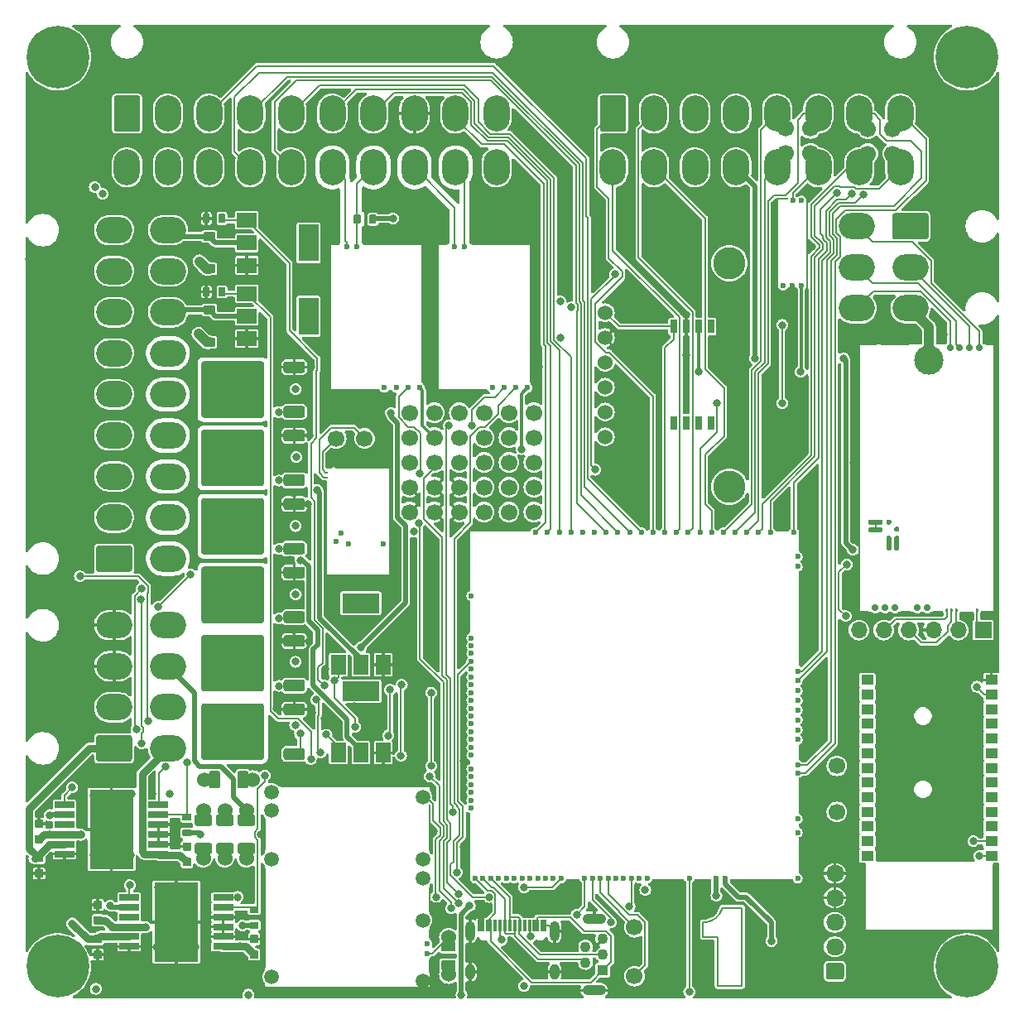
<source format=gtl>
G04 #@! TF.GenerationSoftware,KiCad,Pcbnew,7.0.10-7.0.10~ubuntu22.04.1*
G04 #@! TF.CreationDate,2024-01-18T17:40:58+00:00*
G04 #@! TF.ProjectId,uaefi,75616566-692e-46b6-9963-61645f706362,rev?*
G04 #@! TF.SameCoordinates,Original*
G04 #@! TF.FileFunction,Copper,L1,Top*
G04 #@! TF.FilePolarity,Positive*
%FSLAX46Y46*%
G04 Gerber Fmt 4.6, Leading zero omitted, Abs format (unit mm)*
G04 Created by KiCad (PCBNEW 7.0.10-7.0.10~ubuntu22.04.1) date 2024-01-18 17:40:58*
%MOMM*%
%LPD*%
G01*
G04 APERTURE LIST*
G04 #@! TA.AperFunction,EtchedComponent*
%ADD10C,0.200000*%
G04 #@! TD*
G04 #@! TA.AperFunction,ComponentPad*
%ADD11C,1.700000*%
G04 #@! TD*
G04 #@! TA.AperFunction,ComponentPad*
%ADD12O,2.700000X3.700000*%
G04 #@! TD*
G04 #@! TA.AperFunction,ComponentPad*
%ADD13C,0.700000*%
G04 #@! TD*
G04 #@! TA.AperFunction,SMDPad,CuDef*
%ADD14C,3.000000*%
G04 #@! TD*
G04 #@! TA.AperFunction,SMDPad,CuDef*
%ADD15R,3.000000X0.250000*%
G04 #@! TD*
G04 #@! TA.AperFunction,SMDPad,CuDef*
%ADD16R,1.100000X0.250000*%
G04 #@! TD*
G04 #@! TA.AperFunction,SMDPad,CuDef*
%ADD17R,0.980000X0.250000*%
G04 #@! TD*
G04 #@! TA.AperFunction,SMDPad,CuDef*
%ADD18R,1.450000X0.250000*%
G04 #@! TD*
G04 #@! TA.AperFunction,SMDPad,CuDef*
%ADD19R,0.250000X27.600000*%
G04 #@! TD*
G04 #@! TA.AperFunction,SMDPad,CuDef*
%ADD20R,1.950000X0.250000*%
G04 #@! TD*
G04 #@! TA.AperFunction,SMDPad,CuDef*
%ADD21R,0.950000X0.250000*%
G04 #@! TD*
G04 #@! TA.AperFunction,SMDPad,CuDef*
%ADD22R,2.000000X1.500000*%
G04 #@! TD*
G04 #@! TA.AperFunction,SMDPad,CuDef*
%ADD23R,2.000000X3.800000*%
G04 #@! TD*
G04 #@! TA.AperFunction,ComponentPad*
%ADD24C,0.800000*%
G04 #@! TD*
G04 #@! TA.AperFunction,ComponentPad*
%ADD25C,6.400000*%
G04 #@! TD*
G04 #@! TA.AperFunction,ComponentPad*
%ADD26C,1.524000*%
G04 #@! TD*
G04 #@! TA.AperFunction,ComponentPad*
%ADD27O,1.850000X1.700000*%
G04 #@! TD*
G04 #@! TA.AperFunction,SMDPad,CuDef*
%ADD28R,1.500000X2.000000*%
G04 #@! TD*
G04 #@! TA.AperFunction,SMDPad,CuDef*
%ADD29R,3.800000X2.000000*%
G04 #@! TD*
G04 #@! TA.AperFunction,ComponentPad*
%ADD30C,0.600000*%
G04 #@! TD*
G04 #@! TA.AperFunction,SMDPad,CuDef*
%ADD31R,6.185000X0.250000*%
G04 #@! TD*
G04 #@! TA.AperFunction,SMDPad,CuDef*
%ADD32R,1.115000X0.250000*%
G04 #@! TD*
G04 #@! TA.AperFunction,SMDPad,CuDef*
%ADD33R,0.250000X14.275000*%
G04 #@! TD*
G04 #@! TA.AperFunction,SMDPad,CuDef*
%ADD34R,0.250000X15.100000*%
G04 #@! TD*
G04 #@! TA.AperFunction,SMDPad,CuDef*
%ADD35R,5.175000X0.250000*%
G04 #@! TD*
G04 #@! TA.AperFunction,ComponentPad*
%ADD36R,1.100000X1.100000*%
G04 #@! TD*
G04 #@! TA.AperFunction,ComponentPad*
%ADD37C,1.100000*%
G04 #@! TD*
G04 #@! TA.AperFunction,ComponentPad*
%ADD38O,2.400000X1.100000*%
G04 #@! TD*
G04 #@! TA.AperFunction,SMDPad,CuDef*
%ADD39O,1.225000X0.200000*%
G04 #@! TD*
G04 #@! TA.AperFunction,SMDPad,CuDef*
%ADD40O,0.200000X9.300000*%
G04 #@! TD*
G04 #@! TA.AperFunction,ComponentPad*
%ADD41C,1.500000*%
G04 #@! TD*
G04 #@! TA.AperFunction,SMDPad,CuDef*
%ADD42O,0.200000X3.300000*%
G04 #@! TD*
G04 #@! TA.AperFunction,SMDPad,CuDef*
%ADD43O,0.200000X10.200000*%
G04 #@! TD*
G04 #@! TA.AperFunction,SMDPad,CuDef*
%ADD44O,0.200000X0.300000*%
G04 #@! TD*
G04 #@! TA.AperFunction,SMDPad,CuDef*
%ADD45O,17.000000X0.200000*%
G04 #@! TD*
G04 #@! TA.AperFunction,SMDPad,CuDef*
%ADD46O,15.400000X0.200000*%
G04 #@! TD*
G04 #@! TA.AperFunction,SMDPad,CuDef*
%ADD47O,0.200000X4.800000*%
G04 #@! TD*
G04 #@! TA.AperFunction,SMDPad,CuDef*
%ADD48O,0.200000X2.600000*%
G04 #@! TD*
G04 #@! TA.AperFunction,SMDPad,CuDef*
%ADD49O,0.200000X1.000000*%
G04 #@! TD*
G04 #@! TA.AperFunction,SMDPad,CuDef*
%ADD50O,0.200000X1.500000*%
G04 #@! TD*
G04 #@! TA.AperFunction,SMDPad,CuDef*
%ADD51O,5.669999X0.200000*%
G04 #@! TD*
G04 #@! TA.AperFunction,SMDPad,CuDef*
%ADD52O,0.200000X11.100001*%
G04 #@! TD*
G04 #@! TA.AperFunction,SMDPad,CuDef*
%ADD53O,0.399999X9.800001*%
G04 #@! TD*
G04 #@! TA.AperFunction,SMDPad,CuDef*
%ADD54O,0.250000X0.499999*%
G04 #@! TD*
G04 #@! TA.AperFunction,SMDPad,CuDef*
%ADD55O,6.799999X0.200000*%
G04 #@! TD*
G04 #@! TA.AperFunction,SMDPad,CuDef*
%ADD56O,0.499999X0.250000*%
G04 #@! TD*
G04 #@! TA.AperFunction,ComponentPad*
%ADD57C,0.599999*%
G04 #@! TD*
G04 #@! TA.AperFunction,ComponentPad*
%ADD58O,3.700000X2.700000*%
G04 #@! TD*
G04 #@! TA.AperFunction,SMDPad,CuDef*
%ADD59R,1.300000X1.000000*%
G04 #@! TD*
G04 #@! TA.AperFunction,SMDPad,CuDef*
%ADD60R,2.000000X0.650000*%
G04 #@! TD*
G04 #@! TA.AperFunction,SMDPad,CuDef*
%ADD61R,4.500000X8.100000*%
G04 #@! TD*
G04 #@! TA.AperFunction,SMDPad,CuDef*
%ADD62R,0.200000X3.700000*%
G04 #@! TD*
G04 #@! TA.AperFunction,SMDPad,CuDef*
%ADD63R,0.200000X0.400000*%
G04 #@! TD*
G04 #@! TA.AperFunction,SMDPad,CuDef*
%ADD64R,0.200000X1.600000*%
G04 #@! TD*
G04 #@! TA.AperFunction,SMDPad,CuDef*
%ADD65R,0.200000X9.700000*%
G04 #@! TD*
G04 #@! TA.AperFunction,SMDPad,CuDef*
%ADD66R,0.200000X2.300000*%
G04 #@! TD*
G04 #@! TA.AperFunction,SMDPad,CuDef*
%ADD67R,1.400000X0.200000*%
G04 #@! TD*
G04 #@! TA.AperFunction,SMDPad,CuDef*
%ADD68R,6.400000X0.200000*%
G04 #@! TD*
G04 #@! TA.AperFunction,SMDPad,CuDef*
%ADD69R,1.700000X0.200000*%
G04 #@! TD*
G04 #@! TA.AperFunction,SMDPad,CuDef*
%ADD70R,3.300000X0.200000*%
G04 #@! TD*
G04 #@! TA.AperFunction,SMDPad,CuDef*
%ADD71R,0.200000X7.000000*%
G04 #@! TD*
G04 #@! TA.AperFunction,SMDPad,CuDef*
%ADD72R,0.200000X3.300000*%
G04 #@! TD*
G04 #@! TA.AperFunction,SMDPad,CuDef*
%ADD73R,0.200000X6.300000*%
G04 #@! TD*
G04 #@! TA.AperFunction,SMDPad,CuDef*
%ADD74R,0.300000X1.150000*%
G04 #@! TD*
G04 #@! TA.AperFunction,ComponentPad*
%ADD75O,1.000000X2.100000*%
G04 #@! TD*
G04 #@! TA.AperFunction,ComponentPad*
%ADD76O,1.000000X1.600000*%
G04 #@! TD*
G04 #@! TA.AperFunction,ComponentPad*
%ADD77R,1.700000X1.700000*%
G04 #@! TD*
G04 #@! TA.AperFunction,ComponentPad*
%ADD78O,1.700000X1.700000*%
G04 #@! TD*
G04 #@! TA.AperFunction,ComponentPad*
%ADD79C,3.302000*%
G04 #@! TD*
G04 #@! TA.AperFunction,SMDPad,CuDef*
%ADD80R,0.690000X1.350000*%
G04 #@! TD*
G04 #@! TA.AperFunction,ViaPad*
%ADD81C,0.800000*%
G04 #@! TD*
G04 #@! TA.AperFunction,Conductor*
%ADD82C,0.200000*%
G04 #@! TD*
G04 #@! TA.AperFunction,Conductor*
%ADD83C,0.800000*%
G04 #@! TD*
G04 #@! TA.AperFunction,Conductor*
%ADD84C,0.300000*%
G04 #@! TD*
G04 #@! TA.AperFunction,Conductor*
%ADD85C,1.000000*%
G04 #@! TD*
G04 #@! TA.AperFunction,Conductor*
%ADD86C,0.500000*%
G04 #@! TD*
G04 APERTURE END LIST*
D10*
G04 #@! TO.C,G2*
X69500000Y6500000D02*
X69500000Y8000000D01*
X69500000Y6500000D02*
X71000000Y6500000D01*
X71000000Y6500000D02*
X71000000Y1500000D01*
X71000000Y1500000D02*
X73500000Y1500000D01*
X73500000Y9500000D02*
X71500000Y9500000D01*
X73500000Y1500000D02*
X73500000Y9500000D01*
X69500000Y8000000D02*
G75*
G03*
X71499999Y9500000I78399J1978801D01*
G01*
G04 #@! TD*
D11*
G04 #@! TO.P,P9,1,Pin_1*
G04 #@! TO.N,N/C*
X80500000Y89200000D03*
G04 #@! TD*
G04 #@! TO.P,C24,1*
G04 #@! TO.N,GND*
G04 #@! TA.AperFunction,SMDPad,CuDef*
G36*
G01*
X7260000Y10215001D02*
X7940000Y10215001D01*
G75*
G02*
X8025000Y10130001I0J-85000D01*
G01*
X8025000Y9450001D01*
G75*
G02*
X7940000Y9365001I-85000J0D01*
G01*
X7260000Y9365001D01*
G75*
G02*
X7175000Y9450001I0J85000D01*
G01*
X7175000Y10130001D01*
G75*
G02*
X7260000Y10215001I85000J0D01*
G01*
G37*
G04 #@! TD.AperFunction*
G04 #@! TO.P,C24,2*
G04 #@! TO.N,/DC Driver 2/PWR*
G04 #@! TA.AperFunction,SMDPad,CuDef*
G36*
G01*
X7260000Y8634999D02*
X7940000Y8634999D01*
G75*
G02*
X8025000Y8549999I0J-85000D01*
G01*
X8025000Y7869999D01*
G75*
G02*
X7940000Y7784999I-85000J0D01*
G01*
X7260000Y7784999D01*
G75*
G02*
X7175000Y7869999I0J85000D01*
G01*
X7175000Y8549999D01*
G75*
G02*
X7260000Y8634999I85000J0D01*
G01*
G37*
G04 #@! TD.AperFunction*
G04 #@! TD*
G04 #@! TO.P,Q10,1,G*
G04 #@! TO.N,Net-(Q10-G)*
G04 #@! TA.AperFunction,SMDPad,CuDef*
G36*
G01*
X28800000Y39570000D02*
X28800000Y38870000D01*
G75*
G02*
X28550000Y38620000I-250000J0D01*
G01*
X26850000Y38620000D01*
G75*
G02*
X26600000Y38870000I0J250000D01*
G01*
X26600000Y39570000D01*
G75*
G02*
X26850000Y39820000I250000J0D01*
G01*
X28550000Y39820000D01*
G75*
G02*
X28800000Y39570000I0J-250000D01*
G01*
G37*
G04 #@! TD.AperFunction*
G04 #@! TO.P,Q10,2,C*
G04 #@! TO.N,/OUT_IGN4*
G04 #@! TA.AperFunction,SMDPad,CuDef*
G36*
G01*
X24600000Y41100000D02*
X24600000Y38850000D01*
G75*
G02*
X24350000Y38600000I-250000J0D01*
G01*
X21800000Y38600000D01*
G75*
G02*
X21550000Y38850000I0J250000D01*
G01*
X21550000Y41100000D01*
G75*
G02*
X21800000Y41350000I250000J0D01*
G01*
X24350000Y41350000D01*
G75*
G02*
X24600000Y41100000I0J-250000D01*
G01*
G37*
G04 #@! TD.AperFunction*
G04 #@! TA.AperFunction,SMDPad,CuDef*
G36*
G01*
X24600000Y44150000D02*
X24600000Y41900000D01*
G75*
G02*
X24350000Y41650000I-250000J0D01*
G01*
X21800000Y41650000D01*
G75*
G02*
X21550000Y41900000I0J250000D01*
G01*
X21550000Y44150000D01*
G75*
G02*
X21800000Y44400000I250000J0D01*
G01*
X24350000Y44400000D01*
G75*
G02*
X24600000Y44150000I0J-250000D01*
G01*
G37*
G04 #@! TD.AperFunction*
G04 #@! TA.AperFunction,SMDPad,CuDef*
G36*
G01*
X24600000Y44150003D02*
X24600000Y38849997D01*
G75*
G02*
X24350003Y38600000I-249997J0D01*
G01*
X18449997Y38600000D01*
G75*
G02*
X18200000Y38849997I0J249997D01*
G01*
X18200000Y44150003D01*
G75*
G02*
X18449997Y44400000I249997J0D01*
G01*
X24350003Y44400000D01*
G75*
G02*
X24600000Y44150003I0J-249997D01*
G01*
G37*
G04 #@! TD.AperFunction*
G04 #@! TA.AperFunction,SMDPad,CuDef*
G36*
G01*
X21250000Y41100000D02*
X21250000Y38850000D01*
G75*
G02*
X21000000Y38600000I-250000J0D01*
G01*
X18450000Y38600000D01*
G75*
G02*
X18200000Y38850000I0J250000D01*
G01*
X18200000Y41100000D01*
G75*
G02*
X18450000Y41350000I250000J0D01*
G01*
X21000000Y41350000D01*
G75*
G02*
X21250000Y41100000I0J-250000D01*
G01*
G37*
G04 #@! TD.AperFunction*
G04 #@! TA.AperFunction,SMDPad,CuDef*
G36*
G01*
X21250000Y44150000D02*
X21250000Y41900000D01*
G75*
G02*
X21000000Y41650000I-250000J0D01*
G01*
X18450000Y41650000D01*
G75*
G02*
X18200000Y41900000I0J250000D01*
G01*
X18200000Y44150000D01*
G75*
G02*
X18450000Y44400000I250000J0D01*
G01*
X21000000Y44400000D01*
G75*
G02*
X21250000Y44150000I0J-250000D01*
G01*
G37*
G04 #@! TD.AperFunction*
G04 #@! TO.P,Q10,3,E*
G04 #@! TO.N,GND*
G04 #@! TA.AperFunction,SMDPad,CuDef*
G36*
G01*
X28800000Y44130000D02*
X28800000Y43430000D01*
G75*
G02*
X28550000Y43180000I-250000J0D01*
G01*
X26850000Y43180000D01*
G75*
G02*
X26600000Y43430000I0J250000D01*
G01*
X26600000Y44130000D01*
G75*
G02*
X26850000Y44380000I250000J0D01*
G01*
X28550000Y44380000D01*
G75*
G02*
X28800000Y44130000I0J-250000D01*
G01*
G37*
G04 #@! TD.AperFunction*
G04 #@! TD*
G04 #@! TO.P,P10,1,Pin_1*
G04 #@! TO.N,N/C*
X77960000Y89200000D03*
G04 #@! TD*
G04 #@! TO.P,J10,1,Pin_1*
G04 #@! TO.N,/IN_AUX1*
G04 #@! TA.AperFunction,ComponentPad*
G36*
G01*
X58950000Y89125001D02*
X58950000Y92324999D01*
G75*
G02*
X59200001Y92575000I250001J0D01*
G01*
X61399999Y92575000D01*
G75*
G02*
X61650000Y92324999I0J-250001D01*
G01*
X61650000Y89125001D01*
G75*
G02*
X61399999Y88875000I-250001J0D01*
G01*
X59200001Y88875000D01*
G75*
G02*
X58950000Y89125001I0J250001D01*
G01*
G37*
G04 #@! TD.AperFunction*
D12*
G04 #@! TO.P,J10,2,Pin_2*
G04 #@! TO.N,/IN_BUTTON1*
X64500000Y90725000D03*
G04 #@! TO.P,J10,3,Pin_3*
G04 #@! TO.N,+5VP*
X68700000Y90725000D03*
G04 #@! TO.P,J10,4,Pin_4*
X72900000Y90725000D03*
G04 #@! TO.P,J10,5,Pin_5*
G04 #@! TO.N,/IN_FLEX*
X77100000Y90725000D03*
G04 #@! TO.P,J10,6,Pin_6*
G04 #@! TO.N,/IN_PPS1*
X81300000Y90725000D03*
G04 #@! TO.P,J10,7,Pin_7*
G04 #@! TO.N,/CAN+*
X85500000Y90725000D03*
G04 #@! TO.P,J10,8,Pin_8*
G04 #@! TO.N,/CAN-*
X89700000Y90725000D03*
G04 #@! TO.P,J10,9,Pin_9*
G04 #@! TO.N,/IN_MAP*
X60300000Y85225000D03*
G04 #@! TO.P,J10,10,Pin_10*
G04 #@! TO.N,/IN_BUTTON2*
X64500000Y85225000D03*
G04 #@! TO.P,J10,11,Pin_11*
G04 #@! TO.N,GNDA*
X68700000Y85225000D03*
G04 #@! TO.P,J10,12,Pin_12*
X72900000Y85225000D03*
G04 #@! TO.P,J10,13,Pin_13*
G04 #@! TO.N,/IN_TPS1*
X77100000Y85225000D03*
G04 #@! TO.P,J10,14,Pin_14*
G04 #@! TO.N,/IN_KNOCK_RAW*
X81300000Y85225000D03*
G04 #@! TO.P,J10,15,Pin_15*
G04 #@! TO.N,/IN_IAT*
X85500000Y85225000D03*
G04 #@! TO.P,J10,16,Pin_16*
G04 #@! TO.N,/IN_CLT*
X89700000Y85225000D03*
G04 #@! TD*
D11*
G04 #@! TO.P,P12,1,Pin_1*
G04 #@! TO.N,N/C*
X86360000Y86626898D03*
G04 #@! TD*
G04 #@! TO.P,P8,1,Pin_1*
G04 #@! TO.N,Net-(M6-UART2_TX_(PD5))*
X83200000Y19300000D03*
G04 #@! TD*
D13*
G04 #@! TO.P,M5,E1,LSU_Un*
G04 #@! TO.N,/WBO_Un*
X97775000Y66750000D03*
G04 #@! TO.P,M5,E2,LSU_Vm*
G04 #@! TO.N,/WBO_Vm*
X94775000Y66750000D03*
G04 #@! TO.P,M5,E3,LSU_Ip*
G04 #@! TO.N,/WBO_Ip*
X95775000Y66750000D03*
G04 #@! TO.P,M5,E4,LSU_Rtrim*
G04 #@! TO.N,/WBO_Rtrim*
X96775000Y66750000D03*
D14*
G04 #@! TO.P,M5,E5,LSU_H+*
G04 #@! TO.N,/WBO_Heater*
X92625000Y65500000D03*
D15*
G04 #@! TO.P,M5,E6,LSU_H-*
G04 #@! TO.N,GND*
X89125000Y67125000D03*
D16*
G04 #@! TO.P,M5,G,GND*
X85925000Y39775000D03*
D17*
X90265000Y39775000D03*
X93565000Y39775000D03*
D18*
X98650000Y39775000D03*
D19*
X85500000Y53450000D03*
X99250000Y53450000D03*
D20*
X86350000Y67125000D03*
D21*
X98900000Y67125000D03*
G04 #@! TO.P,M5,J1,SEL1*
G04 #@! TO.N,Net-(M5-PULL_DOWN1)*
G04 #@! TA.AperFunction,SMDPad,CuDef*
G36*
G01*
X86525000Y49200000D02*
X87775000Y49200000D01*
G75*
G02*
X87900000Y49075000I0J-125000D01*
G01*
X87900000Y48825000D01*
G75*
G02*
X87775000Y48700000I-125000J0D01*
G01*
X86525000Y48700000D01*
G75*
G02*
X86400000Y48825000I0J125000D01*
G01*
X86400000Y49075000D01*
G75*
G02*
X86525000Y49200000I125000J0D01*
G01*
G37*
G04 #@! TD.AperFunction*
G04 #@! TO.P,M5,J2,SEL2*
G04 #@! TO.N,unconnected-(M5-SEL2-PadJ2)*
G04 #@! TA.AperFunction,SMDPad,CuDef*
G36*
G01*
X89200000Y47525000D02*
X89450000Y47525000D01*
G75*
G02*
X89575000Y47400000I0J-125000D01*
G01*
X89575000Y46150000D01*
G75*
G02*
X89450000Y46025000I-125000J0D01*
G01*
X89200000Y46025000D01*
G75*
G02*
X89075000Y46150000I0J125000D01*
G01*
X89075000Y47400000D01*
G75*
G02*
X89200000Y47525000I125000J0D01*
G01*
G37*
G04 #@! TD.AperFunction*
G04 #@! TO.P,M5,J_GND1,PULL_DOWN1*
G04 #@! TO.N,Net-(M5-PULL_DOWN1)*
G04 #@! TA.AperFunction,SMDPad,CuDef*
G36*
G01*
X86525000Y48400000D02*
X87775000Y48400000D01*
G75*
G02*
X87900000Y48275000I0J-125000D01*
G01*
X87900000Y48025000D01*
G75*
G02*
X87775000Y47900000I-125000J0D01*
G01*
X86525000Y47900000D01*
G75*
G02*
X86400000Y48025000I0J125000D01*
G01*
X86400000Y48275000D01*
G75*
G02*
X86525000Y48400000I125000J0D01*
G01*
G37*
G04 #@! TD.AperFunction*
G04 #@! TO.P,M5,J_GND2,PULL_DOWN2*
G04 #@! TO.N,unconnected-(M5-PULL_DOWN2-PadJ_GND2)*
G04 #@! TA.AperFunction,SMDPad,CuDef*
G36*
G01*
X89075000Y48075000D02*
X89075000Y48325000D01*
G75*
G02*
X89200000Y48450000I125000J0D01*
G01*
X89450000Y48450000D01*
G75*
G02*
X89575000Y48325000I0J-125000D01*
G01*
X89575000Y48075000D01*
G75*
G02*
X89450000Y47950000I-125000J0D01*
G01*
X89200000Y47950000D01*
G75*
G02*
X89075000Y48075000I0J125000D01*
G01*
G37*
G04 #@! TD.AperFunction*
G04 #@! TO.P,M5,J_VCC1,PULL_UP1*
G04 #@! TO.N,unconnected-(M5-PULL_UP1-PadJ_VCC1)*
G04 #@! TA.AperFunction,SMDPad,CuDef*
G36*
G01*
X88400000Y49200000D02*
X88650000Y49200000D01*
G75*
G02*
X88775000Y49075000I0J-125000D01*
G01*
X88775000Y48825000D01*
G75*
G02*
X88650000Y48700000I-125000J0D01*
G01*
X88400000Y48700000D01*
G75*
G02*
X88275000Y48825000I0J125000D01*
G01*
X88275000Y49075000D01*
G75*
G02*
X88400000Y49200000I125000J0D01*
G01*
G37*
G04 #@! TD.AperFunction*
G04 #@! TO.P,M5,J_VCC2,PULL_UP2*
G04 #@! TO.N,unconnected-(M5-PULL_UP2-PadJ_VCC2)*
G04 #@! TA.AperFunction,SMDPad,CuDef*
G36*
G01*
X88400000Y47525000D02*
X88650000Y47525000D01*
G75*
G02*
X88775000Y47400000I0J-125000D01*
G01*
X88775000Y46150000D01*
G75*
G02*
X88650000Y46025000I-125000J0D01*
G01*
X88400000Y46025000D01*
G75*
G02*
X88275000Y46150000I0J125000D01*
G01*
X88275000Y47400000D01*
G75*
G02*
X88400000Y47525000I125000J0D01*
G01*
G37*
G04 #@! TD.AperFunction*
D13*
G04 #@! TO.P,M5,W1,V5_IN*
G04 #@! TO.N,+5VA*
X88125000Y40158800D03*
G04 #@! TO.P,M5,W2,CAN_VIO*
G04 #@! TO.N,unconnected-(M5-CAN_VIO-PadW2)*
X89125000Y40158800D03*
G04 #@! TO.P,M5,W3,CANL*
G04 #@! TO.N,/CAN-*
X92421000Y40158800D03*
G04 #@! TO.P,M5,W4,CANH*
G04 #@! TO.N,/CAN+*
X91405000Y40158800D03*
G04 #@! TO.P,M5,W5,nReset*
G04 #@! TO.N,Net-(J6-Pin_5)*
G04 #@! TA.AperFunction,SMDPad,CuDef*
G36*
G01*
X94425000Y39650000D02*
X94425000Y39650000D01*
G75*
G02*
X94300000Y39775000I0J125000D01*
G01*
X94300000Y40025000D01*
G75*
G02*
X94425000Y40150000I125000J0D01*
G01*
X94425000Y40150000D01*
G75*
G02*
X94550000Y40025000I0J-125000D01*
G01*
X94550000Y39775000D01*
G75*
G02*
X94425000Y39650000I-125000J0D01*
G01*
G37*
G04 #@! TD.AperFunction*
G04 #@! TO.P,M5,W6,SWDIO*
G04 #@! TO.N,Net-(J6-Pin_4)*
G04 #@! TA.AperFunction,SMDPad,CuDef*
G36*
G01*
X94925000Y39650000D02*
X94925000Y39650000D01*
G75*
G02*
X94800000Y39775000I0J125000D01*
G01*
X94800000Y40025000D01*
G75*
G02*
X94925000Y40150000I125000J0D01*
G01*
X94925000Y40150000D01*
G75*
G02*
X95050000Y40025000I0J-125000D01*
G01*
X95050000Y39775000D01*
G75*
G02*
X94925000Y39650000I-125000J0D01*
G01*
G37*
G04 #@! TD.AperFunction*
G04 #@! TO.P,M5,W7,SWCLK*
G04 #@! TO.N,Net-(J6-Pin_2)*
G04 #@! TA.AperFunction,SMDPad,CuDef*
G36*
G01*
X95425000Y39650000D02*
X95425000Y39650000D01*
G75*
G02*
X95300000Y39775000I0J125000D01*
G01*
X95300000Y40025000D01*
G75*
G02*
X95425000Y40150000I125000J0D01*
G01*
X95425000Y40150000D01*
G75*
G02*
X95550000Y40025000I0J-125000D01*
G01*
X95550000Y39775000D01*
G75*
G02*
X95425000Y39650000I-125000J0D01*
G01*
G37*
G04 #@! TD.AperFunction*
G04 #@! TO.P,M5,W8,V33_OUT*
G04 #@! TO.N,Net-(J6-Pin_1)*
G04 #@! TA.AperFunction,SMDPad,CuDef*
G36*
G01*
X97525000Y39650000D02*
X97525000Y39650000D01*
G75*
G02*
X97400000Y39775000I0J125000D01*
G01*
X97400000Y40025000D01*
G75*
G02*
X97525000Y40150000I125000J0D01*
G01*
X97525000Y40150000D01*
G75*
G02*
X97650000Y40025000I0J-125000D01*
G01*
X97650000Y39775000D01*
G75*
G02*
X97525000Y39650000I-125000J0D01*
G01*
G37*
G04 #@! TD.AperFunction*
G04 #@! TO.P,M5,W9,VDDA*
G04 #@! TO.N,unconnected-(M5-VDDA-PadW9)*
X87125000Y40158800D03*
G04 #@! TD*
G04 #@! TO.P,J2,1,Pin_1*
G04 #@! TO.N,+5VP*
G04 #@! TA.AperFunction,ComponentPad*
G36*
G01*
X9250000Y89125001D02*
X9250000Y92324999D01*
G75*
G02*
X9500001Y92575000I250001J0D01*
G01*
X11699999Y92575000D01*
G75*
G02*
X11950000Y92324999I0J-250001D01*
G01*
X11950000Y89125001D01*
G75*
G02*
X11699999Y88875000I-250001J0D01*
G01*
X9500001Y88875000D01*
G75*
G02*
X9250000Y89125001I0J250001D01*
G01*
G37*
G04 #@! TD.AperFunction*
D12*
G04 #@! TO.P,J2,2,Pin_2*
X14800000Y90725000D03*
G04 #@! TO.P,J2,3,Pin_3*
G04 #@! TO.N,/IN_AUX2*
X19000000Y90725000D03*
G04 #@! TO.P,J2,4,Pin_4*
G04 #@! TO.N,/IN_PPS2*
X23200000Y90725000D03*
G04 #@! TO.P,J2,5,Pin_5*
G04 #@! TO.N,/IN_HALL1*
X27400000Y90725000D03*
G04 #@! TO.P,J2,6,Pin_6*
G04 #@! TO.N,/IN_HALL2*
X31600000Y90725000D03*
G04 #@! TO.P,J2,7,Pin_7*
G04 #@! TO.N,/IN_HALL3*
X35800000Y90725000D03*
G04 #@! TO.P,J2,8,Pin_8*
G04 #@! TO.N,GND*
X40000000Y90725000D03*
G04 #@! TO.P,J2,9,Pin_9*
G04 #@! TO.N,/IN_BUTTON3*
X44200000Y90725000D03*
G04 #@! TO.P,J2,10,Pin_10*
G04 #@! TO.N,/EGT+*
X48400000Y90725000D03*
G04 #@! TO.P,J2,11,Pin_11*
G04 #@! TO.N,GNDA*
X10600000Y85225000D03*
G04 #@! TO.P,J2,12,Pin_12*
X14800000Y85225000D03*
G04 #@! TO.P,J2,13,Pin_13*
X19000000Y85225000D03*
G04 #@! TO.P,J2,14,Pin_14*
G04 #@! TO.N,/IN_TPS2*
X23200000Y85225000D03*
G04 #@! TO.P,J2,15,Pin_15*
G04 #@! TO.N,/IN_AUX3*
X27400000Y85225000D03*
G04 #@! TO.P,J2,16,Pin_16*
G04 #@! TO.N,/VR2+*
X31600000Y85225000D03*
G04 #@! TO.P,J2,17,Pin_17*
G04 #@! TO.N,/VR2-*
X35800000Y85225000D03*
G04 #@! TO.P,J2,18,Pin_18*
G04 #@! TO.N,/VR1+*
X40000000Y85225000D03*
G04 #@! TO.P,J2,19,Pin_19*
G04 #@! TO.N,/VR1-*
X44200000Y85225000D03*
G04 #@! TO.P,J2,20,Pin_20*
G04 #@! TO.N,/EGT-*
X48400000Y85225000D03*
G04 #@! TD*
G04 #@! TO.P,Q7,1,G*
G04 #@! TO.N,Net-(Q7-G)*
G04 #@! TA.AperFunction,SMDPad,CuDef*
G36*
G01*
X28800000Y60570000D02*
X28800000Y59870000D01*
G75*
G02*
X28550000Y59620000I-250000J0D01*
G01*
X26850000Y59620000D01*
G75*
G02*
X26600000Y59870000I0J250000D01*
G01*
X26600000Y60570000D01*
G75*
G02*
X26850000Y60820000I250000J0D01*
G01*
X28550000Y60820000D01*
G75*
G02*
X28800000Y60570000I0J-250000D01*
G01*
G37*
G04 #@! TD.AperFunction*
G04 #@! TO.P,Q7,2,C*
G04 #@! TO.N,/OUT_IGN1*
G04 #@! TA.AperFunction,SMDPad,CuDef*
G36*
G01*
X24600000Y62100000D02*
X24600000Y59850000D01*
G75*
G02*
X24350000Y59600000I-250000J0D01*
G01*
X21800000Y59600000D01*
G75*
G02*
X21550000Y59850000I0J250000D01*
G01*
X21550000Y62100000D01*
G75*
G02*
X21800000Y62350000I250000J0D01*
G01*
X24350000Y62350000D01*
G75*
G02*
X24600000Y62100000I0J-250000D01*
G01*
G37*
G04 #@! TD.AperFunction*
G04 #@! TA.AperFunction,SMDPad,CuDef*
G36*
G01*
X24600000Y65150000D02*
X24600000Y62900000D01*
G75*
G02*
X24350000Y62650000I-250000J0D01*
G01*
X21800000Y62650000D01*
G75*
G02*
X21550000Y62900000I0J250000D01*
G01*
X21550000Y65150000D01*
G75*
G02*
X21800000Y65400000I250000J0D01*
G01*
X24350000Y65400000D01*
G75*
G02*
X24600000Y65150000I0J-250000D01*
G01*
G37*
G04 #@! TD.AperFunction*
G04 #@! TA.AperFunction,SMDPad,CuDef*
G36*
G01*
X24600000Y65150003D02*
X24600000Y59849997D01*
G75*
G02*
X24350003Y59600000I-249997J0D01*
G01*
X18449997Y59600000D01*
G75*
G02*
X18200000Y59849997I0J249997D01*
G01*
X18200000Y65150003D01*
G75*
G02*
X18449997Y65400000I249997J0D01*
G01*
X24350003Y65400000D01*
G75*
G02*
X24600000Y65150003I0J-249997D01*
G01*
G37*
G04 #@! TD.AperFunction*
G04 #@! TA.AperFunction,SMDPad,CuDef*
G36*
G01*
X21250000Y62100000D02*
X21250000Y59850000D01*
G75*
G02*
X21000000Y59600000I-250000J0D01*
G01*
X18450000Y59600000D01*
G75*
G02*
X18200000Y59850000I0J250000D01*
G01*
X18200000Y62100000D01*
G75*
G02*
X18450000Y62350000I250000J0D01*
G01*
X21000000Y62350000D01*
G75*
G02*
X21250000Y62100000I0J-250000D01*
G01*
G37*
G04 #@! TD.AperFunction*
G04 #@! TA.AperFunction,SMDPad,CuDef*
G36*
G01*
X21250000Y65150000D02*
X21250000Y62900000D01*
G75*
G02*
X21000000Y62650000I-250000J0D01*
G01*
X18450000Y62650000D01*
G75*
G02*
X18200000Y62900000I0J250000D01*
G01*
X18200000Y65150000D01*
G75*
G02*
X18450000Y65400000I250000J0D01*
G01*
X21000000Y65400000D01*
G75*
G02*
X21250000Y65150000I0J-250000D01*
G01*
G37*
G04 #@! TD.AperFunction*
G04 #@! TO.P,Q7,3,E*
G04 #@! TO.N,GND*
G04 #@! TA.AperFunction,SMDPad,CuDef*
G36*
G01*
X28800000Y65130000D02*
X28800000Y64430000D01*
G75*
G02*
X28550000Y64180000I-250000J0D01*
G01*
X26850000Y64180000D01*
G75*
G02*
X26600000Y64430000I0J250000D01*
G01*
X26600000Y65130000D01*
G75*
G02*
X26850000Y65380000I250000J0D01*
G01*
X28550000Y65380000D01*
G75*
G02*
X28800000Y65130000I0J-250000D01*
G01*
G37*
G04 #@! TD.AperFunction*
G04 #@! TD*
G04 #@! TO.P,Q8,1,G*
G04 #@! TO.N,Net-(Q8-G)*
G04 #@! TA.AperFunction,SMDPad,CuDef*
G36*
G01*
X28800000Y53570000D02*
X28800000Y52870000D01*
G75*
G02*
X28550000Y52620000I-250000J0D01*
G01*
X26850000Y52620000D01*
G75*
G02*
X26600000Y52870000I0J250000D01*
G01*
X26600000Y53570000D01*
G75*
G02*
X26850000Y53820000I250000J0D01*
G01*
X28550000Y53820000D01*
G75*
G02*
X28800000Y53570000I0J-250000D01*
G01*
G37*
G04 #@! TD.AperFunction*
G04 #@! TO.P,Q8,2,C*
G04 #@! TO.N,/OUT_IGN2*
G04 #@! TA.AperFunction,SMDPad,CuDef*
G36*
G01*
X24600000Y55100000D02*
X24600000Y52850000D01*
G75*
G02*
X24350000Y52600000I-250000J0D01*
G01*
X21800000Y52600000D01*
G75*
G02*
X21550000Y52850000I0J250000D01*
G01*
X21550000Y55100000D01*
G75*
G02*
X21800000Y55350000I250000J0D01*
G01*
X24350000Y55350000D01*
G75*
G02*
X24600000Y55100000I0J-250000D01*
G01*
G37*
G04 #@! TD.AperFunction*
G04 #@! TA.AperFunction,SMDPad,CuDef*
G36*
G01*
X24600000Y58150000D02*
X24600000Y55900000D01*
G75*
G02*
X24350000Y55650000I-250000J0D01*
G01*
X21800000Y55650000D01*
G75*
G02*
X21550000Y55900000I0J250000D01*
G01*
X21550000Y58150000D01*
G75*
G02*
X21800000Y58400000I250000J0D01*
G01*
X24350000Y58400000D01*
G75*
G02*
X24600000Y58150000I0J-250000D01*
G01*
G37*
G04 #@! TD.AperFunction*
G04 #@! TA.AperFunction,SMDPad,CuDef*
G36*
G01*
X24600000Y58150003D02*
X24600000Y52849997D01*
G75*
G02*
X24350003Y52600000I-249997J0D01*
G01*
X18449997Y52600000D01*
G75*
G02*
X18200000Y52849997I0J249997D01*
G01*
X18200000Y58150003D01*
G75*
G02*
X18449997Y58400000I249997J0D01*
G01*
X24350003Y58400000D01*
G75*
G02*
X24600000Y58150003I0J-249997D01*
G01*
G37*
G04 #@! TD.AperFunction*
G04 #@! TA.AperFunction,SMDPad,CuDef*
G36*
G01*
X21250000Y55100000D02*
X21250000Y52850000D01*
G75*
G02*
X21000000Y52600000I-250000J0D01*
G01*
X18450000Y52600000D01*
G75*
G02*
X18200000Y52850000I0J250000D01*
G01*
X18200000Y55100000D01*
G75*
G02*
X18450000Y55350000I250000J0D01*
G01*
X21000000Y55350000D01*
G75*
G02*
X21250000Y55100000I0J-250000D01*
G01*
G37*
G04 #@! TD.AperFunction*
G04 #@! TA.AperFunction,SMDPad,CuDef*
G36*
G01*
X21250000Y58150000D02*
X21250000Y55900000D01*
G75*
G02*
X21000000Y55650000I-250000J0D01*
G01*
X18450000Y55650000D01*
G75*
G02*
X18200000Y55900000I0J250000D01*
G01*
X18200000Y58150000D01*
G75*
G02*
X18450000Y58400000I250000J0D01*
G01*
X21000000Y58400000D01*
G75*
G02*
X21250000Y58150000I0J-250000D01*
G01*
G37*
G04 #@! TD.AperFunction*
G04 #@! TO.P,Q8,3,E*
G04 #@! TO.N,GND*
G04 #@! TA.AperFunction,SMDPad,CuDef*
G36*
G01*
X28800000Y58130000D02*
X28800000Y57430000D01*
G75*
G02*
X28550000Y57180000I-250000J0D01*
G01*
X26850000Y57180000D01*
G75*
G02*
X26600000Y57430000I0J250000D01*
G01*
X26600000Y58130000D01*
G75*
G02*
X26850000Y58380000I250000J0D01*
G01*
X28550000Y58380000D01*
G75*
G02*
X28800000Y58130000I0J-250000D01*
G01*
G37*
G04 #@! TD.AperFunction*
G04 #@! TD*
D11*
G04 #@! TO.P,P1,1,Pin_1*
G04 #@! TO.N,Net-(M7-CANL)*
X32000000Y57500000D03*
G04 #@! TD*
G04 #@! TO.P,C26,1*
G04 #@! TO.N,GND*
G04 #@! TA.AperFunction,SMDPad,CuDef*
G36*
G01*
X23260000Y6715001D02*
X23940000Y6715001D01*
G75*
G02*
X24025000Y6630001I0J-85000D01*
G01*
X24025000Y5950001D01*
G75*
G02*
X23940000Y5865001I-85000J0D01*
G01*
X23260000Y5865001D01*
G75*
G02*
X23175000Y5950001I0J85000D01*
G01*
X23175000Y6630001D01*
G75*
G02*
X23260000Y6715001I85000J0D01*
G01*
G37*
G04 #@! TD.AperFunction*
G04 #@! TO.P,C26,2*
G04 #@! TO.N,/OUT_DC2+*
G04 #@! TA.AperFunction,SMDPad,CuDef*
G36*
G01*
X23260000Y5134999D02*
X23940000Y5134999D01*
G75*
G02*
X24025000Y5049999I0J-85000D01*
G01*
X24025000Y4369999D01*
G75*
G02*
X23940000Y4284999I-85000J0D01*
G01*
X23260000Y4284999D01*
G75*
G02*
X23175000Y4369999I0J85000D01*
G01*
X23175000Y5049999D01*
G75*
G02*
X23260000Y5134999I85000J0D01*
G01*
G37*
G04 #@! TD.AperFunction*
G04 #@! TD*
D22*
G04 #@! TO.P,Q2,1,G*
G04 #@! TO.N,/LS2*
X22850000Y79800000D03*
G04 #@! TO.P,Q2,2,D*
G04 #@! TO.N,/OUT_LS2*
X22850000Y77500000D03*
G04 #@! TO.P,Q2,3,S*
G04 #@! TO.N,GND*
X22850000Y75200000D03*
D23*
G04 #@! TO.P,Q2,4*
G04 #@! TO.N,N/C*
X29150000Y77500000D03*
G04 #@! TD*
D11*
G04 #@! TO.P,P6,1,Pin_1*
G04 #@! TO.N,N/C*
X86360000Y89166898D03*
G04 #@! TD*
G04 #@! TO.P,R1,1*
G04 #@! TO.N,+5VP*
G04 #@! TA.AperFunction,SMDPad,CuDef*
G36*
G01*
X36082497Y80315000D02*
X36082497Y79535000D01*
G75*
G02*
X36012497Y79465000I-70000J0D01*
G01*
X35452497Y79465000D01*
G75*
G02*
X35382497Y79535000I0J70000D01*
G01*
X35382497Y80315000D01*
G75*
G02*
X35452497Y80385000I70000J0D01*
G01*
X36012497Y80385000D01*
G75*
G02*
X36082497Y80315000I0J-70000D01*
G01*
G37*
G04 #@! TD.AperFunction*
G04 #@! TO.P,R1,2*
G04 #@! TO.N,/VR2-*
G04 #@! TA.AperFunction,SMDPad,CuDef*
G36*
G01*
X34482497Y80315000D02*
X34482497Y79535000D01*
G75*
G02*
X34412497Y79465000I-70000J0D01*
G01*
X33852497Y79465000D01*
G75*
G02*
X33782497Y79535000I0J70000D01*
G01*
X33782497Y80315000D01*
G75*
G02*
X33852497Y80385000I70000J0D01*
G01*
X34412497Y80385000D01*
G75*
G02*
X34482497Y80315000I0J-70000D01*
G01*
G37*
G04 #@! TD.AperFunction*
G04 #@! TD*
G04 #@! TO.P,P2,1,Pin_1*
G04 #@! TO.N,Net-(M7-CANH)*
X34900000Y57500000D03*
G04 #@! TD*
G04 #@! TO.P,C13,1*
G04 #@! TO.N,GND*
G04 #@! TA.AperFunction,SMDPad,CuDef*
G36*
G01*
X16385000Y16175001D02*
X17065000Y16175001D01*
G75*
G02*
X17150000Y16090001I0J-85000D01*
G01*
X17150000Y15410001D01*
G75*
G02*
X17065000Y15325001I-85000J0D01*
G01*
X16385000Y15325001D01*
G75*
G02*
X16300000Y15410001I0J85000D01*
G01*
X16300000Y16090001D01*
G75*
G02*
X16385000Y16175001I85000J0D01*
G01*
G37*
G04 #@! TD.AperFunction*
G04 #@! TO.P,C13,2*
G04 #@! TO.N,/OUT_DC1+*
G04 #@! TA.AperFunction,SMDPad,CuDef*
G36*
G01*
X16385000Y14594999D02*
X17065000Y14594999D01*
G75*
G02*
X17150000Y14509999I0J-85000D01*
G01*
X17150000Y13829999D01*
G75*
G02*
X17065000Y13744999I-85000J0D01*
G01*
X16385000Y13744999D01*
G75*
G02*
X16300000Y13829999I0J85000D01*
G01*
X16300000Y14509999D01*
G75*
G02*
X16385000Y14594999I85000J0D01*
G01*
G37*
G04 #@! TD.AperFunction*
G04 #@! TD*
G04 #@! TO.P,P11,1,Pin_1*
G04 #@! TO.N,N/C*
X88900000Y86626898D03*
G04 #@! TD*
D24*
G04 #@! TO.P,H1,1*
G04 #@! TO.N,N/C*
X1100000Y96500000D03*
X1802944Y98197056D03*
X1802944Y94802944D03*
X3500000Y98900000D03*
D25*
X3500000Y96500000D03*
D24*
X3500000Y94100000D03*
X5197056Y98197056D03*
X5197056Y94802944D03*
X5900000Y96500000D03*
G04 #@! TD*
G04 #@! TO.P,H4,1*
G04 #@! TO.N,N/C*
X94100000Y96500000D03*
X94802944Y98197056D03*
X94802944Y94802944D03*
X96500000Y98900000D03*
D25*
X96500000Y96500000D03*
D24*
X96500000Y94100000D03*
X98197056Y98197056D03*
X98197056Y94802944D03*
X98900000Y96500000D03*
G04 #@! TD*
D26*
G04 #@! TO.P,F4,1,1*
G04 #@! TO.N,+12V*
X18400000Y19450000D03*
G04 #@! TA.AperFunction,SMDPad,CuDef*
G36*
G01*
X17500000Y18105010D02*
X17500000Y18795010D01*
G75*
G02*
X17730000Y19025010I230000J0D01*
G01*
X19070000Y19025010D01*
G75*
G02*
X19300000Y18795010I0J-230000D01*
G01*
X19300000Y18105010D01*
G75*
G02*
X19070000Y17875010I-230000J0D01*
G01*
X17730000Y17875010D01*
G75*
G02*
X17500000Y18105010I0J230000D01*
G01*
G37*
G04 #@! TD.AperFunction*
G04 #@! TO.P,F4,2,2*
G04 #@! TO.N,/DC Driver 1/PWR*
G04 #@! TA.AperFunction,SMDPad,CuDef*
G36*
G01*
X17500000Y15204990D02*
X17500000Y15894990D01*
G75*
G02*
X17730000Y16124990I230000J0D01*
G01*
X19070000Y16124990D01*
G75*
G02*
X19300000Y15894990I0J-230000D01*
G01*
X19300000Y15204990D01*
G75*
G02*
X19070000Y14974990I-230000J0D01*
G01*
X17730000Y14974990D01*
G75*
G02*
X17500000Y15204990I0J230000D01*
G01*
G37*
G04 #@! TD.AperFunction*
X18400000Y14550000D03*
G04 #@! TD*
G04 #@! TO.P,C11,1*
G04 #@! TO.N,GND*
G04 #@! TA.AperFunction,SMDPad,CuDef*
G36*
G01*
X1260000Y18515001D02*
X1940000Y18515001D01*
G75*
G02*
X2025000Y18430001I0J-85000D01*
G01*
X2025000Y17750001D01*
G75*
G02*
X1940000Y17665001I-85000J0D01*
G01*
X1260000Y17665001D01*
G75*
G02*
X1175000Y17750001I0J85000D01*
G01*
X1175000Y18430001D01*
G75*
G02*
X1260000Y18515001I85000J0D01*
G01*
G37*
G04 #@! TD.AperFunction*
G04 #@! TO.P,C11,2*
G04 #@! TO.N,/DC Driver 1/PWR*
G04 #@! TA.AperFunction,SMDPad,CuDef*
G36*
G01*
X1260000Y16934999D02*
X1940000Y16934999D01*
G75*
G02*
X2025000Y16849999I0J-85000D01*
G01*
X2025000Y16169999D01*
G75*
G02*
X1940000Y16084999I-85000J0D01*
G01*
X1260000Y16084999D01*
G75*
G02*
X1175000Y16169999I0J85000D01*
G01*
X1175000Y16849999D01*
G75*
G02*
X1260000Y16934999I85000J0D01*
G01*
G37*
G04 #@! TD.AperFunction*
G04 #@! TD*
G04 #@! TO.P,J7,1,Pin_1*
G04 #@! TO.N,/VBUS*
G04 #@! TA.AperFunction,ComponentPad*
G36*
G01*
X83675000Y2150000D02*
X82325000Y2150000D01*
G75*
G02*
X82075000Y2400000I0J250000D01*
G01*
X82075000Y3600000D01*
G75*
G02*
X82325000Y3850000I250000J0D01*
G01*
X83675000Y3850000D01*
G75*
G02*
X83925000Y3600000I0J-250000D01*
G01*
X83925000Y2400000D01*
G75*
G02*
X83675000Y2150000I-250000J0D01*
G01*
G37*
G04 #@! TD.AperFunction*
D27*
G04 #@! TO.P,J7,2,Pin_2*
G04 #@! TO.N,/USB-*
X83000000Y5500000D03*
G04 #@! TO.P,J7,3,Pin_3*
G04 #@! TO.N,/USB+*
X83000000Y8000000D03*
G04 #@! TO.P,J7,4,Pin_4*
G04 #@! TO.N,GND*
X83000000Y10500000D03*
G04 #@! TO.P,J7,5,Pin_5*
X83000000Y13000000D03*
G04 #@! TD*
D28*
G04 #@! TO.P,Q16,1,G*
G04 #@! TO.N,/INJ4*
X32200000Y34350000D03*
G04 #@! TO.P,Q16,2,D*
G04 #@! TO.N,/OUT_INJ4*
X34500000Y34350000D03*
G04 #@! TO.P,Q16,3,S*
G04 #@! TO.N,GND*
X36800000Y34350000D03*
D29*
G04 #@! TO.P,Q16,4*
G04 #@! TO.N,N/C*
X34500000Y40650000D03*
G04 #@! TD*
D11*
G04 #@! TO.P,P4,1,Pin_1*
G04 #@! TO.N,Net-(M6-LED_GREEN)*
X62500000Y7500000D03*
G04 #@! TD*
G04 #@! TO.P,P5,1,Pin_1*
G04 #@! TO.N,N/C*
X88900000Y89166898D03*
G04 #@! TD*
D24*
G04 #@! TO.P,H2,1*
G04 #@! TO.N,N/C*
X1100000Y3500000D03*
X1802944Y5197056D03*
X1802944Y1802944D03*
X3500000Y5900000D03*
D25*
X3500000Y3500000D03*
D24*
X3500000Y1100000D03*
X5197056Y5197056D03*
X5197056Y1802944D03*
X5900000Y3500000D03*
G04 #@! TD*
D30*
G04 #@! TO.P,M3,E1,Thresh_IN*
G04 #@! TO.N,/VR1_THRESHOLD*
X49175000Y62675000D03*
G04 #@! TO.P,M3,E2,OUT_A*
G04 #@! TO.N,/VR1_A*
X47975000Y62675000D03*
G04 #@! TO.P,M3,E3,OUT*
G04 #@! TO.N,/VR1*
X50375000Y62675000D03*
G04 #@! TO.P,M3,E4,V5_IN*
G04 #@! TO.N,+5VA*
X51575000Y62675000D03*
D31*
G04 #@! TO.P,M3,G,GND*
G04 #@! TO.N,GND*
X48907500Y77325000D03*
D32*
X42857500Y77325000D03*
D33*
X51875000Y70312500D03*
D34*
X42425000Y69900000D03*
D35*
X44887500Y62475000D03*
D30*
G04 #@! TO.P,M3,W1,VR-*
G04 #@! TO.N,/VR1-*
X45115000Y77100000D03*
G04 #@! TO.P,M3,W2,VR+*
G04 #@! TO.N,/VR1+*
X44115000Y77100000D03*
G04 #@! TD*
D36*
G04 #@! TO.P,J8,1,VBUS*
G04 #@! TO.N,/VBUS*
X59250000Y3100000D03*
D37*
G04 #@! TO.P,J8,2,D-*
G04 #@! TO.N,/USB-*
X57500000Y3900000D03*
G04 #@! TO.P,J8,3,D+*
G04 #@! TO.N,/USB+*
X59250000Y4700000D03*
G04 #@! TO.P,J8,4,ID*
G04 #@! TO.N,unconnected-(J8-ID-Pad4)*
X57500000Y5500000D03*
G04 #@! TO.P,J8,5,GND*
G04 #@! TO.N,GND*
X59250000Y6300000D03*
D38*
G04 #@! TO.P,J8,6,Shield*
X58375000Y1050000D03*
X58375000Y8350000D03*
G04 #@! TD*
D26*
G04 #@! TO.P,F3,1,1*
G04 #@! TO.N,+12V*
X20600000Y19450000D03*
G04 #@! TA.AperFunction,SMDPad,CuDef*
G36*
G01*
X19700000Y18105010D02*
X19700000Y18795010D01*
G75*
G02*
X19930000Y19025010I230000J0D01*
G01*
X21270000Y19025010D01*
G75*
G02*
X21500000Y18795010I0J-230000D01*
G01*
X21500000Y18105010D01*
G75*
G02*
X21270000Y17875010I-230000J0D01*
G01*
X19930000Y17875010D01*
G75*
G02*
X19700000Y18105010I0J230000D01*
G01*
G37*
G04 #@! TD.AperFunction*
G04 #@! TO.P,F3,2,2*
G04 #@! TO.N,/DC Driver 2/PWR*
G04 #@! TA.AperFunction,SMDPad,CuDef*
G36*
G01*
X19700000Y15204990D02*
X19700000Y15894990D01*
G75*
G02*
X19930000Y16124990I230000J0D01*
G01*
X21270000Y16124990D01*
G75*
G02*
X21500000Y15894990I0J-230000D01*
G01*
X21500000Y15204990D01*
G75*
G02*
X21270000Y14974990I-230000J0D01*
G01*
X19930000Y14974990D01*
G75*
G02*
X19700000Y15204990I0J230000D01*
G01*
G37*
G04 #@! TD.AperFunction*
X20600000Y14550000D03*
G04 #@! TD*
D30*
G04 #@! TO.P,M2,E1,V5A*
G04 #@! TO.N,+5VA*
X79574999Y73125000D03*
D39*
G04 #@! TO.P,M2,E2,GND*
G04 #@! TO.N,GND*
X77599999Y82025000D03*
D40*
X80174999Y77475000D03*
X77074999Y77475000D03*
D30*
X78624999Y73125000D03*
G04 #@! TO.P,M2,E3,OUT_KNOCK*
G04 #@! TO.N,/IN_KNOCK*
X77675001Y73125000D03*
G04 #@! TO.P,M2,W1,IN_KNOCK*
G04 #@! TO.N,/IN_KNOCK_RAW*
X78674999Y81825000D03*
G04 #@! TO.P,M2,W2,VREF*
G04 #@! TO.N,/VREF1*
X79574999Y81825000D03*
G04 #@! TD*
G04 #@! TO.P,C25,1*
G04 #@! TO.N,GND*
G04 #@! TA.AperFunction,SMDPad,CuDef*
G36*
G01*
X7940000Y4284999D02*
X7260000Y4284999D01*
G75*
G02*
X7175000Y4369999I0J85000D01*
G01*
X7175000Y5049999D01*
G75*
G02*
X7260000Y5134999I85000J0D01*
G01*
X7940000Y5134999D01*
G75*
G02*
X8025000Y5049999I0J-85000D01*
G01*
X8025000Y4369999D01*
G75*
G02*
X7940000Y4284999I-85000J0D01*
G01*
G37*
G04 #@! TD.AperFunction*
G04 #@! TO.P,C25,2*
G04 #@! TO.N,/OUT_DC2-*
G04 #@! TA.AperFunction,SMDPad,CuDef*
G36*
G01*
X7940000Y5865001D02*
X7260000Y5865001D01*
G75*
G02*
X7175000Y5950001I0J85000D01*
G01*
X7175000Y6630001D01*
G75*
G02*
X7260000Y6715001I85000J0D01*
G01*
X7940000Y6715001D01*
G75*
G02*
X8025000Y6630001I0J-85000D01*
G01*
X8025000Y5950001D01*
G75*
G02*
X7940000Y5865001I-85000J0D01*
G01*
G37*
G04 #@! TD.AperFunction*
G04 #@! TD*
D11*
G04 #@! TO.P,P13,1,Pin_1*
G04 #@! TO.N,N/C*
X80500000Y86660000D03*
G04 #@! TD*
D41*
G04 #@! TO.P,M1,E1,VBAT*
G04 #@! TO.N,/VBAT*
X40874995Y20824999D03*
G04 #@! TO.P,M1,E2,V12*
G04 #@! TO.N,unconnected-(M1-V12-PadE2)*
X40874995Y14425002D03*
G04 #@! TO.P,M1,E3,VIGN*
G04 #@! TO.N,/VIGN*
X40874995Y12524999D03*
G04 #@! TO.P,M1,E4,V5*
G04 #@! TO.N,+5V*
X40874995Y8224999D03*
D30*
G04 #@! TO.P,M1,E5,EN_5VP*
G04 #@! TO.N,/PWR_EN*
X41324994Y5825002D03*
G04 #@! TO.P,M1,E6,PG_5VP*
G04 #@! TO.N,Net-(M1-PG_5VP)*
X41324994Y4825001D03*
D42*
G04 #@! TO.P,M1,S1,GND*
G04 #@! TO.N,GND*
X24724999Y16974999D03*
D43*
X24724999Y8475001D03*
D44*
X24724999Y1374999D03*
D45*
X33124997Y1324999D03*
D46*
X33924998Y21924999D03*
D41*
X40874995Y1974999D03*
D44*
X41524996Y21874999D03*
D47*
X41524996Y17675001D03*
D48*
X41524996Y10324999D03*
D49*
X41524996Y6825002D03*
D50*
X41524996Y3525001D03*
D41*
G04 #@! TO.P,M1,V1,V12_PERM*
G04 #@! TO.N,+12V_RAW*
X25374998Y21275001D03*
G04 #@! TO.P,M1,V2,IN_VIGN*
G04 #@! TO.N,/IN_VIGN*
X25374998Y19425002D03*
G04 #@! TO.P,M1,V3,V12_RAW*
G04 #@! TO.N,+12V_RAW*
X25374998Y14474999D03*
G04 #@! TO.P,M1,V4,5VP*
G04 #@! TO.N,+5VP*
X25374998Y2425001D03*
G04 #@! TD*
G04 #@! TO.P,Q12,1,G*
G04 #@! TO.N,Net-(Q12-G)*
G04 #@! TA.AperFunction,SMDPad,CuDef*
G36*
G01*
X28800000Y25570000D02*
X28800000Y24870000D01*
G75*
G02*
X28550000Y24620000I-250000J0D01*
G01*
X26850000Y24620000D01*
G75*
G02*
X26600000Y24870000I0J250000D01*
G01*
X26600000Y25570000D01*
G75*
G02*
X26850000Y25820000I250000J0D01*
G01*
X28550000Y25820000D01*
G75*
G02*
X28800000Y25570000I0J-250000D01*
G01*
G37*
G04 #@! TD.AperFunction*
G04 #@! TO.P,Q12,2,C*
G04 #@! TO.N,/OUT_IGN6*
G04 #@! TA.AperFunction,SMDPad,CuDef*
G36*
G01*
X24600000Y27100000D02*
X24600000Y24850000D01*
G75*
G02*
X24350000Y24600000I-250000J0D01*
G01*
X21800000Y24600000D01*
G75*
G02*
X21550000Y24850000I0J250000D01*
G01*
X21550000Y27100000D01*
G75*
G02*
X21800000Y27350000I250000J0D01*
G01*
X24350000Y27350000D01*
G75*
G02*
X24600000Y27100000I0J-250000D01*
G01*
G37*
G04 #@! TD.AperFunction*
G04 #@! TA.AperFunction,SMDPad,CuDef*
G36*
G01*
X24600000Y30150000D02*
X24600000Y27900000D01*
G75*
G02*
X24350000Y27650000I-250000J0D01*
G01*
X21800000Y27650000D01*
G75*
G02*
X21550000Y27900000I0J250000D01*
G01*
X21550000Y30150000D01*
G75*
G02*
X21800000Y30400000I250000J0D01*
G01*
X24350000Y30400000D01*
G75*
G02*
X24600000Y30150000I0J-250000D01*
G01*
G37*
G04 #@! TD.AperFunction*
G04 #@! TA.AperFunction,SMDPad,CuDef*
G36*
G01*
X24600000Y30150003D02*
X24600000Y24849997D01*
G75*
G02*
X24350003Y24600000I-249997J0D01*
G01*
X18449997Y24600000D01*
G75*
G02*
X18200000Y24849997I0J249997D01*
G01*
X18200000Y30150003D01*
G75*
G02*
X18449997Y30400000I249997J0D01*
G01*
X24350003Y30400000D01*
G75*
G02*
X24600000Y30150003I0J-249997D01*
G01*
G37*
G04 #@! TD.AperFunction*
G04 #@! TA.AperFunction,SMDPad,CuDef*
G36*
G01*
X21250000Y27100000D02*
X21250000Y24850000D01*
G75*
G02*
X21000000Y24600000I-250000J0D01*
G01*
X18450000Y24600000D01*
G75*
G02*
X18200000Y24850000I0J250000D01*
G01*
X18200000Y27100000D01*
G75*
G02*
X18450000Y27350000I250000J0D01*
G01*
X21000000Y27350000D01*
G75*
G02*
X21250000Y27100000I0J-250000D01*
G01*
G37*
G04 #@! TD.AperFunction*
G04 #@! TA.AperFunction,SMDPad,CuDef*
G36*
G01*
X21250000Y30150000D02*
X21250000Y27900000D01*
G75*
G02*
X21000000Y27650000I-250000J0D01*
G01*
X18450000Y27650000D01*
G75*
G02*
X18200000Y27900000I0J250000D01*
G01*
X18200000Y30150000D01*
G75*
G02*
X18450000Y30400000I250000J0D01*
G01*
X21000000Y30400000D01*
G75*
G02*
X21250000Y30150000I0J-250000D01*
G01*
G37*
G04 #@! TD.AperFunction*
G04 #@! TO.P,Q12,3,E*
G04 #@! TO.N,GND*
G04 #@! TA.AperFunction,SMDPad,CuDef*
G36*
G01*
X28800000Y30130000D02*
X28800000Y29430000D01*
G75*
G02*
X28550000Y29180000I-250000J0D01*
G01*
X26850000Y29180000D01*
G75*
G02*
X26600000Y29430000I0J250000D01*
G01*
X26600000Y30130000D01*
G75*
G02*
X26850000Y30380000I250000J0D01*
G01*
X28550000Y30380000D01*
G75*
G02*
X28800000Y30130000I0J-250000D01*
G01*
G37*
G04 #@! TD.AperFunction*
G04 #@! TD*
D51*
G04 #@! TO.P,M7,E1,GND*
G04 #@! TO.N,GND*
X34762500Y54475001D03*
D52*
X37500000Y49000000D03*
D53*
X30900003Y48299999D03*
D54*
X30900003Y43675005D03*
D55*
X34162501Y43500001D03*
D56*
G04 #@! TO.P,M7,S1,CANL*
G04 #@! TO.N,Net-(M7-CANL)*
X30950001Y54024999D03*
G04 #@! TO.P,M7,S2,CANH*
G04 #@! TO.N,Net-(M7-CANH)*
X30950001Y53524998D03*
D57*
G04 #@! TO.P,M7,V1,V5*
G04 #@! TO.N,+5VA*
X31999999Y46975001D03*
G04 #@! TO.P,M7,V2,CAN_VIO*
G04 #@! TO.N,+3.3VA*
X32524999Y47850003D03*
G04 #@! TO.P,M7,V5,CAN_TX*
G04 #@! TO.N,Net-(M6-SPI2_SCK_{slash}_CAN2_TX_(PB13))*
X33274997Y46674999D03*
G04 #@! TO.P,M7,V6,CAN_RX*
G04 #@! TO.N,Net-(M6-SPI2_CS_{slash}_CAN2_RX_(PB12))*
X36824998Y46750002D03*
G04 #@! TD*
D22*
G04 #@! TO.P,Q4,1,G*
G04 #@! TO.N,/LS4*
X22850000Y72300000D03*
G04 #@! TO.P,Q4,2,D*
G04 #@! TO.N,/OUT_LS4*
X22850000Y70000000D03*
G04 #@! TO.P,Q4,3,S*
G04 #@! TO.N,GND*
X22850000Y67700000D03*
D23*
G04 #@! TO.P,Q4,4*
G04 #@! TO.N,N/C*
X29150000Y70000000D03*
G04 #@! TD*
G04 #@! TO.P,R9,1*
G04 #@! TO.N,/DC1_DIS*
G04 #@! TA.AperFunction,SMDPad,CuDef*
G36*
G01*
X16335000Y19110000D02*
X17115000Y19110000D01*
G75*
G02*
X17185000Y19040000I0J-70000D01*
G01*
X17185000Y18480000D01*
G75*
G02*
X17115000Y18410000I-70000J0D01*
G01*
X16335000Y18410000D01*
G75*
G02*
X16265000Y18480000I0J70000D01*
G01*
X16265000Y19040000D01*
G75*
G02*
X16335000Y19110000I70000J0D01*
G01*
G37*
G04 #@! TD.AperFunction*
G04 #@! TO.P,R9,2*
G04 #@! TO.N,+3.3V*
G04 #@! TA.AperFunction,SMDPad,CuDef*
G36*
G01*
X16335000Y17510000D02*
X17115000Y17510000D01*
G75*
G02*
X17185000Y17440000I0J-70000D01*
G01*
X17185000Y16880000D01*
G75*
G02*
X17115000Y16810000I-70000J0D01*
G01*
X16335000Y16810000D01*
G75*
G02*
X16265000Y16880000I0J70000D01*
G01*
X16265000Y17440000D01*
G75*
G02*
X16335000Y17510000I70000J0D01*
G01*
G37*
G04 #@! TD.AperFunction*
G04 #@! TD*
G04 #@! TO.P,J5,1,Pin_1*
G04 #@! TO.N,/OUT_INJ6*
G04 #@! TA.AperFunction,ComponentPad*
G36*
G01*
X10874999Y43850000D02*
X7675001Y43850000D01*
G75*
G02*
X7425000Y44100001I0J250001D01*
G01*
X7425000Y46299999D01*
G75*
G02*
X7675001Y46550000I250001J0D01*
G01*
X10874999Y46550000D01*
G75*
G02*
X11125000Y46299999I0J-250001D01*
G01*
X11125000Y44100001D01*
G75*
G02*
X10874999Y43850000I-250001J0D01*
G01*
G37*
G04 #@! TD.AperFunction*
D58*
G04 #@! TO.P,J5,2,Pin_2*
G04 #@! TO.N,/OUT_INJ5*
X9275000Y49400000D03*
G04 #@! TO.P,J5,3,Pin_3*
G04 #@! TO.N,/OUT_INJ4*
X9275000Y53600000D03*
G04 #@! TO.P,J5,4,Pin_4*
G04 #@! TO.N,/OUT_INJ3*
X9275000Y57800000D03*
G04 #@! TO.P,J5,5,Pin_5*
G04 #@! TO.N,/OUT_INJ2*
X9275000Y62000000D03*
G04 #@! TO.P,J5,6,Pin_6*
G04 #@! TO.N,/OUT_INJ1*
X9275000Y66200000D03*
G04 #@! TO.P,J5,7,Pin_7*
G04 #@! TO.N,/OUT_LS1*
X9275000Y70400000D03*
G04 #@! TO.P,J5,8,Pin_8*
G04 #@! TO.N,/OUT_LS_WEAK2*
X9275000Y74600000D03*
G04 #@! TO.P,J5,9,Pin_9*
G04 #@! TO.N,/OUT_LS_WEAK1*
X9275000Y78800000D03*
G04 #@! TO.P,J5,10,Pin_10*
G04 #@! TO.N,/OUT_IGN6*
X14775000Y45200000D03*
G04 #@! TO.P,J5,11,Pin_11*
G04 #@! TO.N,/OUT_IGN4*
X14775000Y49400000D03*
G04 #@! TO.P,J5,12,Pin_12*
G04 #@! TO.N,/OUT_IGN3*
X14775000Y53600000D03*
G04 #@! TO.P,J5,13,Pin_13*
G04 #@! TO.N,/OUT_IGN5*
X14775000Y57800000D03*
G04 #@! TO.P,J5,14,Pin_14*
G04 #@! TO.N,/OUT_IGN2*
X14775000Y62000000D03*
G04 #@! TO.P,J5,15,Pin_15*
G04 #@! TO.N,/OUT_IGN1*
X14775000Y66200000D03*
G04 #@! TO.P,J5,16,Pin_16*
G04 #@! TO.N,/OUT_LS4*
X14775000Y70400000D03*
G04 #@! TO.P,J5,17,Pin_17*
G04 #@! TO.N,/OUT_LS3*
X14775000Y74600000D03*
G04 #@! TO.P,J5,18,Pin_18*
G04 #@! TO.N,/OUT_LS2*
X14775000Y78800000D03*
G04 #@! TD*
G04 #@! TO.P,Q9,1,G*
G04 #@! TO.N,Net-(Q9-G)*
G04 #@! TA.AperFunction,SMDPad,CuDef*
G36*
G01*
X28800000Y46570000D02*
X28800000Y45870000D01*
G75*
G02*
X28550000Y45620000I-250000J0D01*
G01*
X26850000Y45620000D01*
G75*
G02*
X26600000Y45870000I0J250000D01*
G01*
X26600000Y46570000D01*
G75*
G02*
X26850000Y46820000I250000J0D01*
G01*
X28550000Y46820000D01*
G75*
G02*
X28800000Y46570000I0J-250000D01*
G01*
G37*
G04 #@! TD.AperFunction*
G04 #@! TO.P,Q9,2,C*
G04 #@! TO.N,/OUT_IGN3*
G04 #@! TA.AperFunction,SMDPad,CuDef*
G36*
G01*
X24600000Y48100000D02*
X24600000Y45850000D01*
G75*
G02*
X24350000Y45600000I-250000J0D01*
G01*
X21800000Y45600000D01*
G75*
G02*
X21550000Y45850000I0J250000D01*
G01*
X21550000Y48100000D01*
G75*
G02*
X21800000Y48350000I250000J0D01*
G01*
X24350000Y48350000D01*
G75*
G02*
X24600000Y48100000I0J-250000D01*
G01*
G37*
G04 #@! TD.AperFunction*
G04 #@! TA.AperFunction,SMDPad,CuDef*
G36*
G01*
X24600000Y51150000D02*
X24600000Y48900000D01*
G75*
G02*
X24350000Y48650000I-250000J0D01*
G01*
X21800000Y48650000D01*
G75*
G02*
X21550000Y48900000I0J250000D01*
G01*
X21550000Y51150000D01*
G75*
G02*
X21800000Y51400000I250000J0D01*
G01*
X24350000Y51400000D01*
G75*
G02*
X24600000Y51150000I0J-250000D01*
G01*
G37*
G04 #@! TD.AperFunction*
G04 #@! TA.AperFunction,SMDPad,CuDef*
G36*
G01*
X24600000Y51150003D02*
X24600000Y45849997D01*
G75*
G02*
X24350003Y45600000I-249997J0D01*
G01*
X18449997Y45600000D01*
G75*
G02*
X18200000Y45849997I0J249997D01*
G01*
X18200000Y51150003D01*
G75*
G02*
X18449997Y51400000I249997J0D01*
G01*
X24350003Y51400000D01*
G75*
G02*
X24600000Y51150003I0J-249997D01*
G01*
G37*
G04 #@! TD.AperFunction*
G04 #@! TA.AperFunction,SMDPad,CuDef*
G36*
G01*
X21250000Y48100000D02*
X21250000Y45850000D01*
G75*
G02*
X21000000Y45600000I-250000J0D01*
G01*
X18450000Y45600000D01*
G75*
G02*
X18200000Y45850000I0J250000D01*
G01*
X18200000Y48100000D01*
G75*
G02*
X18450000Y48350000I250000J0D01*
G01*
X21000000Y48350000D01*
G75*
G02*
X21250000Y48100000I0J-250000D01*
G01*
G37*
G04 #@! TD.AperFunction*
G04 #@! TA.AperFunction,SMDPad,CuDef*
G36*
G01*
X21250000Y51150000D02*
X21250000Y48900000D01*
G75*
G02*
X21000000Y48650000I-250000J0D01*
G01*
X18450000Y48650000D01*
G75*
G02*
X18200000Y48900000I0J250000D01*
G01*
X18200000Y51150000D01*
G75*
G02*
X18450000Y51400000I250000J0D01*
G01*
X21000000Y51400000D01*
G75*
G02*
X21250000Y51150000I0J-250000D01*
G01*
G37*
G04 #@! TD.AperFunction*
G04 #@! TO.P,Q9,3,E*
G04 #@! TO.N,GND*
G04 #@! TA.AperFunction,SMDPad,CuDef*
G36*
G01*
X28800000Y51130000D02*
X28800000Y50430000D01*
G75*
G02*
X28550000Y50180000I-250000J0D01*
G01*
X26850000Y50180000D01*
G75*
G02*
X26600000Y50430000I0J250000D01*
G01*
X26600000Y51130000D01*
G75*
G02*
X26850000Y51380000I250000J0D01*
G01*
X28550000Y51380000D01*
G75*
G02*
X28800000Y51130000I0J-250000D01*
G01*
G37*
G04 #@! TD.AperFunction*
G04 #@! TD*
D59*
G04 #@! TO.P,U5,1,TXD*
G04 #@! TO.N,Net-(M6-UART2_RX_(PD6))*
X99000000Y14800000D03*
G04 #@! TO.P,U5,2,RXD*
G04 #@! TO.N,Net-(M6-UART2_TX_(PD5))*
X99000000Y16300000D03*
G04 #@! TO.P,U5,3*
G04 #@! TO.N,N/C*
X99000000Y17800000D03*
G04 #@! TO.P,U5,4*
X99000000Y19300000D03*
G04 #@! TO.P,U5,5,IO1*
G04 #@! TO.N,unconnected-(U5-IO1-Pad5)*
X99000000Y20800000D03*
G04 #@! TO.P,U5,6,IO2*
G04 #@! TO.N,unconnected-(U5-IO2-Pad6)*
X99000000Y22300000D03*
G04 #@! TO.P,U5,7*
G04 #@! TO.N,N/C*
X99000000Y23800000D03*
G04 #@! TO.P,U5,8*
X99000000Y25300000D03*
G04 #@! TO.P,U5,9*
X99000000Y26800000D03*
G04 #@! TO.P,U5,10*
X99000000Y28300000D03*
G04 #@! TO.P,U5,11*
X99000000Y29800000D03*
G04 #@! TO.P,U5,12,3V3*
G04 #@! TO.N,+3.3VA*
X99000000Y31300000D03*
G04 #@! TO.P,U5,13,GND*
G04 #@! TO.N,GND*
X99000000Y32800000D03*
G04 #@! TO.P,U5,14*
G04 #@! TO.N,N/C*
X86300000Y32800000D03*
G04 #@! TO.P,U5,15,EN*
G04 #@! TO.N,unconnected-(U5-EN-Pad15)*
X86300000Y31300000D03*
G04 #@! TO.P,U5,16,ALED*
G04 #@! TO.N,unconnected-(U5-ALED-Pad16)*
X86300000Y29800000D03*
G04 #@! TO.P,U5,17,STAT*
G04 #@! TO.N,unconnected-(U5-STAT-Pad17)*
X86300000Y28300000D03*
G04 #@! TO.P,U5,18*
G04 #@! TO.N,N/C*
X86300000Y26800000D03*
G04 #@! TO.P,U5,19*
X86300000Y25300000D03*
G04 #@! TO.P,U5,20*
X86300000Y23800000D03*
G04 #@! TO.P,U5,21*
X86300000Y22300000D03*
G04 #@! TO.P,U5,22*
X86300000Y20800000D03*
G04 #@! TO.P,U5,23*
X86300000Y19300000D03*
G04 #@! TO.P,U5,24*
X86300000Y17800000D03*
G04 #@! TO.P,U5,25*
X86300000Y16300000D03*
G04 #@! TO.P,U5,26*
X86300000Y14800000D03*
G04 #@! TD*
G04 #@! TO.P,J3,1,Pin_1*
G04 #@! TO.N,+12V_RAW*
G04 #@! TA.AperFunction,ComponentPad*
G36*
G01*
X89125001Y80550000D02*
X92324999Y80550000D01*
G75*
G02*
X92575000Y80299999I0J-250001D01*
G01*
X92575000Y78100001D01*
G75*
G02*
X92324999Y77850000I-250001J0D01*
G01*
X89125001Y77850000D01*
G75*
G02*
X88875000Y78100001I0J250001D01*
G01*
X88875000Y80299999D01*
G75*
G02*
X89125001Y80550000I250001J0D01*
G01*
G37*
G04 #@! TD.AperFunction*
D58*
G04 #@! TO.P,J3,2,Pin_2*
G04 #@! TO.N,/WBO_Rtrim*
X90725000Y75000000D03*
G04 #@! TO.P,J3,3,Pin_3*
G04 #@! TO.N,/WBO_Heater*
X90725000Y70800000D03*
G04 #@! TO.P,J3,4,Pin_4*
G04 #@! TO.N,/WBO_Un*
X85225000Y79200000D03*
G04 #@! TO.P,J3,5,Pin_5*
G04 #@! TO.N,/WBO_Ip*
X85225000Y75000000D03*
G04 #@! TO.P,J3,6,Pin_6*
G04 #@! TO.N,/WBO_Vm*
X85225000Y70800000D03*
G04 #@! TD*
G04 #@! TO.P,R13,1*
G04 #@! TO.N,GND*
G04 #@! TA.AperFunction,SMDPad,CuDef*
G36*
G01*
X18350000Y72110000D02*
X18350000Y72890000D01*
G75*
G02*
X18420000Y72960000I70000J0D01*
G01*
X18980000Y72960000D01*
G75*
G02*
X19050000Y72890000I0J-70000D01*
G01*
X19050000Y72110000D01*
G75*
G02*
X18980000Y72040000I-70000J0D01*
G01*
X18420000Y72040000D01*
G75*
G02*
X18350000Y72110000I0J70000D01*
G01*
G37*
G04 #@! TD.AperFunction*
G04 #@! TO.P,R13,2*
G04 #@! TO.N,/LS4*
G04 #@! TA.AperFunction,SMDPad,CuDef*
G36*
G01*
X19950000Y72110000D02*
X19950000Y72890000D01*
G75*
G02*
X20020000Y72960000I70000J0D01*
G01*
X20580000Y72960000D01*
G75*
G02*
X20650000Y72890000I0J-70000D01*
G01*
X20650000Y72110000D01*
G75*
G02*
X20580000Y72040000I-70000J0D01*
G01*
X20020000Y72040000D01*
G75*
G02*
X19950000Y72110000I0J70000D01*
G01*
G37*
G04 #@! TD.AperFunction*
G04 #@! TD*
D26*
G04 #@! TO.P,F1,1,1*
G04 #@! TO.N,Net-(J4-Pin_7)*
X22800000Y19450000D03*
G04 #@! TA.AperFunction,SMDPad,CuDef*
G36*
G01*
X21900000Y18105010D02*
X21900000Y18795010D01*
G75*
G02*
X22130000Y19025010I230000J0D01*
G01*
X23470000Y19025010D01*
G75*
G02*
X23700000Y18795010I0J-230000D01*
G01*
X23700000Y18105010D01*
G75*
G02*
X23470000Y17875010I-230000J0D01*
G01*
X22130000Y17875010D01*
G75*
G02*
X21900000Y18105010I0J230000D01*
G01*
G37*
G04 #@! TD.AperFunction*
G04 #@! TO.P,F1,2,2*
G04 #@! TO.N,/IN_VIGN*
G04 #@! TA.AperFunction,SMDPad,CuDef*
G36*
G01*
X21900000Y15204990D02*
X21900000Y15894990D01*
G75*
G02*
X22130000Y16124990I230000J0D01*
G01*
X23470000Y16124990D01*
G75*
G02*
X23700000Y15894990I0J-230000D01*
G01*
X23700000Y15204990D01*
G75*
G02*
X23470000Y14974990I-230000J0D01*
G01*
X22130000Y14974990D01*
G75*
G02*
X21900000Y15204990I0J230000D01*
G01*
G37*
G04 #@! TD.AperFunction*
X22800000Y14550000D03*
G04 #@! TD*
D11*
G04 #@! TO.P,G3,1*
G04 #@! TO.N,GND*
X39500000Y49960000D03*
G04 #@! TO.P,G3,2*
X39500000Y52500000D03*
G04 #@! TO.P,G3,3*
G04 #@! TO.N,+3.3VA*
X39500000Y55040000D03*
G04 #@! TO.P,G3,4*
G04 #@! TO.N,+5VA*
X39500000Y57580000D03*
G04 #@! TO.P,G3,5*
G04 #@! TO.N,+12V_RAW*
X39500000Y60120000D03*
G04 #@! TO.P,G3,6*
G04 #@! TO.N,GND*
X42040000Y49960000D03*
G04 #@! TO.P,G3,7*
X42040000Y52500000D03*
G04 #@! TO.P,G3,8*
G04 #@! TO.N,+3.3VA*
X42040000Y55040000D03*
G04 #@! TO.P,G3,9*
G04 #@! TO.N,+5VA*
X42040000Y57580000D03*
G04 #@! TO.P,G3,10*
G04 #@! TO.N,+12V_RAW*
X42040000Y60120000D03*
G04 #@! TO.P,G3,11*
G04 #@! TO.N,GND*
X44580000Y49960000D03*
G04 #@! TO.P,G3,12*
X44580000Y52500000D03*
G04 #@! TO.P,G3,13*
G04 #@! TO.N,+3.3VA*
X44580000Y55040000D03*
G04 #@! TO.P,G3,14*
G04 #@! TO.N,+5VA*
X44580000Y57580000D03*
G04 #@! TO.P,G3,15*
G04 #@! TO.N,+12V_RAW*
X44580000Y60120000D03*
G04 #@! TD*
G04 #@! TO.P,P3,1,Pin_1*
G04 #@! TO.N,Net-(M6-LED_YELLOW)*
X62500000Y2500000D03*
G04 #@! TD*
D26*
G04 #@! TO.P,R4,1,1*
G04 #@! TO.N,Net-(M1-PG_5VP)*
X43474609Y6474609D03*
G04 #@! TA.AperFunction,SMDPad,CuDef*
G36*
G01*
X42849609Y6019610D02*
X44099609Y6019610D01*
G75*
G02*
X44199609Y5919610I0J-100000D01*
G01*
X44199609Y5119610D01*
G75*
G02*
X44099609Y5019610I-100000J0D01*
G01*
X42849609Y5019610D01*
G75*
G02*
X42749609Y5119610I0J100000D01*
G01*
X42749609Y5919610D01*
G75*
G02*
X42849609Y6019610I100000J0D01*
G01*
G37*
G04 #@! TD.AperFunction*
G04 #@! TO.P,R4,2,2*
G04 #@! TO.N,/PG_5VP*
G04 #@! TA.AperFunction,SMDPad,CuDef*
G36*
G01*
X42849609Y4119588D02*
X44099609Y4119588D01*
G75*
G02*
X44199609Y4019588I0J-100000D01*
G01*
X44199609Y3219588D01*
G75*
G02*
X44099609Y3119588I-100000J0D01*
G01*
X42849609Y3119588D01*
G75*
G02*
X42749609Y3219588I0J100000D01*
G01*
X42749609Y4019588D01*
G75*
G02*
X42849609Y4119588I100000J0D01*
G01*
G37*
G04 #@! TD.AperFunction*
X43474609Y2664609D03*
G04 #@! TD*
G04 #@! TO.P,R11,1*
G04 #@! TO.N,GND*
G04 #@! TA.AperFunction,SMDPad,CuDef*
G36*
G01*
X18350000Y79610000D02*
X18350000Y80390000D01*
G75*
G02*
X18420000Y80460000I70000J0D01*
G01*
X18980000Y80460000D01*
G75*
G02*
X19050000Y80390000I0J-70000D01*
G01*
X19050000Y79610000D01*
G75*
G02*
X18980000Y79540000I-70000J0D01*
G01*
X18420000Y79540000D01*
G75*
G02*
X18350000Y79610000I0J70000D01*
G01*
G37*
G04 #@! TD.AperFunction*
G04 #@! TO.P,R11,2*
G04 #@! TO.N,/LS2*
G04 #@! TA.AperFunction,SMDPad,CuDef*
G36*
G01*
X19950000Y79610000D02*
X19950000Y80390000D01*
G75*
G02*
X20020000Y80460000I70000J0D01*
G01*
X20580000Y80460000D01*
G75*
G02*
X20650000Y80390000I0J-70000D01*
G01*
X20650000Y79610000D01*
G75*
G02*
X20580000Y79540000I-70000J0D01*
G01*
X20020000Y79540000D01*
G75*
G02*
X19950000Y79610000I0J70000D01*
G01*
G37*
G04 #@! TD.AperFunction*
G04 #@! TD*
G04 #@! TO.P,D3,1,K*
G04 #@! TO.N,+12V_RAW*
G04 #@! TA.AperFunction,SMDPad,CuDef*
G36*
G01*
X19510000Y74400000D02*
X18490000Y74400000D01*
G75*
G02*
X18400000Y74490000I0J90000D01*
G01*
X18400000Y75210000D01*
G75*
G02*
X18490000Y75300000I90000J0D01*
G01*
X19510000Y75300000D01*
G75*
G02*
X19600000Y75210000I0J-90000D01*
G01*
X19600000Y74490000D01*
G75*
G02*
X19510000Y74400000I-90000J0D01*
G01*
G37*
G04 #@! TD.AperFunction*
G04 #@! TO.P,D3,2,A*
G04 #@! TO.N,/OUT_LS2*
G04 #@! TA.AperFunction,SMDPad,CuDef*
G36*
G01*
X19510000Y77700000D02*
X18490000Y77700000D01*
G75*
G02*
X18400000Y77790000I0J90000D01*
G01*
X18400000Y78510000D01*
G75*
G02*
X18490000Y78600000I90000J0D01*
G01*
X19510000Y78600000D01*
G75*
G02*
X19600000Y78510000I0J-90000D01*
G01*
X19600000Y77790000D01*
G75*
G02*
X19510000Y77700000I-90000J0D01*
G01*
G37*
G04 #@! TD.AperFunction*
G04 #@! TD*
D60*
G04 #@! TO.P,U1,1,DIR*
G04 #@! TO.N,/DC1_DIR*
X4200000Y20000000D03*
G04 #@! TO.P,U1,2,VSO*
G04 #@! TO.N,+3.3V*
X4200000Y19000000D03*
G04 #@! TO.P,U1,3,SO*
G04 #@! TO.N,unconnected-(U1-SO-Pad3)*
X4200000Y18000000D03*
G04 #@! TO.P,U1,4,VS*
G04 #@! TO.N,/DC Driver 1/PWR*
X4200000Y17000000D03*
G04 #@! TO.P,U1,5,OUT1*
G04 #@! TO.N,/OUT_DC1-*
X4200000Y16000000D03*
G04 #@! TO.P,U1,6,GND*
G04 #@! TO.N,GND*
X4200000Y15000000D03*
G04 #@! TO.P,U1,7,OUT2*
G04 #@! TO.N,/OUT_DC1+*
X13800000Y15000000D03*
G04 #@! TO.P,U1,8,SI*
G04 #@! TO.N,GND*
X13800000Y16000000D03*
G04 #@! TO.P,U1,9,CSN*
X13800000Y17000000D03*
G04 #@! TO.P,U1,10,SCK*
X13800000Y18000000D03*
G04 #@! TO.P,U1,11,DIS*
G04 #@! TO.N,/DC1_DIS*
X13800000Y19000000D03*
G04 #@! TO.P,U1,12,PWM*
G04 #@! TO.N,/DC1_PWM*
X13800000Y20000000D03*
D61*
G04 #@! TO.P,U1,13,GND*
G04 #@! TO.N,GND*
X9000000Y17500000D03*
G04 #@! TD*
D60*
G04 #@! TO.P,U2,1,DIR*
G04 #@! TO.N,/DC2_DIR*
X10825000Y10540000D03*
G04 #@! TO.P,U2,2,VSO*
G04 #@! TO.N,+3.3V*
X10825000Y9540000D03*
G04 #@! TO.P,U2,3,SO*
G04 #@! TO.N,unconnected-(U2-SO-Pad3)*
X10825000Y8540000D03*
G04 #@! TO.P,U2,4,VS*
G04 #@! TO.N,/DC Driver 2/PWR*
X10825000Y7540000D03*
G04 #@! TO.P,U2,5,OUT1*
G04 #@! TO.N,/OUT_DC2-*
X10825000Y6540000D03*
G04 #@! TO.P,U2,6,GND*
G04 #@! TO.N,GND*
X10825000Y5540000D03*
G04 #@! TO.P,U2,7,OUT2*
G04 #@! TO.N,/OUT_DC2+*
X20425000Y5540000D03*
G04 #@! TO.P,U2,8,SI*
G04 #@! TO.N,GND*
X20425000Y6540000D03*
G04 #@! TO.P,U2,9,CSN*
X20425000Y7540000D03*
G04 #@! TO.P,U2,10,SCK*
X20425000Y8540000D03*
G04 #@! TO.P,U2,11,DIS*
G04 #@! TO.N,/DC2_DIS*
X20425000Y9540000D03*
G04 #@! TO.P,U2,12,PWM*
G04 #@! TO.N,/DC2_PWM*
X20425000Y10540000D03*
D61*
G04 #@! TO.P,U2,13,GND*
G04 #@! TO.N,GND*
X15625000Y8040000D03*
G04 #@! TD*
D11*
G04 #@! TO.P,P14,1,Pin_1*
G04 #@! TO.N,N/C*
X77960000Y86660000D03*
G04 #@! TD*
G04 #@! TO.P,J4,1,Pin_1*
G04 #@! TO.N,/OUT_DC1-*
G04 #@! TA.AperFunction,ComponentPad*
G36*
G01*
X10874999Y24450000D02*
X7675001Y24450000D01*
G75*
G02*
X7425000Y24700001I0J250001D01*
G01*
X7425000Y26899999D01*
G75*
G02*
X7675001Y27150000I250001J0D01*
G01*
X10874999Y27150000D01*
G75*
G02*
X11125000Y26899999I0J-250001D01*
G01*
X11125000Y24700001D01*
G75*
G02*
X10874999Y24450000I-250001J0D01*
G01*
G37*
G04 #@! TD.AperFunction*
D58*
G04 #@! TO.P,J4,2,Pin_2*
G04 #@! TO.N,/OUT_DC2-*
X9275000Y30000000D03*
G04 #@! TO.P,J4,3,Pin_3*
G04 #@! TO.N,GND*
X9275000Y34200000D03*
G04 #@! TO.P,J4,4,Pin_4*
X9275000Y38400000D03*
G04 #@! TO.P,J4,5,Pin_5*
G04 #@! TO.N,/OUT_DC1+*
X14775000Y25800000D03*
G04 #@! TO.P,J4,6,Pin_6*
G04 #@! TO.N,/OUT_DC2+*
X14775000Y30000000D03*
G04 #@! TO.P,J4,7,Pin_7*
G04 #@! TO.N,Net-(J4-Pin_7)*
X14775000Y34200000D03*
G04 #@! TO.P,J4,8,Pin_8*
G04 #@! TO.N,+12V*
X14775000Y38400000D03*
G04 #@! TD*
D11*
G04 #@! TO.P,P7,1,Pin_1*
G04 #@! TO.N,Net-(M6-UART2_RX_(PD6))*
X83200000Y24000000D03*
G04 #@! TD*
D30*
G04 #@! TO.P,M6,E1,V5A_SWITCHABLE*
G04 #@! TO.N,+5VA*
X45800010Y41400000D03*
G04 #@! TO.P,M6,E2,GNDA*
G04 #@! TO.N,unconnected-(M6-GNDA-PadE2)*
X45800000Y37100000D03*
G04 #@! TO.P,M6,E3,I2C_SCL_(PB10)*
G04 #@! TO.N,unconnected-(M6-I2C_SCL_(PB10)-PadE3)*
X45800000Y36300010D03*
G04 #@! TO.P,M6,E4,I2C_SDA_(PB11)*
G04 #@! TO.N,unconnected-(M6-I2C_SDA_(PB11)-PadE4)*
X45800000Y35500000D03*
G04 #@! TO.P,M6,E5,IN_VIGN_(PA5)*
G04 #@! TO.N,/VIGN*
X45800000Y34700000D03*
G04 #@! TO.P,M6,E6,SPI2_CS_/_CAN2_RX_(PB12)*
G04 #@! TO.N,Net-(M6-SPI2_CS_{slash}_CAN2_RX_(PB12))*
X45800000Y33900000D03*
G04 #@! TO.P,M6,E7,SPI2_SCK_/_CAN2_TX_(PB13)*
G04 #@! TO.N,Net-(M6-SPI2_SCK_{slash}_CAN2_TX_(PB13))*
X45800000Y33100000D03*
G04 #@! TO.P,M6,E8,SPI2_MISO_(PB14)*
G04 #@! TO.N,/DC1_DIS*
X45800000Y32300000D03*
G04 #@! TO.P,M6,E9,SPI2_MOSI_(PB15)*
G04 #@! TO.N,/DC2_DIR*
X45800000Y31500000D03*
G04 #@! TO.P,M6,E10,OUT_INJ8_(PD12)*
G04 #@! TO.N,/LS2*
X45800000Y30700000D03*
G04 #@! TO.P,M6,E11,OUT_INJ7_(PD15)*
G04 #@! TO.N,/LS1*
X45800000Y29900000D03*
G04 #@! TO.P,M6,E12,OUT_INJ6_(PA8)*
G04 #@! TO.N,/INJ6*
X45800000Y29100000D03*
G04 #@! TO.P,M6,E13,OUT_INJ5_(PD2)*
G04 #@! TO.N,/INJ5*
X45800000Y28300000D03*
G04 #@! TO.P,M6,E14,OUT_INJ4_(PD10)*
G04 #@! TO.N,/INJ4*
X45800000Y27500000D03*
G04 #@! TO.P,M6,E15,OUT_INJ3_(PD11)*
G04 #@! TO.N,/INJ3*
X45800000Y26700000D03*
G04 #@! TO.P,M6,E16,OUT_INJ2_(PA9)*
G04 #@! TO.N,/INJ2*
X45800010Y25900010D03*
G04 #@! TO.P,M6,E17,OUT_INJ1_(PD3)*
G04 #@! TO.N,/INJ1*
X45800000Y25100000D03*
G04 #@! TO.P,M6,E18,OUT_PWM1_(PD13)*
G04 #@! TO.N,/LS3*
X45800000Y23700000D03*
G04 #@! TO.P,M6,E19,OUT_PWM2_(PC6)*
G04 #@! TO.N,/LS4*
X45800000Y22900010D03*
G04 #@! TO.P,M6,E20,OUT_PWM3_(PC7)*
G04 #@! TO.N,/DC1_PWM*
X45800000Y22100010D03*
G04 #@! TO.P,M6,E21,OUT_PWM4_(PC8)*
G04 #@! TO.N,/DC1_DIR*
X45800000Y21300010D03*
G04 #@! TO.P,M6,E22,OUT_PWM5_(PC9)*
G04 #@! TO.N,/DC2_PWM*
X45800000Y20500010D03*
G04 #@! TO.P,M6,E23,OUT_PWM6_(PD14)*
G04 #@! TO.N,/VR1_THRESHOLD*
X45800000Y19700000D03*
D62*
G04 #@! TO.P,M6,G,GND*
G04 #@! TO.N,GND*
X79400010Y14850010D03*
D63*
X79400010Y17900000D03*
D62*
X79400010Y20950010D03*
D64*
X79400010Y25400000D03*
D65*
X79400010Y39050000D03*
D66*
X79400010Y47050000D03*
D67*
X77600000Y48100010D03*
D68*
X75500010Y12300010D03*
D69*
X69450010Y12300010D03*
D70*
X65950010Y12300010D03*
D67*
X56200010Y12300010D03*
D68*
X48700010Y48100010D03*
D71*
X45600000Y15699990D03*
D63*
X45600000Y24400010D03*
D72*
X45600000Y39250010D03*
D73*
X45600000Y45050010D03*
D30*
G04 #@! TO.P,M6,N1,VBUS*
G04 #@! TO.N,/VBUS*
X46200000Y12500000D03*
G04 #@! TO.P,M6,N2,USBM_(PA11)*
G04 #@! TO.N,/USB-*
X47000000Y12500000D03*
G04 #@! TO.P,M6,N3,USBP_(PA12)*
G04 #@! TO.N,/USB+*
X47800000Y12500000D03*
G04 #@! TO.P,M6,N4,USBID_(PA10)*
G04 #@! TO.N,/DC2_DIS*
X48600010Y12500000D03*
G04 #@! TO.P,M6,N5,SWDIO_(PA13)*
G04 #@! TO.N,unconnected-(M6-SWDIO_(PA13)-PadN5)*
X49400000Y12500000D03*
G04 #@! TO.P,M6,N6,SWCLK_(PA14)*
G04 #@! TO.N,unconnected-(M6-SWCLK_(PA14)-PadN6)*
X50200000Y12500000D03*
G04 #@! TO.P,M6,N7,nReset*
G04 #@! TO.N,unconnected-(M6-nReset-PadN7)*
X51000000Y12500000D03*
G04 #@! TO.P,M6,N8,SWO_(PB3)*
G04 #@! TO.N,unconnected-(M6-SWO_(PB3)-PadN8)*
X51800010Y12500000D03*
G04 #@! TO.P,M6,N9,SPI3_CS_(PA15)*
G04 #@! TO.N,/EGT/SPI_CS*
X52600000Y12500010D03*
G04 #@! TO.P,M6,N10,SPI3_SCK_(PC10)*
G04 #@! TO.N,/EGT/SPI_SCK*
X53400000Y12500010D03*
G04 #@! TO.P,M6,N11,SPI3_MISO_(PC11)*
G04 #@! TO.N,/EGT/SPI_SO*
X54200000Y12500010D03*
G04 #@! TO.P,M6,N12,SPI3_MOSI_(PC12)*
G04 #@! TO.N,/PG_5VP*
X55000000Y12500010D03*
G04 #@! TO.P,M6,N13,UART2_TX_(PD5)*
G04 #@! TO.N,Net-(M6-UART2_TX_(PD5))*
X57400010Y12500010D03*
G04 #@! TO.P,M6,N14,UART2_RX_(PD6)*
G04 #@! TO.N,Net-(M6-UART2_RX_(PD6))*
X58200010Y12500010D03*
G04 #@! TO.P,M6,N14a,LED_GREEN*
G04 #@! TO.N,Net-(M6-LED_GREEN)*
X59000000Y12500000D03*
G04 #@! TO.P,M6,N14b,LED_YELLOW*
G04 #@! TO.N,Net-(M6-LED_YELLOW)*
X59800010Y12500000D03*
G04 #@! TO.P,M6,N15,V33_SWITCHABLE*
G04 #@! TO.N,+3.3VA*
X60600010Y12500000D03*
G04 #@! TO.P,M6,N16,BOOT0*
G04 #@! TO.N,unconnected-(M6-BOOT0-PadN16)*
X61400010Y12500000D03*
G04 #@! TO.P,M6,N17,VBAT*
G04 #@! TO.N,/VBAT*
X62200010Y12500000D03*
G04 #@! TO.P,M6,N18,UART8_RX_(PE0)*
G04 #@! TO.N,/VR1*
X63000010Y12500010D03*
G04 #@! TO.P,M6,N19,UART8_TX_(PE1)*
G04 #@! TO.N,/VR2*
X63800010Y12500010D03*
G04 #@! TO.P,M6,N20,OUT_PWR_EN_(PE10)*
G04 #@! TO.N,/PWR_EN*
X68100010Y12500010D03*
G04 #@! TO.P,M6,N21,V33*
G04 #@! TO.N,+3.3V*
X70800010Y12500010D03*
G04 #@! TO.P,M6,N22,VCC*
G04 #@! TO.N,+5V*
X71800000Y12500010D03*
G04 #@! TO.P,M6,N23,V33*
G04 #@! TO.N,unconnected-(M6-V33-PadN23)*
X79200010Y12500010D03*
G04 #@! TO.P,M6,S1,IN_D4_(PE15)*
G04 #@! TO.N,/IN_BUTTON3*
X52399990Y47900010D03*
G04 #@! TO.P,M6,S2,IN_D3_(PE14)*
G04 #@! TO.N,/IN_HALL3*
X53600000Y47900010D03*
G04 #@! TO.P,M6,S3,IN_D2_(PE13)*
G04 #@! TO.N,/IN_HALL2*
X54800000Y47900010D03*
G04 #@! TO.P,M6,S4,IN_D1_(PE12)*
G04 #@! TO.N,/IN_HALL1*
X56000000Y47900010D03*
G04 #@! TO.P,M6,S5,VREF2*
G04 #@! TO.N,unconnected-(M6-VREF2-PadS5)*
X57200000Y47900010D03*
G04 #@! TO.P,M6,S6,IN_AUX4_(PA7)*
G04 #@! TO.N,/IN_VMAIN*
X58400000Y47900010D03*
G04 #@! TO.P,M6,S7,IN_AUX3_(PC5)*
G04 #@! TO.N,/IN_AUX3*
X59600000Y47900010D03*
G04 #@! TO.P,M6,S8,IN_AUX2_(PC4/PE9)*
G04 #@! TO.N,/IN_PPS2*
X60800000Y47900010D03*
G04 #@! TO.P,M6,S9,IN_AUX1_(PB0)*
G04 #@! TO.N,/IN_TPS2*
X62000000Y47900010D03*
G04 #@! TO.P,M6,S10,IN_O2S2_(PA1)*
G04 #@! TO.N,/IN_AUX2*
X63200000Y47900010D03*
G04 #@! TO.P,M6,S11,IN_O2S_/_CAN_WAKEUP_(PA0)*
G04 #@! TO.N,/IN_AUX1*
X64400000Y47900010D03*
G04 #@! TO.P,M6,S12,IN_MAP2_(PC1)*
G04 #@! TO.N,/INTERNAL_MAP*
X65600000Y47900010D03*
G04 #@! TO.P,M6,S13,IN_MAP1_(PC0)*
G04 #@! TO.N,/IN_MAP*
X66800000Y47900010D03*
G04 #@! TO.P,M6,S14,IN_CRANK_(PB1)*
G04 #@! TO.N,/IN_BUTTON1*
X68000000Y47900010D03*
G04 #@! TO.P,M6,S15,IN_KNOCK_(PA2)*
G04 #@! TO.N,/ADC3*
X69200000Y47900010D03*
G04 #@! TO.P,M6,S16,IN_CAM_(PA6)*
G04 #@! TO.N,/IN_BUTTON2*
X70400000Y47900010D03*
G04 #@! TO.P,M6,S17,IN_VSS_(PE11)*
G04 #@! TO.N,/IN_FLEX*
X71600000Y47900010D03*
G04 #@! TO.P,M6,S18,IN_TPS_(PA4)*
G04 #@! TO.N,/IN_TPS1*
X72800010Y47900010D03*
G04 #@! TO.P,M6,S19,IN_PPS_(PA3)*
G04 #@! TO.N,/IN_PPS1*
X74000010Y47900010D03*
G04 #@! TO.P,M6,S20,IN_IAT_(PC3)*
G04 #@! TO.N,/IN_IAT*
X75200010Y47900010D03*
G04 #@! TO.P,M6,S21,IN_CLT_(PC2)*
G04 #@! TO.N,/IN_CLT*
X76400010Y47900010D03*
G04 #@! TO.P,M6,S22,VREF1*
G04 #@! TO.N,/VREF1*
X78800010Y47900010D03*
G04 #@! TO.P,M6,W1,GNDA*
G04 #@! TO.N,GNDA*
X79200010Y45400000D03*
G04 #@! TO.P,M6,W2,V5A_SWITCHABLE*
G04 #@! TO.N,+5VA*
X79200010Y44400000D03*
G04 #@! TO.P,M6,W3,IGN8_(PE6)*
G04 #@! TO.N,/LS_WEAK2*
X79200010Y33700010D03*
G04 #@! TO.P,M6,W4,IGN7_(PB9)*
G04 #@! TO.N,/LS_WEAK1*
X79200010Y32700000D03*
G04 #@! TO.P,M6,W5,IGN6_(PB8)*
G04 #@! TO.N,/IGN6*
X79200010Y31700010D03*
G04 #@! TO.P,M6,W6,IGN5_(PE2)*
G04 #@! TO.N,/IGN5*
X79200010Y30700010D03*
G04 #@! TO.P,M6,W7,IGN4_(PE3)*
G04 #@! TO.N,/IGN4*
X79200010Y29700010D03*
G04 #@! TO.P,M6,W8,IGN3_(PE4)*
G04 #@! TO.N,/IGN3*
X79200010Y28700010D03*
G04 #@! TO.P,M6,W9,IGN2_(PE5)*
G04 #@! TO.N,/IGN2*
X79200010Y27700010D03*
G04 #@! TO.P,M6,W10,IGN1_(PC13)*
G04 #@! TO.N,/IGN1*
X79200010Y26700010D03*
G04 #@! TO.P,M6,W11,CANH*
G04 #@! TO.N,/CAN+*
X79200010Y24100010D03*
G04 #@! TO.P,M6,W12,CANL*
G04 #@! TO.N,/CAN-*
X79200010Y23300010D03*
G04 #@! TO.P,M6,W13,V33_REF*
G04 #@! TO.N,unconnected-(M6-V33_REF-PadW13)*
X79200010Y18600000D03*
G04 #@! TO.P,M6,W14,V5A_SWITCHABLE*
G04 #@! TO.N,unconnected-(M6-V5A_SWITCHABLE-PadW14)*
X79200010Y17200010D03*
G04 #@! TD*
G04 #@! TO.P,Q11,1,G*
G04 #@! TO.N,Net-(Q11-G)*
G04 #@! TA.AperFunction,SMDPad,CuDef*
G36*
G01*
X28800000Y32570000D02*
X28800000Y31870000D01*
G75*
G02*
X28550000Y31620000I-250000J0D01*
G01*
X26850000Y31620000D01*
G75*
G02*
X26600000Y31870000I0J250000D01*
G01*
X26600000Y32570000D01*
G75*
G02*
X26850000Y32820000I250000J0D01*
G01*
X28550000Y32820000D01*
G75*
G02*
X28800000Y32570000I0J-250000D01*
G01*
G37*
G04 #@! TD.AperFunction*
G04 #@! TO.P,Q11,2,C*
G04 #@! TO.N,/OUT_IGN5*
G04 #@! TA.AperFunction,SMDPad,CuDef*
G36*
G01*
X24600000Y34100000D02*
X24600000Y31850000D01*
G75*
G02*
X24350000Y31600000I-250000J0D01*
G01*
X21800000Y31600000D01*
G75*
G02*
X21550000Y31850000I0J250000D01*
G01*
X21550000Y34100000D01*
G75*
G02*
X21800000Y34350000I250000J0D01*
G01*
X24350000Y34350000D01*
G75*
G02*
X24600000Y34100000I0J-250000D01*
G01*
G37*
G04 #@! TD.AperFunction*
G04 #@! TA.AperFunction,SMDPad,CuDef*
G36*
G01*
X24600000Y37150000D02*
X24600000Y34900000D01*
G75*
G02*
X24350000Y34650000I-250000J0D01*
G01*
X21800000Y34650000D01*
G75*
G02*
X21550000Y34900000I0J250000D01*
G01*
X21550000Y37150000D01*
G75*
G02*
X21800000Y37400000I250000J0D01*
G01*
X24350000Y37400000D01*
G75*
G02*
X24600000Y37150000I0J-250000D01*
G01*
G37*
G04 #@! TD.AperFunction*
G04 #@! TA.AperFunction,SMDPad,CuDef*
G36*
G01*
X24600000Y37150003D02*
X24600000Y31849997D01*
G75*
G02*
X24350003Y31600000I-249997J0D01*
G01*
X18449997Y31600000D01*
G75*
G02*
X18200000Y31849997I0J249997D01*
G01*
X18200000Y37150003D01*
G75*
G02*
X18449997Y37400000I249997J0D01*
G01*
X24350003Y37400000D01*
G75*
G02*
X24600000Y37150003I0J-249997D01*
G01*
G37*
G04 #@! TD.AperFunction*
G04 #@! TA.AperFunction,SMDPad,CuDef*
G36*
G01*
X21250000Y34100000D02*
X21250000Y31850000D01*
G75*
G02*
X21000000Y31600000I-250000J0D01*
G01*
X18450000Y31600000D01*
G75*
G02*
X18200000Y31850000I0J250000D01*
G01*
X18200000Y34100000D01*
G75*
G02*
X18450000Y34350000I250000J0D01*
G01*
X21000000Y34350000D01*
G75*
G02*
X21250000Y34100000I0J-250000D01*
G01*
G37*
G04 #@! TD.AperFunction*
G04 #@! TA.AperFunction,SMDPad,CuDef*
G36*
G01*
X21250000Y37150000D02*
X21250000Y34900000D01*
G75*
G02*
X21000000Y34650000I-250000J0D01*
G01*
X18450000Y34650000D01*
G75*
G02*
X18200000Y34900000I0J250000D01*
G01*
X18200000Y37150000D01*
G75*
G02*
X18450000Y37400000I250000J0D01*
G01*
X21000000Y37400000D01*
G75*
G02*
X21250000Y37150000I0J-250000D01*
G01*
G37*
G04 #@! TD.AperFunction*
G04 #@! TO.P,Q11,3,E*
G04 #@! TO.N,GND*
G04 #@! TA.AperFunction,SMDPad,CuDef*
G36*
G01*
X28800000Y37130000D02*
X28800000Y36430000D01*
G75*
G02*
X28550000Y36180000I-250000J0D01*
G01*
X26850000Y36180000D01*
G75*
G02*
X26600000Y36430000I0J250000D01*
G01*
X26600000Y37130000D01*
G75*
G02*
X26850000Y37380000I250000J0D01*
G01*
X28550000Y37380000D01*
G75*
G02*
X28800000Y37130000I0J-250000D01*
G01*
G37*
G04 #@! TD.AperFunction*
G04 #@! TD*
D74*
G04 #@! TO.P,J9,A1,GND*
G04 #@! TO.N,GND*
X46650000Y7670000D03*
G04 #@! TO.P,J9,A4,VBUS*
G04 #@! TO.N,/VBUS*
X47450000Y7670000D03*
G04 #@! TO.P,J9,A5,CC1*
G04 #@! TO.N,Net-(J9-CC1)*
X48750000Y7670000D03*
G04 #@! TO.P,J9,A6,D+*
G04 #@! TO.N,/USB+*
X49750000Y7670000D03*
G04 #@! TO.P,J9,A7,D-*
G04 #@! TO.N,/USB-*
X50250000Y7670000D03*
G04 #@! TO.P,J9,A8,SBU1*
G04 #@! TO.N,unconnected-(J9-SBU1-PadA8)*
X51250000Y7670000D03*
G04 #@! TO.P,J9,A9,VBUS*
G04 #@! TO.N,/VBUS*
X52550000Y7670000D03*
G04 #@! TO.P,J9,A12,GND*
G04 #@! TO.N,GND*
X53350000Y7670000D03*
G04 #@! TO.P,J9,B1,GND*
X53050000Y7670000D03*
G04 #@! TO.P,J9,B4,VBUS*
G04 #@! TO.N,/VBUS*
X52250000Y7670000D03*
G04 #@! TO.P,J9,B5,CC2*
G04 #@! TO.N,Net-(J9-CC2)*
X51750000Y7670000D03*
G04 #@! TO.P,J9,B6,D+*
G04 #@! TO.N,/USB+*
X50750000Y7670000D03*
G04 #@! TO.P,J9,B7,D-*
G04 #@! TO.N,/USB-*
X49250000Y7670000D03*
G04 #@! TO.P,J9,B8,SBU2*
G04 #@! TO.N,unconnected-(J9-SBU2-PadB8)*
X48250000Y7670000D03*
G04 #@! TO.P,J9,B9,VBUS*
G04 #@! TO.N,/VBUS*
X47750000Y7670000D03*
G04 #@! TO.P,J9,B12,GND*
G04 #@! TO.N,GND*
X46950000Y7670000D03*
D75*
G04 #@! TO.P,J9,S1,SHIELD*
X45680000Y7105000D03*
D76*
X45680000Y2925000D03*
D75*
X54320000Y7105000D03*
D76*
X54320000Y2925000D03*
G04 #@! TD*
D24*
G04 #@! TO.P,H3,1*
G04 #@! TO.N,N/C*
X94100000Y3500000D03*
X94802944Y5197056D03*
X94802944Y1802944D03*
X96500000Y5900000D03*
D25*
X96500000Y3500000D03*
D24*
X96500000Y1100000D03*
X98197056Y5197056D03*
X98197056Y1802944D03*
X98900000Y3500000D03*
G04 #@! TD*
D30*
G04 #@! TO.P,M4,E1,NC*
G04 #@! TO.N,unconnected-(M4-NC-PadE1)*
X38125000Y62675000D03*
G04 #@! TO.P,M4,E2,NC*
G04 #@! TO.N,unconnected-(M4-NC-PadE2)*
X36925000Y62675000D03*
G04 #@! TO.P,M4,E3,OUT*
G04 #@! TO.N,/VR2*
X39325000Y62675000D03*
G04 #@! TO.P,M4,E4,V5_IN*
G04 #@! TO.N,+5VA*
X40525000Y62675000D03*
D31*
G04 #@! TO.P,M4,G,GND*
G04 #@! TO.N,GND*
X37857500Y77325000D03*
D32*
X31807500Y77325000D03*
D33*
X40825000Y70312500D03*
D34*
X31375000Y69900000D03*
D35*
X33837500Y62475000D03*
D30*
G04 #@! TO.P,M4,W1,VR-*
G04 #@! TO.N,/VR2-*
X34065000Y77100000D03*
G04 #@! TO.P,M4,W2,VR+*
G04 #@! TO.N,/VR2+*
X33065000Y77100000D03*
G04 #@! TD*
D26*
G04 #@! TO.P,F2,1,1*
G04 #@! TO.N,+12V*
X18550000Y22600000D03*
G04 #@! TA.AperFunction,SMDPad,CuDef*
G36*
G01*
X19894990Y21700000D02*
X19204990Y21700000D01*
G75*
G02*
X18974990Y21930000I0J230000D01*
G01*
X18974990Y23270000D01*
G75*
G02*
X19204990Y23500000I230000J0D01*
G01*
X19894990Y23500000D01*
G75*
G02*
X20124990Y23270000I0J-230000D01*
G01*
X20124990Y21930000D01*
G75*
G02*
X19894990Y21700000I-230000J0D01*
G01*
G37*
G04 #@! TD.AperFunction*
G04 #@! TO.P,F2,2,2*
G04 #@! TO.N,+12V_RAW*
G04 #@! TA.AperFunction,SMDPad,CuDef*
G36*
G01*
X22795010Y21700000D02*
X22105010Y21700000D01*
G75*
G02*
X21875010Y21930000I0J230000D01*
G01*
X21875010Y23270000D01*
G75*
G02*
X22105010Y23500000I230000J0D01*
G01*
X22795010Y23500000D01*
G75*
G02*
X23025010Y23270000I0J-230000D01*
G01*
X23025010Y21930000D01*
G75*
G02*
X22795010Y21700000I-230000J0D01*
G01*
G37*
G04 #@! TD.AperFunction*
X23450000Y22600000D03*
G04 #@! TD*
G04 #@! TO.P,D5,1,K*
G04 #@! TO.N,+12V_RAW*
G04 #@! TA.AperFunction,SMDPad,CuDef*
G36*
G01*
X19510000Y66900000D02*
X18490000Y66900000D01*
G75*
G02*
X18400000Y66990000I0J90000D01*
G01*
X18400000Y67710000D01*
G75*
G02*
X18490000Y67800000I90000J0D01*
G01*
X19510000Y67800000D01*
G75*
G02*
X19600000Y67710000I0J-90000D01*
G01*
X19600000Y66990000D01*
G75*
G02*
X19510000Y66900000I-90000J0D01*
G01*
G37*
G04 #@! TD.AperFunction*
G04 #@! TO.P,D5,2,A*
G04 #@! TO.N,/OUT_LS4*
G04 #@! TA.AperFunction,SMDPad,CuDef*
G36*
G01*
X19510000Y70200000D02*
X18490000Y70200000D01*
G75*
G02*
X18400000Y70290000I0J90000D01*
G01*
X18400000Y71010000D01*
G75*
G02*
X18490000Y71100000I90000J0D01*
G01*
X19510000Y71100000D01*
G75*
G02*
X19600000Y71010000I0J-90000D01*
G01*
X19600000Y70290000D01*
G75*
G02*
X19510000Y70200000I-90000J0D01*
G01*
G37*
G04 #@! TD.AperFunction*
G04 #@! TD*
D77*
G04 #@! TO.P,J6,1,Pin_1*
G04 #@! TO.N,Net-(J6-Pin_1)*
X98150000Y37900000D03*
D78*
G04 #@! TO.P,J6,2,Pin_2*
G04 #@! TO.N,Net-(J6-Pin_2)*
X95610000Y37900000D03*
G04 #@! TO.P,J6,3,Pin_3*
G04 #@! TO.N,GND*
X93070000Y37900000D03*
G04 #@! TO.P,J6,4,Pin_4*
G04 #@! TO.N,Net-(J6-Pin_4)*
X90530000Y37900000D03*
G04 #@! TO.P,J6,5,Pin_5*
G04 #@! TO.N,Net-(J6-Pin_5)*
X87990000Y37900000D03*
G04 #@! TO.P,J6,6,Pin_6*
G04 #@! TO.N,unconnected-(J6-Pin_6-Pad6)*
X85450000Y37900000D03*
G04 #@! TD*
G04 #@! TO.P,R14,1*
G04 #@! TO.N,/DC2_DIS*
G04 #@! TA.AperFunction,SMDPad,CuDef*
G36*
G01*
X23210000Y9650000D02*
X23990000Y9650000D01*
G75*
G02*
X24060000Y9580000I0J-70000D01*
G01*
X24060000Y9020000D01*
G75*
G02*
X23990000Y8950000I-70000J0D01*
G01*
X23210000Y8950000D01*
G75*
G02*
X23140000Y9020000I0J70000D01*
G01*
X23140000Y9580000D01*
G75*
G02*
X23210000Y9650000I70000J0D01*
G01*
G37*
G04 #@! TD.AperFunction*
G04 #@! TO.P,R14,2*
G04 #@! TO.N,+3.3V*
G04 #@! TA.AperFunction,SMDPad,CuDef*
G36*
G01*
X23210000Y8050000D02*
X23990000Y8050000D01*
G75*
G02*
X24060000Y7980000I0J-70000D01*
G01*
X24060000Y7420000D01*
G75*
G02*
X23990000Y7350000I-70000J0D01*
G01*
X23210000Y7350000D01*
G75*
G02*
X23140000Y7420000I0J70000D01*
G01*
X23140000Y7980000D01*
G75*
G02*
X23210000Y8050000I70000J0D01*
G01*
G37*
G04 #@! TD.AperFunction*
G04 #@! TD*
D28*
G04 #@! TO.P,Q17,1,G*
G04 #@! TO.N,/INJ5*
X32200000Y25350000D03*
G04 #@! TO.P,Q17,2,D*
G04 #@! TO.N,/OUT_INJ5*
X34500000Y25350000D03*
G04 #@! TO.P,Q17,3,S*
G04 #@! TO.N,GND*
X36800000Y25350000D03*
D29*
G04 #@! TO.P,Q17,4*
G04 #@! TO.N,N/C*
X34500000Y31650000D03*
G04 #@! TD*
D79*
G04 #@! TO.P,U3,*
G04 #@! TO.N,*
X72203250Y75430000D03*
X72203250Y52570000D03*
D80*
G04 #@! TO.P,U3,0*
G04 #@! TO.N,N/C*
X70323250Y68942500D03*
X70323250Y59100000D03*
X69053250Y59100000D03*
X67783250Y59100000D03*
X66513250Y59100000D03*
D26*
G04 #@! TO.P,U3,1,VOUT*
G04 #@! TO.N,/INTERNAL_MAP*
X59503250Y70350000D03*
D80*
X66513250Y68942500D03*
G04 #@! TO.P,U3,2,GND*
G04 #@! TO.N,GND*
X67783250Y68942500D03*
D26*
X59503250Y67810000D03*
D80*
G04 #@! TO.P,U3,3,VCC*
G04 #@! TO.N,+5VA*
X69053250Y68942500D03*
D26*
X59503250Y65270000D03*
G04 #@! TO.P,U3,4,V1*
G04 #@! TO.N,unconnected-(U3-V1-Pad4)*
X59503250Y62730000D03*
G04 #@! TO.P,U3,5,V2*
G04 #@! TO.N,unconnected-(U3-V2-Pad5)*
X59503250Y60190000D03*
G04 #@! TO.P,U3,6,V_EX*
G04 #@! TO.N,unconnected-(U3-V_EX-Pad6)*
X59503250Y57650000D03*
G04 #@! TD*
G04 #@! TO.P,C12,1*
G04 #@! TO.N,GND*
G04 #@! TA.AperFunction,SMDPad,CuDef*
G36*
G01*
X1940000Y12584999D02*
X1260000Y12584999D01*
G75*
G02*
X1175000Y12669999I0J85000D01*
G01*
X1175000Y13349999D01*
G75*
G02*
X1260000Y13434999I85000J0D01*
G01*
X1940000Y13434999D01*
G75*
G02*
X2025000Y13349999I0J-85000D01*
G01*
X2025000Y12669999D01*
G75*
G02*
X1940000Y12584999I-85000J0D01*
G01*
G37*
G04 #@! TD.AperFunction*
G04 #@! TO.P,C12,2*
G04 #@! TO.N,/OUT_DC1-*
G04 #@! TA.AperFunction,SMDPad,CuDef*
G36*
G01*
X1940000Y14165001D02*
X1260000Y14165001D01*
G75*
G02*
X1175000Y14250001I0J85000D01*
G01*
X1175000Y14930001D01*
G75*
G02*
X1260000Y15015001I85000J0D01*
G01*
X1940000Y15015001D01*
G75*
G02*
X2025000Y14930001I0J-85000D01*
G01*
X2025000Y14250001D01*
G75*
G02*
X1940000Y14165001I-85000J0D01*
G01*
G37*
G04 #@! TD.AperFunction*
G04 #@! TD*
D11*
G04 #@! TO.P,G4,1*
G04 #@! TO.N,Net-(G4-Pad1)*
X47120000Y49960000D03*
G04 #@! TO.P,G4,2*
G04 #@! TO.N,Net-(G4-Pad12)*
X47120000Y52500000D03*
G04 #@! TO.P,G4,3*
G04 #@! TO.N,Net-(G4-Pad13)*
X47120000Y55040000D03*
G04 #@! TO.P,G4,4*
G04 #@! TO.N,Net-(G4-Pad14)*
X47120000Y57580000D03*
G04 #@! TO.P,G4,5*
G04 #@! TO.N,Net-(G4-Pad10)*
X47120000Y60120000D03*
G04 #@! TO.P,G4,6*
G04 #@! TO.N,Net-(G4-Pad1)*
X49660000Y49960000D03*
G04 #@! TO.P,G4,7*
G04 #@! TO.N,Net-(G4-Pad12)*
X49660000Y52500000D03*
G04 #@! TO.P,G4,8*
G04 #@! TO.N,Net-(G4-Pad13)*
X49660000Y55040000D03*
G04 #@! TO.P,G4,9*
G04 #@! TO.N,Net-(G4-Pad14)*
X49660000Y57580000D03*
G04 #@! TO.P,G4,10*
G04 #@! TO.N,Net-(G4-Pad10)*
X49660000Y60120000D03*
G04 #@! TO.P,G4,11*
G04 #@! TO.N,Net-(G4-Pad1)*
X52200000Y49960000D03*
G04 #@! TO.P,G4,12*
G04 #@! TO.N,Net-(G4-Pad12)*
X52200000Y52500000D03*
G04 #@! TO.P,G4,13*
G04 #@! TO.N,Net-(G4-Pad13)*
X52200000Y55040000D03*
G04 #@! TO.P,G4,14*
G04 #@! TO.N,Net-(G4-Pad14)*
X52200000Y57580000D03*
G04 #@! TO.P,G4,15*
G04 #@! TO.N,Net-(G4-Pad10)*
X52200000Y60120000D03*
G04 #@! TD*
D81*
G04 #@! TO.N,GND*
X22900000Y81700000D03*
X64200000Y81500000D03*
X35600000Y55300000D03*
X76100000Y57400000D03*
X24600000Y75200000D03*
X39600000Y24200000D03*
X15600000Y11700000D03*
X9100000Y21000000D03*
X36400000Y78400000D03*
X5600000Y88000000D03*
X23900000Y3400000D03*
X9000000Y5200002D03*
X7950000Y84250000D03*
X12300000Y11800000D03*
X99400000Y68000000D03*
X80300000Y52100000D03*
X1786207Y33538086D03*
X7200000Y14900000D03*
X7000000Y12600000D03*
X65600000Y11700000D03*
X80000000Y25400000D03*
X1200000Y67500000D03*
X70500000Y87900000D03*
X15600000Y5500000D03*
X36612639Y36217956D03*
X33100000Y61700000D03*
X92500000Y1000000D03*
X21200000Y73700000D03*
X6300000Y700000D03*
X51200000Y78300000D03*
X52600000Y3400000D03*
X13800000Y11600000D03*
X42700000Y78400000D03*
X79000000Y60500000D03*
X66500000Y88700000D03*
X31600000Y36300000D03*
X98900000Y91500000D03*
X53000000Y1000000D03*
X27600000Y59000000D03*
X6650000Y77950000D03*
X7200000Y21000000D03*
X29300000Y57800000D03*
X63500000Y70400000D03*
X78800000Y1000000D03*
X25200000Y98400000D03*
X13600000Y5500000D03*
X44900000Y45000000D03*
X98200000Y74700000D03*
X77509373Y51000001D03*
X48300000Y700000D03*
X41700000Y40200000D03*
X42200000Y9600000D03*
X49400000Y81600000D03*
X1200000Y58600000D03*
X67100000Y75700000D03*
X83700000Y87900000D03*
X29100500Y50800000D03*
X5800000Y69400000D03*
X1600000Y91800000D03*
X46500000Y5400000D03*
X58700000Y73400000D03*
X800000Y55000000D03*
X31400000Y42600000D03*
X99400000Y39200000D03*
X80200000Y16100000D03*
X25900000Y29900000D03*
X16800000Y73100000D03*
X13600000Y3300000D03*
X87900000Y67900000D03*
X26000000Y57800000D03*
X9100000Y14900000D03*
X24300000Y17000000D03*
X30400000Y73700000D03*
X86100000Y1100000D03*
X77600000Y48650000D03*
X96100000Y24100000D03*
X31800000Y78700000D03*
X17600000Y5500000D03*
X45058863Y24560376D03*
X20800000Y68700000D03*
X80100000Y8500000D03*
X57100000Y90000000D03*
X69000000Y98400000D03*
X22100000Y6600000D03*
X21000000Y76200000D03*
X17800000Y81000000D03*
X62400000Y72700000D03*
X24800000Y79700000D03*
X13200000Y21100000D03*
X29500000Y29450000D03*
X8300000Y2100000D03*
X47500000Y3400000D03*
X2500000Y20000000D03*
X42100000Y3700000D03*
X11100000Y21100000D03*
X38500000Y34300000D03*
X41600000Y69100000D03*
X1000000Y8300000D03*
X48300000Y51500000D03*
X73300000Y81200000D03*
X39700000Y33800000D03*
X6700000Y36400000D03*
X33500000Y88700000D03*
X2800000Y49600000D03*
X50899998Y51600000D03*
X26500000Y66450000D03*
X67799998Y66000000D03*
X55700000Y11800000D03*
X15600000Y3300000D03*
X55500000Y80200000D03*
X38200000Y47899998D03*
X9700000Y11800000D03*
X35199998Y30000000D03*
X41700000Y62800000D03*
X2800000Y14000000D03*
X80000000Y35100000D03*
X38200000Y43000000D03*
X27600000Y37900000D03*
X27200000Y45070500D03*
X60800000Y53900000D03*
X84900000Y98700000D03*
X96700000Y39000000D03*
X24500000Y67700000D03*
X13900000Y13700000D03*
X61500000Y62500000D03*
X67783250Y70200000D03*
X79900000Y46800000D03*
X17900000Y88100000D03*
X1400000Y42000000D03*
X25950000Y50800000D03*
X96900000Y35800000D03*
X7000000Y41000000D03*
X55600000Y6100000D03*
X84300000Y27300000D03*
X45000000Y15700000D03*
X90000000Y20800000D03*
X26000000Y45100000D03*
X26000000Y43700000D03*
X7600000Y11000000D03*
X30900000Y33900000D03*
X52400000Y81600000D03*
X79900000Y43200000D03*
X29200000Y36700000D03*
X94100000Y33500000D03*
X1100000Y81600000D03*
X85600000Y67800000D03*
X52700000Y64800000D03*
X84600000Y66800000D03*
X5800000Y21100000D03*
X55800000Y700000D03*
X900000Y64100000D03*
X84700000Y43200000D03*
X30200000Y66900000D03*
X90600000Y67900000D03*
X47300000Y78400000D03*
X88550000Y39250000D03*
X27700000Y30900000D03*
X13647690Y94842161D03*
X62400000Y58400000D03*
X24000000Y1500000D03*
X12100000Y64100000D03*
X89300000Y67900000D03*
X33709448Y42548637D03*
X84600000Y32600000D03*
X19000000Y11900000D03*
X94100000Y68100000D03*
X54700000Y98200000D03*
X39400000Y78300000D03*
X90300000Y33600000D03*
X52400000Y74300000D03*
X11000000Y14900000D03*
X40600000Y81100000D03*
X43695157Y98088669D03*
X80100000Y22200000D03*
X84900000Y55000000D03*
X11100000Y12800000D03*
X17500000Y3300000D03*
X98700000Y86600000D03*
X58400000Y81600000D03*
X83400000Y21800000D03*
X41963732Y88613997D03*
X26000000Y64850000D03*
X78000000Y54900000D03*
X41700000Y35500000D03*
X41600000Y75000000D03*
X11700000Y76700000D03*
X27700000Y51900000D03*
X77100000Y11600000D03*
X36100000Y27100000D03*
X42136337Y6814691D03*
X22800000Y12900000D03*
X89100000Y29400000D03*
X63000000Y65900000D03*
X26200000Y36800000D03*
X15650000Y16150000D03*
X6400000Y9800000D03*
X61500000Y79900000D03*
X80100000Y19800000D03*
X42000000Y17300000D03*
X72800000Y69900000D03*
X1200000Y49500000D03*
X44800000Y38400000D03*
X33800000Y30100000D03*
X50900000Y89600000D03*
X14500000Y98200000D03*
X80665646Y77115647D03*
X80200000Y17900000D03*
X20200000Y4300000D03*
X11200000Y3300000D03*
X99000000Y34000000D03*
X8600000Y40800000D03*
X30800000Y28850000D03*
X600000Y75800000D03*
X3100000Y88000000D03*
X42000000Y44300000D03*
X21310803Y982907D03*
X32800000Y55300000D03*
X24500000Y72300000D03*
X5200000Y12600000D03*
X69400000Y11600000D03*
X8700000Y42000000D03*
X29400000Y64850000D03*
X83600000Y900000D03*
G04 #@! TO.N,/DC Driver 1/PWR*
X2700000Y17000000D03*
X5875000Y16960000D03*
G04 #@! TO.N,/DC Driver 2/PWR*
X12500000Y7500000D03*
X9000000Y7600000D03*
G04 #@! TO.N,/OUT_DC2-*
X4979054Y7879054D03*
G04 #@! TO.N,/OUT_DC2+*
X22200000Y5556893D03*
G04 #@! TO.N,+5VA*
X50973231Y56404576D03*
X69100000Y64300000D03*
X84100000Y39333467D03*
X84213469Y44608087D03*
X79500000Y64300000D03*
G04 #@! TO.N,+3.3VA*
X44548933Y10912921D03*
X58500000Y54300000D03*
X60500000Y74290001D03*
X63600000Y11300000D03*
X97500000Y32100000D03*
G04 #@! TO.N,/VBAT*
X42249994Y10600000D03*
X61991346Y9650000D03*
G04 #@! TO.N,+12V_RAW*
X17900000Y68200000D03*
X18000000Y75600000D03*
G04 #@! TO.N,+5VP*
X7400000Y1200000D03*
X37800000Y80000000D03*
G04 #@! TO.N,GNDA*
X83899970Y65700000D03*
X74800000Y65700000D03*
X84825498Y46100000D03*
G04 #@! TO.N,/OUT_IGN6*
X21959047Y27480868D03*
X19910661Y27510661D03*
G04 #@! TO.N,/OUT_IGN5*
X23400000Y35700000D03*
X22100000Y34400000D03*
G04 #@! TO.N,/OUT_IGN4*
X19800000Y43500000D03*
X19800000Y41800000D03*
G04 #@! TO.N,/OUT_IGN3*
X19800000Y48400000D03*
X18897485Y49925000D03*
G04 #@! TO.N,/OUT_IGN2*
X18750000Y57450000D03*
X19850000Y56350000D03*
G04 #@! TO.N,/OUT_IGN1*
X19900000Y63500000D03*
X18900064Y64500000D03*
G04 #@! TO.N,/OUT_INJ5*
X28313166Y45050000D03*
G04 #@! TO.N,/OUT_INJ4*
X30050000Y52225272D03*
G04 #@! TO.N,/OUT_INJ2*
X34500000Y36100000D03*
X37600000Y60100000D03*
G04 #@! TO.N,Net-(J9-CC1)*
X48900000Y6200000D03*
G04 #@! TO.N,Net-(J9-CC2)*
X51894147Y6585514D03*
G04 #@! TO.N,/VIGN*
X44350000Y13129930D03*
G04 #@! TO.N,+5V*
X76500000Y6100000D03*
G04 #@! TO.N,/PWR_EN*
X68100000Y900000D03*
G04 #@! TO.N,/VR1_THRESHOLD*
X45882564Y58817438D03*
X43950000Y19300000D03*
X43500000Y58800000D03*
G04 #@! TO.N,/VR1*
X47624579Y10594662D03*
G04 #@! TO.N,/VR2*
X40500000Y53900000D03*
X44549637Y9962919D03*
X40419856Y48839097D03*
G04 #@! TO.N,/DC2_DIS*
X24692650Y23023286D03*
X43750000Y9450000D03*
X41567413Y22949501D03*
G04 #@! TO.N,/DC2_DIR*
X10900000Y11800000D03*
X41700000Y24000000D03*
X41699998Y31500000D03*
G04 #@! TO.N,/DC1_DIS*
X38700000Y32300000D03*
X38618404Y25060308D03*
X16700000Y24400000D03*
G04 #@! TO.N,/LS2*
X30800000Y32200000D03*
G04 #@! TO.N,/INJ6*
X12800000Y28600000D03*
X5779560Y43393140D03*
G04 #@! TO.N,/INJ5*
X31000000Y27200000D03*
G04 #@! TO.N,/INJ4*
X31800000Y32700000D03*
X33928567Y28005397D03*
G04 #@! TO.N,/INJ3*
X11547219Y27735862D03*
X12096582Y42100000D03*
G04 #@! TO.N,/INJ2*
X37500000Y31800000D03*
X37295182Y27100000D03*
G04 #@! TO.N,/INJ1*
X12025000Y41007031D03*
X12100000Y26300000D03*
G04 #@! TO.N,/LS3*
X29948730Y30774727D03*
X30400000Y25400000D03*
G04 #@! TO.N,/LS4*
X29400000Y24700000D03*
G04 #@! TO.N,/DC1_PWM*
X14500000Y23900500D03*
G04 #@! TO.N,/DC1_DIR*
X5000000Y21800000D03*
G04 #@! TO.N,/DC2_PWM*
X21900000Y10600000D03*
G04 #@! TO.N,/EGT/SPI_CS*
X54900000Y71500000D03*
G04 #@! TO.N,/EGT/SPI_SCK*
X56034620Y70884620D03*
G04 #@! TO.N,/EGT/SPI_SO*
X54957284Y67793497D03*
G04 #@! TO.N,+3.3V*
X44800000Y600000D03*
X23000000Y600000D03*
X70877571Y10720711D03*
X18100000Y17000000D03*
X2706284Y18971751D03*
X45649432Y9705006D03*
X8900000Y9700000D03*
X22400000Y7700000D03*
G04 #@! TO.N,/IN_VMAIN*
X15000000Y21100000D03*
X17100000Y43600000D03*
X13800000Y40300000D03*
X39900000Y48000000D03*
G04 #@! TO.N,/ADC3*
X77600000Y69100000D03*
X70900000Y61100000D03*
X77600006Y61100000D03*
G04 #@! TO.N,/LS_WEAK2*
X7300000Y83200000D03*
X84700000Y82550000D03*
G04 #@! TO.N,/LS_WEAK1*
X8100000Y82500000D03*
X85900000Y82400000D03*
G04 #@! TO.N,/IGN6*
X27800000Y28200000D03*
G04 #@! TO.N,/IGN5*
X27846402Y34653598D03*
G04 #@! TO.N,/IGN4*
X27856250Y41543750D03*
G04 #@! TO.N,/IGN3*
X27856250Y48543750D03*
G04 #@! TO.N,/IGN2*
X27906250Y55593750D03*
G04 #@! TO.N,/IGN1*
X27856250Y62543750D03*
G04 #@! TO.N,Net-(Q7-G)*
X26100000Y60200000D03*
G04 #@! TO.N,Net-(Q8-G)*
X26149963Y53193046D03*
G04 #@! TO.N,Net-(Q9-G)*
X26150000Y46190337D03*
G04 #@! TO.N,Net-(Q10-G)*
X26150000Y39094452D03*
G04 #@! TO.N,Net-(Q11-G)*
X26150000Y32190337D03*
G04 #@! TO.N,Net-(Q12-G)*
X28300000Y27300500D03*
G04 #@! TO.N,Net-(M6-UART2_TX_(PD5))*
X56588477Y8800173D03*
X97150000Y16300000D03*
G04 #@! TO.N,Net-(M6-UART2_RX_(PD6))*
X60100000Y8000000D03*
X97800000Y14800000D03*
G04 #@! TO.N,/VREF1*
X83198182Y82597882D03*
G04 #@! TO.N,/PG_5VP*
X51200000Y1500000D03*
X51200000Y11600000D03*
G04 #@! TD*
D82*
G04 #@! TO.N,GND*
X53755000Y7670000D02*
X54320000Y7105000D01*
X53050000Y7670000D02*
X53755000Y7670000D01*
D83*
G04 #@! TO.N,/DC Driver 1/PWR*
X1600000Y16509999D02*
X2090001Y17000000D01*
X5835000Y17000000D02*
X5875000Y16960000D01*
X4200000Y17000000D02*
X2700000Y17000000D01*
X2090001Y17000000D02*
X2700000Y17000000D01*
X4200000Y17000000D02*
X5835000Y17000000D01*
G04 #@! TO.N,/OUT_DC1-*
X600000Y19643503D02*
X6756497Y25800000D01*
X2575000Y15906973D02*
X1248029Y14580002D01*
X600000Y15590001D02*
X600000Y19643503D01*
X1600000Y14590001D02*
X600000Y15590001D01*
X4200000Y16000000D02*
X2575000Y16000000D01*
X1248029Y14580002D02*
X1125000Y14580002D01*
X2575000Y16000000D02*
X2575000Y15906973D01*
X6756497Y25800000D02*
X9275000Y25800000D01*
G04 #@! TO.N,/OUT_DC1+*
X12375000Y15000000D02*
X12150000Y15225000D01*
X12150000Y23175000D02*
X14775000Y25800000D01*
X13800000Y15000000D02*
X13900000Y14900000D01*
X13800000Y15000000D02*
X12375000Y15000000D01*
X13900000Y14900000D02*
X15994999Y14900000D01*
X15994999Y14900000D02*
X16725000Y14169999D01*
X12150000Y15225000D02*
X12150000Y23175000D01*
G04 #@! TO.N,/DC Driver 2/PWR*
X8390001Y8209999D02*
X9000000Y7600000D01*
X10825000Y7540000D02*
X12460000Y7540000D01*
X7600000Y8209999D02*
X8390001Y8209999D01*
X9060000Y7540000D02*
X9000000Y7600000D01*
X12460000Y7540000D02*
X12500000Y7500000D01*
X10825000Y7540000D02*
X9060000Y7540000D01*
G04 #@! TO.N,/OUT_DC2-*
X6568107Y6290001D02*
X4979054Y7879054D01*
X7600000Y6290001D02*
X6568107Y6290001D01*
X7849999Y6540000D02*
X7600000Y6290001D01*
X10825000Y6540000D02*
X7849999Y6540000D01*
G04 #@! TO.N,/OUT_DC2+*
X22183107Y5540000D02*
X22200000Y5556893D01*
X22753106Y5556893D02*
X22200000Y5556893D01*
X20425000Y5540000D02*
X22183107Y5540000D01*
X23600000Y4709999D02*
X22753106Y5556893D01*
D84*
G04 #@! TO.N,+5VA*
X40825000Y62375000D02*
X40825000Y58795000D01*
D82*
X83400000Y43794618D02*
X84213469Y44608087D01*
X83400000Y40033467D02*
X83400000Y43794618D01*
D84*
X40825000Y58795000D02*
X42040000Y57580000D01*
X79574999Y73125000D02*
X79574999Y64374999D01*
X40525000Y62675000D02*
X40825000Y62375000D01*
X69053250Y64346750D02*
X69053250Y68942500D01*
D82*
X84100000Y39333467D02*
X83400000Y40033467D01*
D84*
X79574999Y64374999D02*
X79500000Y64300000D01*
X51575000Y62675000D02*
X50973231Y62073231D01*
X50973231Y62073231D02*
X50973231Y56404576D01*
X69100000Y64300000D02*
X69053250Y64346750D01*
D82*
G04 #@! TO.N,+3.3VA*
X43300000Y32794974D02*
X43300000Y18504163D01*
X60500000Y74149136D02*
X58084620Y71733756D01*
X43700000Y16495839D02*
X43350000Y16145839D01*
X99000000Y31300000D02*
X98300000Y31300000D01*
X58084620Y54715380D02*
X58500000Y54300000D01*
X42850000Y47369239D02*
X42850000Y33244974D01*
X43350000Y12111854D02*
X44548933Y10912921D01*
X42040000Y55040000D02*
X42040000Y54520761D01*
X43300000Y18504163D02*
X43700000Y18104163D01*
X40940000Y53420761D02*
X40940000Y49279239D01*
X42850000Y33244974D02*
X43300000Y32794974D01*
X40940000Y49279239D02*
X42850000Y47369239D01*
X98300000Y31300000D02*
X97500000Y32100000D01*
X43350000Y16145839D02*
X43350000Y12111854D01*
X58084620Y71733756D02*
X58084620Y54715380D01*
X43700000Y18104163D02*
X43700000Y16495839D01*
X60500000Y74290001D02*
X60500000Y74149136D01*
X42040000Y54520761D02*
X40940000Y53420761D01*
G04 #@! TO.N,/VBAT*
X40874995Y20824999D02*
X41190077Y20824999D01*
X42174162Y10689792D02*
X42249994Y10613960D01*
X41899996Y20115080D02*
X41899996Y18419243D01*
X42174162Y16454923D02*
X42174162Y10689792D01*
X62200010Y9858664D02*
X61991346Y9650000D01*
X41190077Y20824999D02*
X41899996Y20115080D01*
X42650000Y17669239D02*
X42650000Y16930761D01*
X42249994Y10613960D02*
X42249994Y10600000D01*
X42650000Y16930761D02*
X42174162Y16454923D01*
X62200010Y12500000D02*
X62200010Y9858664D01*
X41899996Y18419243D02*
X42650000Y17669239D01*
D85*
G04 #@! TO.N,+12V_RAW*
X18750000Y74850000D02*
X18000000Y75600000D01*
X19000000Y67350000D02*
X18750000Y67350000D01*
X18750000Y67350000D02*
X17900000Y68200000D01*
X19000000Y74850000D02*
X18750000Y74850000D01*
D86*
G04 #@! TO.N,/OUT_LS2*
X19000000Y78150000D02*
X15425000Y78150000D01*
X15425000Y78150000D02*
X14775000Y78800000D01*
X19650000Y77500000D02*
X19000000Y78150000D01*
X22850000Y77500000D02*
X19650000Y77500000D01*
G04 #@! TO.N,/OUT_LS4*
X19000000Y70650000D02*
X15025000Y70650000D01*
X15025000Y70650000D02*
X14775000Y70400000D01*
X19650000Y70000000D02*
X19000000Y70650000D01*
X22850000Y70000000D02*
X19650000Y70000000D01*
G04 #@! TO.N,+5VP*
X35807497Y80000000D02*
X35732497Y79925000D01*
X37800000Y80000000D02*
X35807497Y80000000D01*
D82*
G04 #@! TO.N,/IN_PPS2*
X57034612Y71298841D02*
X57034612Y70470398D01*
X57034612Y70470398D02*
X57000000Y70435786D01*
X56850000Y85532716D02*
X56850000Y71483453D01*
X23200000Y90725000D02*
X26975000Y94500000D01*
X56850000Y71483453D02*
X57034612Y71298841D01*
X47882716Y94500000D02*
X56850000Y85532716D01*
X57000000Y70435786D02*
X57000000Y51700010D01*
X26975000Y94500000D02*
X47882716Y94500000D01*
X57000000Y51700010D02*
X60800000Y47900010D01*
G04 #@! TO.N,/IN_PPS1*
X79200000Y83619974D02*
X77955026Y82375000D01*
X77955026Y82375000D02*
X76775000Y82375000D01*
X79825000Y90725000D02*
X79200000Y90100000D01*
X76150000Y65140813D02*
X75200000Y64190813D01*
X79200000Y90100000D02*
X79200000Y83619974D01*
X81300000Y90725000D02*
X79825000Y90725000D01*
X75200000Y49100000D02*
X74000010Y47900010D01*
X76150000Y81750000D02*
X76150000Y65140813D01*
X76775000Y82375000D02*
X76150000Y81750000D01*
X75200000Y64190813D02*
X75200000Y49100000D01*
G04 #@! TO.N,/IN_CLT*
X81800000Y77387389D02*
X81610000Y77577388D01*
X80950000Y55655026D02*
X80950000Y75985787D01*
X83467421Y83247882D02*
X83502334Y83212969D01*
X80950000Y81268939D02*
X82928943Y83247882D01*
X76400010Y47900010D02*
X76400010Y51105036D01*
X82928943Y83247882D02*
X83467421Y83247882D01*
X85119239Y83050000D02*
X87525000Y83050000D01*
X81800000Y76835787D02*
X81800000Y77387389D01*
X76400010Y51105036D02*
X80950000Y55655026D01*
X81610000Y77577388D02*
X81610000Y77585514D01*
X81610000Y77585514D02*
X80950000Y78245514D01*
X80950000Y78245514D02*
X80950000Y81268939D01*
X80950000Y75985787D02*
X81800000Y76835787D01*
X87525000Y83050000D02*
X89700000Y85225000D01*
X84956270Y83212969D02*
X85119239Y83050000D01*
X83502334Y83212969D02*
X84956270Y83212969D01*
G04 #@! TO.N,/IN_IAT*
X80600000Y55800000D02*
X75550000Y50750000D01*
X80600000Y76130761D02*
X80600000Y55800000D01*
X81260000Y77432414D02*
X81450000Y77242414D01*
X75550000Y50750000D02*
X75550000Y48250000D01*
X81260000Y77440539D02*
X81260000Y77432414D01*
X81450000Y77242414D02*
X81450000Y76980761D01*
X80600000Y81413913D02*
X80600000Y78100539D01*
X80600000Y78100539D02*
X81260000Y77440539D01*
X84411087Y85225000D02*
X80600000Y81413913D01*
X75550000Y48250000D02*
X75200010Y47900010D01*
X85500000Y85225000D02*
X84411087Y85225000D01*
X81450000Y76980761D02*
X80600000Y76130761D01*
G04 #@! TO.N,/CAN-*
X83550000Y78112262D02*
X83360000Y78302262D01*
X83125000Y78545388D02*
X83125000Y79862742D01*
X92325000Y88100000D02*
X89700000Y90725000D01*
X79200010Y23300010D02*
X80018210Y23300010D01*
X83025000Y26306800D02*
X83025000Y75585911D01*
X83360000Y78302262D02*
X83360000Y78310389D01*
X84061758Y80799500D02*
X89217700Y80799500D01*
X80018210Y23300010D02*
X83025000Y26306800D01*
X83125000Y79862742D02*
X84061758Y80799500D01*
X89217700Y80799500D02*
X92325000Y83906800D01*
X83550000Y76110913D02*
X83550000Y78112262D01*
X83025000Y75585911D02*
X83550000Y76110913D01*
X83360000Y78310389D02*
X83125000Y78545388D01*
X92325000Y83906800D02*
X92325000Y88100000D01*
G04 #@! TO.N,/CAN+*
X82775000Y78400413D02*
X82775000Y80493200D01*
X83010000Y78165414D02*
X82775000Y78400413D01*
X87600000Y88625000D02*
X87600000Y90100000D01*
X88274070Y87950930D02*
X87600000Y88625000D01*
X87600000Y90100000D02*
X86975000Y90725000D01*
X83531300Y81249500D02*
X89031300Y81249500D01*
X79200010Y24100010D02*
X80181810Y24100010D01*
X83200000Y76255888D02*
X83200000Y77967288D01*
X83010000Y78157288D02*
X83010000Y78165414D01*
X82575000Y75630886D02*
X83200000Y76255888D01*
X90749070Y87950930D02*
X88274070Y87950930D01*
X83200000Y77967288D02*
X83010000Y78157288D01*
X91875000Y86825000D02*
X90749070Y87950930D01*
X89031300Y81249500D02*
X91875000Y84093200D01*
X80181810Y24100010D02*
X82575000Y26493200D01*
X91875000Y84093200D02*
X91875000Y86825000D01*
X82775000Y80493200D02*
X83531300Y81249500D01*
X82575000Y26493200D02*
X82575000Y75630886D01*
X86975000Y90725000D02*
X85500000Y90725000D01*
D86*
G04 #@! TO.N,GNDA*
X84825498Y46100000D02*
X84100000Y46825498D01*
X74800000Y65700000D02*
X74800000Y83325000D01*
X84100000Y65499970D02*
X83899970Y65700000D01*
X84100000Y46825498D02*
X84100000Y65499970D01*
X74800000Y83325000D02*
X72900000Y85225000D01*
D82*
G04 #@! TO.N,/IN_TPS1*
X74850000Y64335787D02*
X74850000Y49950000D01*
X74850000Y49950000D02*
X72800010Y47900010D01*
X75800000Y83925000D02*
X75800000Y65285787D01*
X75800000Y65285787D02*
X74850000Y64335787D01*
X77100000Y85225000D02*
X75800000Y83925000D01*
G04 #@! TO.N,/IN_TPS2*
X47977691Y94900000D02*
X24100000Y94900000D01*
X57200000Y71628427D02*
X57200000Y85677691D01*
X57384612Y71443815D02*
X57200000Y71628427D01*
X21600000Y92400000D02*
X21600000Y86825000D01*
X21600000Y86825000D02*
X23200000Y85225000D01*
X57200000Y85677691D02*
X47977691Y94900000D01*
X62000000Y47900010D02*
X57350000Y52550010D01*
X57350000Y52550010D02*
X57350000Y70290811D01*
X57384612Y70325423D02*
X57384612Y71443815D01*
X57350000Y70290811D02*
X57384612Y70325423D01*
X24100000Y94900000D02*
X21600000Y92400000D01*
G04 #@! TO.N,/IN_AUX3*
X56649998Y70580755D02*
X56650000Y70580761D01*
X56650000Y70580761D02*
X56684612Y70615373D01*
X25700000Y91900000D02*
X25700000Y86925000D01*
X56649994Y70000886D02*
X56649994Y70290816D01*
X27900000Y94100000D02*
X25700000Y91900000D01*
X56650000Y70290821D02*
X56649998Y70580755D01*
X56499999Y71338479D02*
X56499999Y85387743D01*
X56499999Y85387743D02*
X47787742Y94100000D01*
X56649994Y70290816D02*
X56650000Y70290821D01*
X25700000Y86925000D02*
X27400000Y85225000D01*
X56684612Y71153866D02*
X56499999Y71338479D01*
X56649988Y50850022D02*
X56649988Y70000880D01*
X56684612Y70615373D02*
X56684612Y71153866D01*
X59600000Y47900010D02*
X56649988Y50850022D01*
X47787742Y94100000D02*
X27900000Y94100000D01*
X56649988Y70000880D02*
X56649994Y70000886D01*
G04 #@! TO.N,/IN_AUX2*
X57550000Y80230761D02*
X57550000Y86150000D01*
X57734612Y80046149D02*
X57550000Y80230761D01*
X57734612Y70180436D02*
X57734612Y80046149D01*
X48100000Y95600000D02*
X23875000Y95600000D01*
X23875000Y95600000D02*
X19000000Y90725000D01*
X57550000Y86150000D02*
X48100000Y95600000D01*
X57700000Y53400010D02*
X57700000Y70145827D01*
X57700000Y70145827D02*
X57734612Y70180436D01*
X63200000Y47900010D02*
X57700000Y53400010D01*
G04 #@! TO.N,/IN_AUX1*
X64400000Y61804435D02*
X64400000Y47900010D01*
X60300000Y90725000D02*
X58669239Y89094239D01*
X58669239Y83230761D02*
X59850000Y82050000D01*
X59600065Y66282000D02*
X59922435Y66282000D01*
X61250000Y74020762D02*
X58491250Y71262012D01*
X58491250Y71262012D02*
X58491250Y67390815D01*
X58491250Y67390815D02*
X59600065Y66282000D01*
X59850000Y75959240D02*
X61250000Y74559240D01*
X58669239Y89094239D02*
X58669239Y83230761D01*
X61250000Y74559240D02*
X61250000Y74020762D01*
X59922435Y66282000D02*
X64400000Y61804435D01*
X59850000Y82050000D02*
X59850000Y75959240D01*
G04 #@! TO.N,/IN_BUTTON2*
X69728250Y55833275D02*
X69728250Y50771750D01*
X64500000Y85225000D02*
X69728250Y79996750D01*
X69728250Y64590989D02*
X71650000Y62669239D01*
X71650000Y57755025D02*
X69728250Y55833275D01*
X70400000Y50100000D02*
X70400000Y47900010D01*
X71650000Y62669239D02*
X71650000Y57755025D01*
X69728250Y79996750D02*
X69728250Y64590989D01*
X69728250Y50771750D02*
X70400000Y50100000D01*
G04 #@! TO.N,/IN_BUTTON1*
X62900000Y89125000D02*
X62900000Y76002489D01*
X68450000Y70452489D02*
X68450000Y48350010D01*
X64500000Y90725000D02*
X62900000Y89125000D01*
X68450000Y48350010D02*
X68000000Y47900010D01*
X62900000Y76002489D02*
X68450000Y70452489D01*
G04 #@! TO.N,/IN_HALL3*
X53600000Y47900010D02*
X53900000Y48200010D01*
X44862742Y92825000D02*
X37900000Y92825000D01*
X53549999Y67291596D02*
X53549999Y83860053D01*
X53549999Y83860053D02*
X49485052Y87925000D01*
X53900000Y48200010D02*
X53900000Y66941595D01*
X53900000Y66941595D02*
X53549999Y67291596D01*
X47447310Y87925000D02*
X45800000Y89572310D01*
X37900000Y92825000D02*
X35800000Y90725000D01*
X45800000Y91887742D02*
X44862742Y92825000D01*
X45800000Y89572310D02*
X45800000Y91887742D01*
X49485052Y87925000D02*
X47447310Y87925000D01*
G04 #@! TO.N,/IN_HALL2*
X46150000Y89717284D02*
X46150000Y92032716D01*
X46150000Y92032716D02*
X45007716Y93175000D01*
X47592284Y88275000D02*
X46150000Y89717284D01*
X54800000Y66536567D02*
X53900000Y67436567D01*
X34050000Y93175000D02*
X31600000Y90725000D01*
X49630026Y88275000D02*
X47592284Y88275000D01*
X45007716Y93175000D02*
X34050000Y93175000D01*
X54800000Y47900010D02*
X54800000Y66536567D01*
X53900000Y67436567D02*
X53900000Y84005026D01*
X53900000Y84005026D02*
X49630026Y88275000D01*
G04 #@! TO.N,/IN_HALL1*
X54250000Y67581542D02*
X54250000Y84150000D01*
X56000000Y65831542D02*
X54250000Y67581542D01*
X54250000Y84150000D02*
X49775000Y88625000D01*
X56000000Y47900010D02*
X56000000Y65831542D01*
X45077690Y93600000D02*
X30275000Y93600000D01*
X46500000Y89862258D02*
X46500000Y92177690D01*
X49775000Y88625000D02*
X47737258Y88625000D01*
X46500000Y92177690D02*
X45077690Y93600000D01*
X30275000Y93600000D02*
X27400000Y90725000D01*
X47737258Y88625000D02*
X46500000Y89862258D01*
G04 #@! TO.N,/IN_MAP*
X67133250Y48233260D02*
X66800000Y47900010D01*
X60300000Y76710052D02*
X67133250Y69876802D01*
X60300000Y85225000D02*
X60300000Y76710052D01*
X67133250Y69876802D02*
X67133250Y48233260D01*
G04 #@! TO.N,/IN_BUTTON3*
X49125000Y87575000D02*
X46850000Y87575000D01*
X53400000Y48900020D02*
X53400000Y66946615D01*
X52399990Y47900010D02*
X53400000Y48900020D01*
X44200000Y90225000D02*
X44200000Y90725000D01*
X53400000Y66946615D02*
X53199998Y67146617D01*
X53199998Y67146617D02*
X53199998Y83500002D01*
X53199998Y83500002D02*
X49125000Y87575000D01*
X46850000Y87575000D02*
X44200000Y90225000D01*
G04 #@! TO.N,/IN_KNOCK_RAW*
X78674999Y81825000D02*
X78674999Y82599999D01*
X78674999Y82599999D02*
X81300000Y85225000D01*
G04 #@! TO.N,/IN_FLEX*
X74500000Y64480761D02*
X74500000Y50800010D01*
X77100000Y90725000D02*
X75450000Y89075000D01*
X75450000Y89075000D02*
X75450000Y65430761D01*
X74500000Y50800010D02*
X71600000Y47900010D01*
X75450000Y65430761D02*
X74500000Y64480761D01*
G04 #@! TO.N,/VR2-*
X34132497Y83557497D02*
X34132497Y79925000D01*
X34065000Y79857503D02*
X34132497Y79925000D01*
X35800000Y85225000D02*
X34132497Y83557497D01*
X34065000Y77100000D02*
X34065000Y79857503D01*
G04 #@! TO.N,/VR2+*
X32900000Y83925000D02*
X31600000Y85225000D01*
X32900000Y77689264D02*
X32900000Y83925000D01*
X33065000Y77100000D02*
X33065000Y77524264D01*
X33065000Y77524264D02*
X32900000Y77689264D01*
G04 #@! TO.N,/VR1-*
X45115000Y84310000D02*
X44200000Y85225000D01*
X45115000Y77100000D02*
X45115000Y84310000D01*
G04 #@! TO.N,/VR1+*
X44115000Y77100000D02*
X44115000Y81110000D01*
X44115000Y81110000D02*
X40000000Y85225000D01*
G04 #@! TO.N,/WBO_Un*
X92825000Y75662742D02*
X90887742Y77600000D01*
X90887742Y77600000D02*
X86825000Y77600000D01*
X92825000Y73383705D02*
X92825000Y75662742D01*
X97775000Y66750000D02*
X97775000Y68433705D01*
X86825000Y77600000D02*
X85225000Y79200000D01*
X97775000Y68433705D02*
X92825000Y73383705D01*
G04 #@! TO.N,/WBO_Vm*
X86925000Y72500000D02*
X85225000Y70800000D01*
X91787742Y72500000D02*
X86925000Y72500000D01*
X94775000Y69512742D02*
X91787742Y72500000D01*
X94775000Y66750000D02*
X94775000Y69512742D01*
G04 #@! TO.N,/WBO_Ip*
X91500000Y73400000D02*
X86825000Y73400000D01*
X95775000Y66750000D02*
X95425001Y67099999D01*
X95425001Y69474999D02*
X91500000Y73400000D01*
X95425001Y67099999D02*
X95425001Y69474999D01*
X86825000Y73400000D02*
X85225000Y75000000D01*
G04 #@! TO.N,/WBO_Rtrim*
X90725000Y74988731D02*
X90725000Y75000000D01*
X96775000Y66750000D02*
X96775000Y68938731D01*
X96775000Y68938731D02*
X90725000Y74988731D01*
D85*
G04 #@! TO.N,/WBO_Heater*
X92625000Y65500000D02*
X92625000Y68900000D01*
X92625000Y68900000D02*
X90725000Y70800000D01*
D86*
G04 #@! TO.N,/OUT_INJ5*
X30100000Y37900000D02*
X29200000Y38800000D01*
X33122430Y26977570D02*
X33122430Y28732398D01*
X34500000Y25350000D02*
X34500000Y25600000D01*
X29650000Y32204828D02*
X29650000Y35918629D01*
X30100000Y36368629D02*
X30100000Y37900000D01*
X34500000Y25600000D02*
X33122430Y26977570D01*
X29650000Y35918629D02*
X30100000Y36368629D01*
X28549239Y45050000D02*
X28313166Y45050000D01*
X29200000Y38800000D02*
X29200000Y44399239D01*
X33122430Y28732398D02*
X29650000Y32204828D01*
X29200000Y44399239D02*
X28549239Y45050000D01*
G04 #@! TO.N,/OUT_INJ4*
X34500000Y34350000D02*
X34500000Y34914212D01*
X30300000Y39114212D02*
X30300000Y51975272D01*
X34500000Y34914212D02*
X30300000Y39114212D01*
X30300000Y51975272D02*
X30050000Y52225272D01*
G04 #@! TO.N,/OUT_INJ2*
X37600000Y59757258D02*
X37600000Y60100000D01*
X39100000Y48592233D02*
X38250000Y49442233D01*
X34500000Y36100000D02*
X39100000Y40700000D01*
X38250000Y59107258D02*
X37600000Y59757258D01*
X38250000Y49442233D02*
X38250000Y59107258D01*
X39100000Y40700000D02*
X39100000Y48592233D01*
D82*
G04 #@! TO.N,Net-(J6-Pin_1)*
X98150000Y37900000D02*
X97525000Y38525000D01*
X97525000Y38525000D02*
X97525000Y39900000D01*
G04 #@! TO.N,Net-(J6-Pin_2)*
X95425000Y39900000D02*
X95425000Y38085000D01*
X95425000Y38085000D02*
X95610000Y37900000D01*
G04 #@! TO.N,Net-(J6-Pin_4)*
X94510000Y38355635D02*
X94510000Y37710000D01*
X94925000Y38770635D02*
X94510000Y38355635D01*
X94925000Y39900000D02*
X94925000Y38770635D01*
X91830000Y36600000D02*
X90530000Y37900000D01*
X93400000Y36600000D02*
X91830000Y36600000D01*
X94510000Y37710000D02*
X93400000Y36600000D01*
G04 #@! TO.N,Net-(J6-Pin_5)*
X94200000Y39000000D02*
X94425000Y39225000D01*
X87990000Y37900000D02*
X88119239Y37900000D01*
X94425000Y39225000D02*
X94425000Y39900000D01*
X89219239Y39000000D02*
X94200000Y39000000D01*
X88119239Y37900000D02*
X89219239Y39000000D01*
G04 #@! TO.N,/VBUS*
X60100000Y3950000D02*
X59250000Y3100000D01*
X52550000Y8445000D02*
X52600000Y8495000D01*
X52600000Y8495000D02*
X55974411Y8495000D01*
X59581371Y7100000D02*
X60100000Y6581371D01*
X47785000Y6034239D02*
X51944239Y1875000D01*
X48274579Y10863901D02*
X48274579Y8919579D01*
X57369411Y7100000D02*
X59581371Y7100000D01*
X47455338Y11244662D02*
X47893818Y11244662D01*
X48274579Y8919579D02*
X47450000Y8095000D01*
X52550000Y7670000D02*
X52250000Y7670000D01*
X51944239Y1875000D02*
X58025000Y1875000D01*
X58025000Y1875000D02*
X59250000Y3100000D01*
X47450000Y7670000D02*
X47750000Y7670000D01*
X52550000Y7670000D02*
X52550000Y8445000D01*
X47450000Y8095000D02*
X47450000Y7670000D01*
X60100000Y6581371D02*
X60100000Y3950000D01*
X55974411Y8495000D02*
X57369411Y7100000D01*
X47893818Y11244662D02*
X48274579Y10863901D01*
X47785000Y7635000D02*
X47785000Y6034239D01*
X46200000Y12500000D02*
X47455338Y11244662D01*
X47750000Y7670000D02*
X47785000Y7635000D01*
G04 #@! TO.N,/USB-*
X50250000Y7245000D02*
X50275000Y7220000D01*
X49250000Y6895000D02*
X49300000Y6845000D01*
X48038792Y11594662D02*
X47905338Y11594662D01*
X47905338Y11594662D02*
X47000000Y12500000D01*
X57150001Y4249999D02*
X57500000Y3900000D01*
X49250000Y7670000D02*
X49250000Y10383454D01*
X50250000Y7670000D02*
X50250000Y7245000D01*
X50275000Y6606800D02*
X52631801Y4249999D01*
X52631801Y4249999D02*
X57150001Y4249999D01*
X49300000Y6845000D02*
X50200000Y6845000D01*
X49250000Y10383454D02*
X48038792Y11594662D01*
X50200000Y6845000D02*
X50250000Y6895000D01*
X49250000Y7670000D02*
X49250000Y6895000D01*
X50250000Y6895000D02*
X50250000Y7670000D01*
X50275000Y7220000D02*
X50275000Y6606800D01*
G04 #@! TO.N,/USB+*
X49750000Y7670000D02*
X49750000Y10550000D01*
X50725000Y6793200D02*
X52818200Y4700000D01*
X50612499Y8532499D02*
X49837499Y8532499D01*
X49750000Y8445000D02*
X49750000Y7670000D01*
X49750000Y10550000D02*
X47800000Y12500000D01*
X50750000Y7245000D02*
X50725000Y7220000D01*
X50750000Y7670000D02*
X50750000Y7245000D01*
X49837499Y8532499D02*
X49750000Y8445000D01*
X50725000Y7220000D02*
X50725000Y6793200D01*
X52818200Y4700000D02*
X59250000Y4700000D01*
X50750000Y8395000D02*
X50612499Y8532499D01*
X50750000Y7670000D02*
X50750000Y8395000D01*
G04 #@! TO.N,Net-(J9-CC1)*
X48750000Y7670000D02*
X48750000Y6350000D01*
X48750000Y6350000D02*
X48900000Y6200000D01*
G04 #@! TO.N,Net-(J9-CC2)*
X51750000Y6729661D02*
X51894147Y6585514D01*
X51750000Y7670000D02*
X51750000Y6729661D01*
G04 #@! TO.N,/VIGN*
X44400000Y20379897D02*
X44950000Y19829897D01*
X44350000Y16169239D02*
X44350000Y13129930D01*
X44950000Y16769239D02*
X44350000Y16169239D01*
X45800000Y34700000D02*
X44400000Y33300000D01*
X44400000Y33300000D02*
X44400000Y20379897D01*
X44950000Y19829897D02*
X44950000Y16769239D01*
D86*
G04 #@! TO.N,+5V*
X76500000Y6100000D02*
X76500000Y8000000D01*
X71800000Y11900020D02*
X71800000Y12500010D01*
X76500000Y8000000D02*
X73900000Y10600000D01*
X73100020Y10600000D02*
X71800000Y11900020D01*
X73900000Y10600000D02*
X73100020Y10600000D01*
D82*
G04 #@! TO.N,/PWR_EN*
X68100010Y900010D02*
X68100000Y900000D01*
X68100010Y12500010D02*
X68100010Y900010D01*
G04 #@! TO.N,Net-(M1-PG_5VP)*
X41324994Y4825001D02*
X41825001Y4825001D01*
X41825001Y4825001D02*
X43500000Y6500000D01*
G04 #@! TO.N,/VR1_THRESHOLD*
X48220000Y61720000D02*
X47164365Y61720000D01*
X49175000Y62675000D02*
X48220000Y61720000D01*
X43500000Y58800000D02*
X43250000Y58550000D01*
X43700000Y32889948D02*
X43700000Y20089949D01*
X43250000Y33339948D02*
X43700000Y32889948D01*
X43700000Y20089949D02*
X43950000Y19839949D01*
X43250000Y58550000D02*
X43250000Y33339948D01*
X43950000Y19839949D02*
X43950000Y19300000D01*
X45882564Y60438199D02*
X45882564Y58817438D01*
X47164365Y61720000D02*
X45882564Y60438199D01*
G04 #@! TO.N,/VR1*
X43700000Y13910051D02*
X43700000Y12819242D01*
X45680000Y48880010D02*
X44050000Y47250010D01*
X45680000Y57695635D02*
X45680000Y48880010D01*
X44050000Y47250010D02*
X44050000Y20234923D01*
X44000000Y14210051D02*
X43700000Y13910051D01*
X44600000Y19569239D02*
X44600000Y16914213D01*
X45924580Y10594662D02*
X47624579Y10594662D01*
X44000000Y16314213D02*
X44000000Y14210051D01*
X44300000Y19984923D02*
X44300000Y19869239D01*
X48560000Y60004365D02*
X47235635Y58680000D01*
X50375000Y62675000D02*
X48560000Y60860000D01*
X44050000Y20234923D02*
X44300000Y19984923D01*
X48560000Y60860000D02*
X48560000Y60004365D01*
X46664365Y58680000D02*
X45680000Y57695635D01*
X47235635Y58680000D02*
X46664365Y58680000D01*
X44600000Y16914213D02*
X44000000Y16314213D01*
X43700000Y12819242D02*
X45924580Y10594662D01*
X44300000Y19869239D02*
X44600000Y19569239D01*
G04 #@! TO.N,/VR2*
X40600000Y58035635D02*
X40600000Y54000000D01*
X42950000Y32550000D02*
X42950000Y18359189D01*
X40600000Y54000000D02*
X40500000Y53900000D01*
X40550000Y48708953D02*
X40550000Y34950000D01*
X43000000Y16290813D02*
X43000000Y11512556D01*
X38400000Y61750000D02*
X38400000Y59664365D01*
X43350000Y16640813D02*
X43000000Y16290813D01*
X39325000Y62675000D02*
X38400000Y61750000D01*
X42950000Y18359189D02*
X43350000Y17959188D01*
X43000000Y11512556D02*
X44549637Y9962919D01*
X43350000Y17959188D02*
X43350000Y16640813D01*
X38400000Y59664365D02*
X39384365Y58680000D01*
X40550000Y34950000D02*
X42950000Y32550000D01*
X40419856Y48839097D02*
X40550000Y48708953D01*
X39955635Y58680000D02*
X40600000Y58035635D01*
X39384365Y58680000D02*
X39955635Y58680000D01*
G04 #@! TO.N,/DC2_DIS*
X42569240Y11250001D02*
X43750000Y10069241D01*
X23950000Y16430761D02*
X23650000Y16730761D01*
X23360000Y9540000D02*
X20425000Y9540000D01*
X23650000Y17269239D02*
X23950000Y17569239D01*
X43750000Y10069241D02*
X43750000Y9450000D01*
X43000000Y16785787D02*
X42569240Y16355027D01*
X23600000Y9300000D02*
X23360000Y9540000D01*
X43000000Y17814213D02*
X43000000Y16785787D01*
X24692650Y22392650D02*
X24692650Y23023286D01*
X42556022Y18258192D02*
X43000000Y17814213D01*
X42569240Y16355027D02*
X42569240Y11250001D01*
X23600000Y9300000D02*
X23950000Y9650000D01*
X23650000Y16730761D02*
X23650000Y17269239D01*
X23950000Y9650000D02*
X23950000Y16430761D01*
X42556022Y21960892D02*
X42556022Y18258192D01*
X41567413Y22949501D02*
X42556022Y21960892D01*
X23950000Y21650000D02*
X24692650Y22392650D01*
X23950000Y17569239D02*
X23950000Y21650000D01*
G04 #@! TO.N,/DC2_DIR*
X10825000Y10540000D02*
X10825000Y11725000D01*
X41700000Y24000000D02*
X41700000Y31499998D01*
X10825000Y11725000D02*
X10900000Y11800000D01*
X41700000Y31499998D02*
X41699998Y31500000D01*
G04 #@! TO.N,/DC1_DIS*
X16700000Y18785000D02*
X16700000Y24400000D01*
X38600000Y25078712D02*
X38618404Y25060308D01*
X16725000Y18760000D02*
X16700000Y18785000D01*
X38600000Y32200000D02*
X38600000Y25078712D01*
X16725000Y18760000D02*
X16485000Y19000000D01*
X16485000Y19000000D02*
X13800000Y19000000D01*
X38700000Y32300000D02*
X38600000Y32200000D01*
G04 #@! TO.N,/LS2*
X20300000Y80000000D02*
X20500000Y79800000D01*
X20500000Y79800000D02*
X22850000Y79800000D01*
X30150000Y32850000D02*
X30150000Y34069239D01*
X27200000Y75450000D02*
X22850000Y79800000D01*
X29950000Y64380761D02*
X30050000Y64480761D01*
X30050000Y65700000D02*
X27200000Y68550000D01*
X30600000Y38107106D02*
X29750000Y38957106D01*
X30150000Y34069239D02*
X30600000Y34519239D01*
X30600000Y34519239D02*
X30600000Y38107106D01*
X30800000Y32200000D02*
X30150000Y32850000D01*
X29400000Y56980761D02*
X29950000Y57530761D01*
X29750000Y38957106D02*
X29750000Y51069239D01*
X29400000Y51419239D02*
X29400000Y56980761D01*
X27200000Y68550000D02*
X27200000Y75450000D01*
X30050000Y64480761D02*
X30050000Y65700000D01*
X29750000Y51069239D02*
X29400000Y51419239D01*
X29950000Y57530761D02*
X29950000Y64380761D01*
G04 #@! TO.N,/INJ6*
X11719239Y43400000D02*
X5786420Y43400000D01*
X12800000Y28600000D02*
X12675000Y28725000D01*
X5786420Y43400000D02*
X5779560Y43393140D01*
X12675000Y41655761D02*
X12750000Y41730761D01*
X12750000Y42369239D02*
X11719239Y43400000D01*
X12750000Y41730761D02*
X12750000Y42369239D01*
X12675000Y28725000D02*
X12675000Y41655761D01*
G04 #@! TO.N,/INJ5*
X32200000Y25350000D02*
X32200000Y26000000D01*
X32200000Y26000000D02*
X31000000Y27200000D01*
G04 #@! TO.N,/INJ4*
X31800000Y32700000D02*
X31800000Y30950000D01*
X32200000Y34350000D02*
X32200000Y33100000D01*
X33928567Y28821433D02*
X33928567Y28005397D01*
X32200000Y33100000D02*
X31800000Y32700000D01*
X31800000Y30950000D02*
X33928567Y28821433D01*
G04 #@! TO.N,/INJ3*
X11375000Y41378418D02*
X12096582Y42100000D01*
X11375000Y27908081D02*
X11375000Y41378418D01*
X11547219Y27735862D02*
X11375000Y27908081D01*
G04 #@! TO.N,/INJ2*
X37500000Y31800000D02*
X37500000Y27304818D01*
X37500000Y27304818D02*
X37295182Y27100000D01*
G04 #@! TO.N,/INJ1*
X12100000Y40932031D02*
X12025000Y41007031D01*
X12100000Y26300000D02*
X12100000Y27322182D01*
X12250000Y27927818D02*
X12100000Y28077818D01*
X12100000Y27322182D02*
X12250000Y27472182D01*
X12100000Y28077818D02*
X12100000Y40932031D01*
X12250000Y27472182D02*
X12250000Y27927818D01*
G04 #@! TO.N,/LS3*
X30150000Y25650000D02*
X30150000Y29130761D01*
X30150000Y29130761D02*
X30200000Y29180761D01*
X30200000Y30523457D02*
X29948730Y30774727D01*
X30400000Y25400000D02*
X30150000Y25650000D01*
X30200000Y29180761D02*
X30200000Y30523457D01*
G04 #@! TO.N,/LS4*
X26030761Y28850000D02*
X28069239Y28850000D01*
X28069239Y28850000D02*
X29400000Y27519239D01*
X25250000Y69900000D02*
X25250000Y29630761D01*
X20500000Y72300000D02*
X20300000Y72500000D01*
X29400000Y27519239D02*
X29400000Y24700000D01*
X25250000Y29630761D02*
X26030761Y28850000D01*
X22850000Y72300000D02*
X20500000Y72300000D01*
X22850000Y72300000D02*
X25250000Y69900000D01*
G04 #@! TO.N,/DC1_PWM*
X13850000Y20050000D02*
X13800000Y20000000D01*
X14500000Y23900500D02*
X13850000Y23250500D01*
X13850000Y23250500D02*
X13850000Y20050000D01*
G04 #@! TO.N,/DC1_DIR*
X4200000Y21000000D02*
X4200000Y20000000D01*
X5000000Y21800000D02*
X4200000Y21000000D01*
G04 #@! TO.N,/DC2_PWM*
X20425000Y10540000D02*
X21840000Y10540000D01*
X21840000Y10540000D02*
X21900000Y10600000D01*
G04 #@! TO.N,Net-(M5-PULL_DOWN1)*
X87150000Y48150000D02*
X87150000Y48950000D01*
D86*
G04 #@! TO.N,+3.3V*
X44800000Y600000D02*
X44767467Y632533D01*
X9060000Y9540000D02*
X8900000Y9700000D01*
X44767467Y8823041D02*
X45649432Y9705006D01*
X2734533Y19000000D02*
X2706284Y18971751D01*
X70800010Y10798272D02*
X70877571Y10720711D01*
X10825000Y9540000D02*
X9060000Y9540000D01*
X44767467Y632533D02*
X44767467Y8823041D01*
X70800010Y12500010D02*
X70800010Y10798272D01*
X4200000Y19000000D02*
X2734533Y19000000D01*
X23600000Y7700000D02*
X22400000Y7700000D01*
X17940000Y17160000D02*
X18100000Y17000000D01*
X16725000Y17160000D02*
X17940000Y17160000D01*
D82*
G04 #@! TO.N,/IN_VMAIN*
X14200000Y40700000D02*
X13800000Y40300000D01*
X17100000Y43600000D02*
X14200000Y40700000D01*
G04 #@! TO.N,/INTERNAL_MAP*
X66513250Y67665750D02*
X66513250Y68942500D01*
X66513250Y68942500D02*
X60910750Y68942500D01*
X65600000Y66752500D02*
X66513250Y67665750D01*
X65600000Y47900010D02*
X65600000Y66752500D01*
X60910750Y68942500D02*
X59503250Y70350000D01*
G04 #@! TO.N,/ADC3*
X69200000Y56456750D02*
X70918250Y58175000D01*
X70918250Y58175000D02*
X70918250Y61081750D01*
X77600006Y69099994D02*
X77600006Y61100000D01*
X77600000Y69100000D02*
X77600006Y69099994D01*
X70918250Y61081750D02*
X70900000Y61100000D01*
X69200000Y47900010D02*
X69200000Y56456750D01*
G04 #@! TO.N,/LS_WEAK2*
X82075000Y80783148D02*
X83241156Y81949304D01*
X82310000Y77867338D02*
X82310000Y77875464D01*
X83241156Y81949304D02*
X84099303Y81949304D01*
X82075000Y78110463D02*
X82075000Y80783148D01*
X79624274Y33700010D02*
X81650000Y35725736D01*
X82310000Y77875464D02*
X82075000Y78110463D01*
X79200010Y33700010D02*
X79624274Y33700010D01*
X81650000Y75695836D02*
X82500000Y76545838D01*
X84099303Y81949304D02*
X84700000Y82550000D01*
X81650000Y35725736D02*
X81650000Y75695836D01*
X82500000Y77677339D02*
X82310000Y77867338D01*
X82500000Y76545838D02*
X82500000Y77677339D01*
G04 #@! TO.N,/LS_WEAK1*
X82425000Y78255438D02*
X82425000Y80638174D01*
X85099500Y81599500D02*
X85900000Y82400000D01*
X82850000Y76400863D02*
X82850000Y77822314D01*
X82425000Y80638174D02*
X83386130Y81599304D01*
X82660000Y78020439D02*
X82425000Y78255438D01*
X82225000Y35724990D02*
X82225000Y75775861D01*
X84244474Y81599500D02*
X85099500Y81599500D01*
X84244278Y81599304D02*
X84244474Y81599500D01*
X82660000Y78012314D02*
X82660000Y78020439D01*
X83386130Y81599304D02*
X84244278Y81599304D01*
X82225000Y75775861D02*
X82850000Y76400863D01*
X82850000Y77822314D02*
X82660000Y78012314D01*
X79200010Y32700000D02*
X82225000Y35724990D01*
G04 #@! TO.N,Net-(Q7-G)*
X27680000Y60200000D02*
X27700000Y60220000D01*
X26100000Y60200000D02*
X27680000Y60200000D01*
G04 #@! TO.N,Net-(Q8-G)*
X27700000Y53220000D02*
X27673046Y53193046D01*
X27673046Y53193046D02*
X26149963Y53193046D01*
G04 #@! TO.N,Net-(Q9-G)*
X27670337Y46190337D02*
X26150000Y46190337D01*
X27700000Y46220000D02*
X27670337Y46190337D01*
G04 #@! TO.N,Net-(Q10-G)*
X27700000Y39220000D02*
X27574452Y39094452D01*
X27574452Y39094452D02*
X26150000Y39094452D01*
G04 #@! TO.N,Net-(Q11-G)*
X27670337Y32190337D02*
X26150000Y32190337D01*
X27700000Y32220000D02*
X27670337Y32190337D01*
G04 #@! TO.N,Net-(Q12-G)*
X28300000Y27300500D02*
X28300000Y25820000D01*
X28300000Y25820000D02*
X27700000Y25220000D01*
G04 #@! TO.N,Net-(M6-UART2_TX_(PD5))*
X99000000Y16300000D02*
X97150000Y16300000D01*
X57400010Y12500010D02*
X57400010Y9611706D01*
X57400010Y9611706D02*
X56588477Y8800173D01*
G04 #@! TO.N,Net-(M6-UART2_RX_(PD6))*
X58200010Y12500010D02*
X58200010Y10306361D01*
X58200010Y10306361D02*
X60100000Y8406371D01*
X60100000Y8406371D02*
X60100000Y8000000D01*
X99000000Y14800000D02*
X97800000Y14800000D01*
G04 #@! TO.N,Net-(M6-LED_GREEN)*
X62500000Y7500000D02*
X60950000Y9050000D01*
X60950000Y9127818D02*
X59000000Y11077818D01*
X59000000Y11077818D02*
X59000000Y12500000D01*
X60950000Y9050000D02*
X60950000Y9127818D01*
G04 #@! TO.N,Net-(M6-LED_YELLOW)*
X63600000Y3600000D02*
X62500000Y2500000D01*
X59800010Y12500000D02*
X59800010Y10877185D01*
X59800010Y10877185D02*
X61927195Y8750000D01*
X61927195Y8750000D02*
X62830761Y8750000D01*
X63600000Y7980761D02*
X63600000Y3600000D01*
X62830761Y8750000D02*
X63600000Y7980761D01*
G04 #@! TO.N,Net-(M7-CANL)*
X30600000Y56100000D02*
X32000000Y57500000D01*
X30600000Y54300000D02*
X30600000Y56100000D01*
X30875001Y54024999D02*
X30600000Y54300000D01*
X30950001Y54024999D02*
X30875001Y54024999D01*
G04 #@! TO.N,Net-(M7-CANH)*
X33800000Y58600000D02*
X34900000Y57500000D01*
X30950001Y53524998D02*
X30750001Y53524998D01*
X30250000Y54024999D02*
X30250000Y57350000D01*
X31500000Y58600000D02*
X33800000Y58600000D01*
X30250000Y57350000D02*
X31500000Y58600000D01*
X30750001Y53524998D02*
X30250000Y54024999D01*
G04 #@! TO.N,/VREF1*
X82150000Y76690813D02*
X82150000Y77532364D01*
X81960000Y77730489D02*
X81725000Y77965488D01*
X81725000Y77965488D02*
X81725000Y78234187D01*
X81525000Y80924700D02*
X83198182Y82597882D01*
X81725000Y78234187D02*
X81524999Y78434189D01*
X78800010Y47900010D02*
X78800010Y53007117D01*
X81524999Y78434189D02*
X81525000Y80924700D01*
X81300000Y75840812D02*
X82150000Y76690813D01*
X82150000Y77532364D02*
X81960000Y77722363D01*
X81300000Y55507107D02*
X81300000Y75840812D01*
X78800010Y53007117D02*
X81300000Y55507107D01*
X81960000Y77722363D02*
X81960000Y77730489D01*
D86*
G04 #@! TO.N,Net-(J4-Pin_7)*
X21475010Y20774990D02*
X21475010Y22674990D01*
X17500000Y24500000D02*
X17500000Y31475000D01*
X20200000Y23950000D02*
X18050000Y23950000D01*
X17500000Y31475000D02*
X14775000Y34200000D01*
X21475010Y22674990D02*
X20200000Y23950000D01*
X22800000Y19450000D02*
X21475010Y20774990D01*
X18050000Y23950000D02*
X17500000Y24500000D01*
D82*
G04 #@! TO.N,/PG_5VP*
X54099990Y11600000D02*
X51200000Y11600000D01*
X55000000Y12500010D02*
X54099990Y11600000D01*
G04 #@! TD*
G04 #@! TA.AperFunction,Conductor*
G04 #@! TO.N,GND*
G36*
X11548999Y26013018D02*
G01*
X11592708Y25974686D01*
X11671718Y25871718D01*
X11797159Y25775464D01*
X11943238Y25714956D01*
X11943241Y25714956D01*
X11943243Y25714955D01*
X11943240Y25714955D01*
X12099997Y25694318D01*
X12100000Y25694318D01*
X12100003Y25694318D01*
X12256757Y25714955D01*
X12256758Y25714956D01*
X12256762Y25714956D01*
X12402841Y25775464D01*
X12482247Y25836395D01*
X12553503Y25865910D01*
X12629971Y25855843D01*
X12691161Y25808891D01*
X12720677Y25737634D01*
X12720866Y25736145D01*
X12750893Y25488847D01*
X12820538Y25248403D01*
X12820539Y25248399D01*
X12927858Y25022229D01*
X12947214Y24994188D01*
X12973107Y24921536D01*
X12959205Y24845671D01*
X12929949Y24804186D01*
X11760118Y23634355D01*
X11745467Y23621507D01*
X11721721Y23603286D01*
X11721717Y23603282D01*
X11650297Y23510204D01*
X11640377Y23497276D01*
X11636174Y23491798D01*
X11625463Y23477841D01*
X11564954Y23331758D01*
X11544318Y23175003D01*
X11544318Y23175001D01*
X11548225Y23145326D01*
X11549500Y23125876D01*
X11549500Y21869178D01*
X11529538Y21794678D01*
X11475000Y21740140D01*
X11400500Y21720178D01*
X11342781Y21735644D01*
X11341595Y21732780D01*
X11328037Y21738396D01*
X11269698Y21750000D01*
X9150000Y21750000D01*
X9150000Y13250000D01*
X11269698Y13250000D01*
X11328035Y13261605D01*
X11394191Y13305808D01*
X11394192Y13305809D01*
X11438395Y13371965D01*
X11450000Y13430302D01*
X11450000Y14711889D01*
X11469962Y14786389D01*
X11524500Y14840927D01*
X11599000Y14860889D01*
X11673500Y14840927D01*
X11717207Y14802597D01*
X11721718Y14796718D01*
X11742791Y14780548D01*
X11745466Y14778496D01*
X11760121Y14765644D01*
X11915642Y14610123D01*
X11928493Y14595469D01*
X11946718Y14571718D01*
X12058255Y14486133D01*
X12072159Y14475464D01*
X12072160Y14475464D01*
X12072161Y14475463D01*
X12218240Y14414955D01*
X12374997Y14394318D01*
X12375000Y14394318D01*
X12375001Y14394318D01*
X12404676Y14398225D01*
X12424125Y14399500D01*
X13515604Y14399500D01*
X13590104Y14379538D01*
X13590111Y14379534D01*
X13597156Y14375466D01*
X13597159Y14375464D01*
X13597161Y14375463D01*
X13597165Y14375461D01*
X13743240Y14314955D01*
X13899997Y14294318D01*
X13900000Y14294318D01*
X13900001Y14294318D01*
X13929676Y14298225D01*
X13949125Y14299500D01*
X15684546Y14299500D01*
X15759046Y14279538D01*
X15789905Y14255859D01*
X16055858Y13989906D01*
X16094422Y13923111D01*
X16099499Y13884548D01*
X16099499Y13787374D01*
X16102268Y13763500D01*
X16125329Y13711274D01*
X16145383Y13665857D01*
X16220858Y13590382D01*
X16318501Y13547268D01*
X16318505Y13547268D01*
X16318507Y13547267D01*
X16326094Y13546387D01*
X16342376Y13544498D01*
X17107623Y13544499D01*
X17107625Y13544499D01*
X17131499Y13547268D01*
X17131501Y13547269D01*
X17229142Y13590382D01*
X17304617Y13665857D01*
X17347731Y13763500D01*
X17350501Y13787375D01*
X17350500Y13895196D01*
X17370462Y13969692D01*
X17424999Y14024230D01*
X17499499Y14044193D01*
X17573999Y14024231D01*
X17614678Y13989719D01*
X17716118Y13866116D01*
X17716119Y13866115D01*
X17862672Y13745841D01*
X17862676Y13745838D01*
X17862678Y13745837D01*
X17862681Y13745835D01*
X17927341Y13711274D01*
X18029885Y13656463D01*
X18211317Y13601427D01*
X18211319Y13601427D01*
X18211323Y13601426D01*
X18399995Y13582843D01*
X18400000Y13582843D01*
X18400005Y13582843D01*
X18588676Y13601426D01*
X18588678Y13601427D01*
X18588683Y13601427D01*
X18770115Y13656463D01*
X18937324Y13745838D01*
X19083883Y13866117D01*
X19204162Y14012676D01*
X19293537Y14179885D01*
X19348573Y14361317D01*
X19351717Y14393247D01*
X19378886Y14465428D01*
X19438507Y14514358D01*
X19514605Y14526922D01*
X19586789Y14499753D01*
X19635719Y14440132D01*
X19648282Y14393248D01*
X19649633Y14379534D01*
X19651427Y14361314D01*
X19706462Y14179888D01*
X19706465Y14179881D01*
X19795834Y14012682D01*
X19795840Y14012673D01*
X19916114Y13866120D01*
X19916119Y13866115D01*
X20062672Y13745841D01*
X20062676Y13745838D01*
X20062678Y13745837D01*
X20062681Y13745835D01*
X20127341Y13711274D01*
X20229885Y13656463D01*
X20411317Y13601427D01*
X20411319Y13601427D01*
X20411323Y13601426D01*
X20599995Y13582843D01*
X20600000Y13582843D01*
X20600005Y13582843D01*
X20788676Y13601426D01*
X20788678Y13601427D01*
X20788683Y13601427D01*
X20970115Y13656463D01*
X21137324Y13745838D01*
X21283883Y13866117D01*
X21404162Y14012676D01*
X21493537Y14179885D01*
X21548573Y14361317D01*
X21551717Y14393247D01*
X21578886Y14465428D01*
X21638507Y14514358D01*
X21714605Y14526922D01*
X21786789Y14499753D01*
X21835719Y14440132D01*
X21848282Y14393248D01*
X21849633Y14379534D01*
X21851427Y14361314D01*
X21906462Y14179888D01*
X21906465Y14179881D01*
X21995834Y14012682D01*
X21995840Y14012673D01*
X22116114Y13866120D01*
X22116119Y13866115D01*
X22262672Y13745841D01*
X22262676Y13745838D01*
X22262678Y13745837D01*
X22262681Y13745835D01*
X22327341Y13711274D01*
X22429885Y13656463D01*
X22611317Y13601427D01*
X22611319Y13601427D01*
X22611323Y13601426D01*
X22799995Y13582843D01*
X22800000Y13582843D01*
X22800005Y13582843D01*
X22988676Y13601426D01*
X22988678Y13601427D01*
X22988683Y13601427D01*
X23170115Y13656463D01*
X23337324Y13745838D01*
X23405976Y13802181D01*
X23476227Y13834011D01*
X23552984Y13826451D01*
X23615678Y13781527D01*
X23647510Y13711274D01*
X23649500Y13687001D01*
X23649500Y9999500D01*
X23629538Y9925000D01*
X23575000Y9870462D01*
X23500500Y9850500D01*
X23183360Y9850500D01*
X23147479Y9843363D01*
X23118411Y9840500D01*
X22335570Y9840500D01*
X22261070Y9860462D01*
X22206532Y9915000D01*
X22186570Y9989500D01*
X22206532Y10064000D01*
X22244865Y10107710D01*
X22259172Y10118688D01*
X22328282Y10171718D01*
X22424536Y10297159D01*
X22485044Y10443238D01*
X22488776Y10471581D01*
X22505682Y10599998D01*
X22505682Y10600003D01*
X22485045Y10756758D01*
X22485044Y10756760D01*
X22485044Y10756762D01*
X22424536Y10902841D01*
X22328282Y11028282D01*
X22319284Y11035187D01*
X22202840Y11124537D01*
X22122944Y11157631D01*
X22056762Y11185044D01*
X22056760Y11185045D01*
X22056756Y11185046D01*
X22056759Y11185046D01*
X21900003Y11205682D01*
X21899997Y11205682D01*
X21743242Y11185046D01*
X21597160Y11124537D01*
X21558241Y11094674D01*
X21486983Y11065160D01*
X21452180Y11066296D01*
X21452032Y11064783D01*
X21444753Y11065500D01*
X21444748Y11065500D01*
X19405252Y11065500D01*
X19346769Y11053868D01*
X19280448Y11009552D01*
X19236132Y10943231D01*
X19224500Y10884749D01*
X19224500Y10195252D01*
X19236133Y10136767D01*
X19245480Y10122778D01*
X19270271Y10049743D01*
X19255223Y9974097D01*
X19245480Y9957222D01*
X19236133Y9943234D01*
X19224500Y9884749D01*
X19224500Y9195252D01*
X19236132Y9136769D01*
X19245781Y9122329D01*
X19270572Y9049294D01*
X19255525Y8973648D01*
X19245782Y8956773D01*
X19236604Y8943037D01*
X19225000Y8884699D01*
X19225000Y8690000D01*
X21625000Y8690000D01*
X21625000Y8884699D01*
X21613395Y8943036D01*
X21604219Y8956770D01*
X21579427Y9029804D01*
X21594474Y9105451D01*
X21604221Y9122332D01*
X21613866Y9136767D01*
X21618319Y9147517D01*
X21665270Y9208708D01*
X21736527Y9238225D01*
X21755978Y9239500D01*
X22790500Y9239500D01*
X22865000Y9219538D01*
X22919538Y9165000D01*
X22939500Y9090500D01*
X22939500Y8993360D01*
X22955195Y8914455D01*
X23014979Y8824983D01*
X23014982Y8824980D01*
X23104454Y8765196D01*
X23104456Y8765195D01*
X23183360Y8749500D01*
X24016640Y8749500D01*
X24095544Y8765195D01*
X24185019Y8824981D01*
X24244805Y8914456D01*
X24260500Y8993360D01*
X24260500Y9606640D01*
X24257851Y9619958D01*
X24256417Y9628440D01*
X24251929Y9660613D01*
X24250500Y9681199D01*
X24250500Y13967598D01*
X24270462Y14042098D01*
X24325000Y14096636D01*
X24399500Y14116598D01*
X24474000Y14096636D01*
X24528538Y14042098D01*
X24530891Y14037864D01*
X24580862Y13944374D01*
X24691177Y13809955D01*
X24723009Y13739703D01*
X24724999Y13715431D01*
X24724999Y3184571D01*
X24705037Y3110071D01*
X24691178Y3090047D01*
X24580864Y2955628D01*
X24580858Y2955620D01*
X24492604Y2790507D01*
X24492602Y2790502D01*
X24438251Y2611335D01*
X24419899Y2425001D01*
X24438251Y2238668D01*
X24492602Y2059501D01*
X24492604Y2059496D01*
X24541040Y1968877D01*
X24580862Y1894376D01*
X24691177Y1759957D01*
X24723009Y1689705D01*
X24724999Y1665433D01*
X24724999Y1324999D01*
X41525002Y1324999D01*
X41525002Y4277233D01*
X41544964Y4351733D01*
X41593445Y4402579D01*
X41656122Y4442858D01*
X41680616Y4471126D01*
X41744488Y4514357D01*
X41786341Y4522394D01*
X41818904Y4523899D01*
X41828500Y4524342D01*
X41835378Y4524501D01*
X41852850Y4524501D01*
X41859709Y4525137D01*
X41859715Y4525064D01*
X41870058Y4526264D01*
X41894993Y4527416D01*
X41898671Y4529041D01*
X41931479Y4539201D01*
X41935434Y4539940D01*
X41956663Y4553086D01*
X41974904Y4562701D01*
X41997766Y4572795D01*
X42000601Y4575632D01*
X42027535Y4596967D01*
X42030953Y4599082D01*
X42046008Y4619021D01*
X42059542Y4634573D01*
X42379251Y4954282D01*
X42446044Y4992844D01*
X42523172Y4992844D01*
X42589967Y4954280D01*
X42597403Y4946844D01*
X42676844Y4867403D01*
X42779618Y4822024D01*
X42804744Y4819109D01*
X44144473Y4819110D01*
X44144478Y4819110D01*
X44150797Y4819843D01*
X44227101Y4808599D01*
X44287560Y4760709D01*
X44315974Y4689006D01*
X44316967Y4671836D01*
X44316967Y4467363D01*
X44297005Y4392863D01*
X44242467Y4338325D01*
X44167967Y4318363D01*
X44150802Y4319355D01*
X44147289Y4319763D01*
X44144474Y4320089D01*
X44144473Y4320089D01*
X42804742Y4320089D01*
X42779619Y4317175D01*
X42779616Y4317174D01*
X42676844Y4271796D01*
X42597402Y4192354D01*
X42552025Y4089584D01*
X42552024Y4089581D01*
X42552024Y4089580D01*
X42549109Y4064454D01*
X42549109Y4064450D01*
X42549109Y4064449D01*
X42549109Y3174721D01*
X42552023Y3149598D01*
X42552024Y3149594D01*
X42567576Y3114371D01*
X42579406Y3038155D01*
X42573856Y3010938D01*
X42526035Y2853289D01*
X42526034Y2853286D01*
X42507452Y2664614D01*
X42507452Y2664605D01*
X42526034Y2475933D01*
X42526036Y2475924D01*
X42581071Y2294497D01*
X42581074Y2294490D01*
X42670443Y2127291D01*
X42670449Y2127282D01*
X42790723Y1980729D01*
X42790728Y1980724D01*
X42937281Y1860450D01*
X42937285Y1860447D01*
X42937287Y1860446D01*
X42937290Y1860444D01*
X42993377Y1830465D01*
X43104494Y1771072D01*
X43285926Y1716036D01*
X43285928Y1716036D01*
X43285932Y1716035D01*
X43474604Y1697452D01*
X43474609Y1697452D01*
X43474614Y1697452D01*
X43663285Y1716035D01*
X43663287Y1716036D01*
X43663292Y1716036D01*
X43844724Y1771072D01*
X44011933Y1860447D01*
X44029057Y1874500D01*
X44073441Y1910926D01*
X44143694Y1942759D01*
X44220450Y1935200D01*
X44283144Y1890275D01*
X44314977Y1820022D01*
X44316967Y1795749D01*
X44316967Y1007508D01*
X44297005Y933008D01*
X44286178Y916805D01*
X44275465Y902844D01*
X44275464Y902842D01*
X44214954Y756758D01*
X44194318Y600003D01*
X44194318Y599998D01*
X44214954Y443243D01*
X44230166Y406518D01*
X44240232Y330050D01*
X44210716Y258793D01*
X44149525Y211841D01*
X44092507Y200500D01*
X23707493Y200500D01*
X23632993Y220462D01*
X23578455Y275000D01*
X23558493Y349500D01*
X23569834Y406518D01*
X23577075Y424000D01*
X23585044Y443238D01*
X23587832Y464410D01*
X23605682Y599998D01*
X23605682Y600003D01*
X23585045Y756758D01*
X23585044Y756760D01*
X23585044Y756762D01*
X23524536Y902841D01*
X23428282Y1028282D01*
X23408785Y1043243D01*
X23302840Y1124537D01*
X23221946Y1158044D01*
X23156762Y1185044D01*
X23156760Y1185045D01*
X23156756Y1185046D01*
X23156759Y1185046D01*
X23000003Y1205682D01*
X22999997Y1205682D01*
X22843242Y1185046D01*
X22697159Y1124537D01*
X22571718Y1028283D01*
X22571717Y1028282D01*
X22475463Y902841D01*
X22414954Y756758D01*
X22394318Y600003D01*
X22394318Y599998D01*
X22414954Y443243D01*
X22430166Y406518D01*
X22440232Y330050D01*
X22410716Y258793D01*
X22349525Y211841D01*
X22292507Y200500D01*
X5143728Y200500D01*
X5069228Y220462D01*
X5014690Y275000D01*
X4994728Y349500D01*
X5014690Y424000D01*
X5069228Y478538D01*
X5081164Y484728D01*
X5092016Y489750D01*
X5095162Y491205D01*
X5411119Y681310D01*
X5704670Y904462D01*
X5937000Y1124537D01*
X5972365Y1158036D01*
X5972366Y1158037D01*
X5972367Y1158039D01*
X5972373Y1158044D01*
X6008011Y1200000D01*
X6794318Y1200000D01*
X6814954Y1043243D01*
X6814955Y1043239D01*
X6814956Y1043238D01*
X6821151Y1028283D01*
X6875463Y897160D01*
X6924363Y833433D01*
X6971718Y771718D01*
X7097159Y675464D01*
X7243238Y614956D01*
X7243241Y614956D01*
X7243243Y614955D01*
X7243240Y614955D01*
X7399997Y594318D01*
X7400000Y594318D01*
X7400003Y594318D01*
X7556757Y614955D01*
X7556758Y614956D01*
X7556762Y614956D01*
X7702841Y675464D01*
X7828282Y771718D01*
X7924536Y897159D01*
X7985044Y1043238D01*
X7986825Y1056762D01*
X8005682Y1200000D01*
X8005682Y1200003D01*
X7985045Y1356758D01*
X7985044Y1356760D01*
X7985044Y1356762D01*
X7924536Y1502841D01*
X7828282Y1628282D01*
X7791172Y1656758D01*
X7702840Y1724537D01*
X7590486Y1771075D01*
X7556762Y1785044D01*
X7556760Y1785045D01*
X7556756Y1785046D01*
X7556759Y1785046D01*
X7400003Y1805682D01*
X7399997Y1805682D01*
X7243242Y1785046D01*
X7097159Y1724537D01*
X6971718Y1628283D01*
X6971717Y1628282D01*
X6875463Y1502841D01*
X6814954Y1356758D01*
X6794318Y1200003D01*
X6794318Y1200000D01*
X6008011Y1200000D01*
X6211090Y1439083D01*
X6418022Y1744284D01*
X6590743Y2070070D01*
X6727227Y2412621D01*
X6825875Y2767919D01*
X6885531Y3131801D01*
X6895167Y3309524D01*
X6905494Y3499992D01*
X6905494Y3500009D01*
X6891264Y3762458D01*
X6885531Y3868199D01*
X6866796Y3982476D01*
X6874442Y4059222D01*
X6919438Y4121865D01*
X6989727Y4153617D01*
X7066475Y4145971D01*
X7092283Y4132507D01*
X7193617Y4087763D01*
X7217449Y4084998D01*
X7450000Y4084998D01*
X7450000Y4559999D01*
X7750000Y4559999D01*
X7750000Y4084998D01*
X7982551Y4084998D01*
X8006382Y4087763D01*
X8103855Y4130802D01*
X8179197Y4206144D01*
X8222236Y4303617D01*
X8225001Y4327448D01*
X8225001Y4559999D01*
X7750000Y4559999D01*
X7450000Y4559999D01*
X6974998Y4559999D01*
X6965637Y4550638D01*
X6898842Y4512075D01*
X6821714Y4512075D01*
X6754919Y4550640D01*
X6721861Y4600848D01*
X6633736Y4822025D01*
X6618606Y4859999D01*
X6974999Y4859999D01*
X7450000Y4859999D01*
X7450000Y5335000D01*
X7750000Y5335000D01*
X7750000Y4859999D01*
X8225001Y4859999D01*
X8225001Y5092551D01*
X8222236Y5116382D01*
X8179197Y5213855D01*
X8103855Y5289197D01*
X8006382Y5332236D01*
X7982551Y5335000D01*
X7750000Y5335000D01*
X7450000Y5335000D01*
X7217449Y5335000D01*
X7193617Y5332236D01*
X7096144Y5289197D01*
X7020802Y5213855D01*
X6977763Y5116382D01*
X6974999Y5092551D01*
X6974999Y4859999D01*
X6618606Y4859999D01*
X6590743Y4929930D01*
X6516245Y5070448D01*
X6418023Y5255715D01*
X6418020Y5255720D01*
X6326975Y5390000D01*
X9625000Y5390000D01*
X9625000Y5195302D01*
X9636604Y5136965D01*
X9680807Y5070809D01*
X9680808Y5070808D01*
X9746964Y5026605D01*
X9805302Y5015000D01*
X10675000Y5015000D01*
X10675000Y5390000D01*
X10975000Y5390000D01*
X10975000Y5015000D01*
X11844698Y5015000D01*
X11903035Y5026605D01*
X11969191Y5070808D01*
X11969192Y5070809D01*
X12013395Y5136965D01*
X12025000Y5195302D01*
X12025000Y5390000D01*
X10975000Y5390000D01*
X10675000Y5390000D01*
X9625000Y5390000D01*
X6326975Y5390000D01*
X6270451Y5473367D01*
X6245164Y5546232D01*
X6259699Y5621978D01*
X6310159Y5680309D01*
X6383024Y5705596D01*
X6413224Y5704709D01*
X6568104Y5684319D01*
X6568107Y5684319D01*
X6568108Y5684319D01*
X6597783Y5688226D01*
X6617232Y5689501D01*
X7111722Y5689501D01*
X7171905Y5676806D01*
X7193501Y5667270D01*
X7193505Y5667270D01*
X7193507Y5667269D01*
X7201094Y5666389D01*
X7217376Y5664500D01*
X7982623Y5664501D01*
X7982625Y5664501D01*
X8006499Y5667270D01*
X8008286Y5668059D01*
X8104142Y5710384D01*
X8179617Y5785859D01*
X8202393Y5837443D01*
X8208241Y5850685D01*
X8256595Y5910774D01*
X8328515Y5938635D01*
X8344545Y5939500D01*
X9476000Y5939500D01*
X9550500Y5919538D01*
X9605038Y5865000D01*
X9625000Y5790500D01*
X9625000Y5690000D01*
X12025000Y5690000D01*
X12025000Y5884699D01*
X12013395Y5943036D01*
X12004219Y5956770D01*
X11979427Y6029804D01*
X11994474Y6105451D01*
X12004221Y6122332D01*
X12013866Y6136768D01*
X12013865Y6136768D01*
X12013867Y6136769D01*
X12025500Y6195252D01*
X12025500Y6790500D01*
X12045462Y6865000D01*
X12100000Y6919538D01*
X12174500Y6939500D01*
X12254346Y6939500D01*
X12311365Y6928159D01*
X12343238Y6914956D01*
X12479360Y6897035D01*
X12499999Y6894317D01*
X12500000Y6894317D01*
X12656762Y6914956D01*
X12802841Y6975464D01*
X12928282Y7071718D01*
X12928284Y7071722D01*
X12935294Y7077100D01*
X13006551Y7106615D01*
X13083020Y7096548D01*
X13144210Y7049596D01*
X13173725Y6978339D01*
X13175000Y6958890D01*
X13175000Y3970302D01*
X13186604Y3911965D01*
X13230807Y3845809D01*
X13230808Y3845808D01*
X13296964Y3801605D01*
X13355302Y3790000D01*
X15475000Y3790000D01*
X15475000Y7890000D01*
X15775000Y7890000D01*
X15775000Y3790000D01*
X17894698Y3790000D01*
X17953035Y3801605D01*
X18019191Y3845808D01*
X18019192Y3845809D01*
X18063395Y3911965D01*
X18075000Y3970302D01*
X18075000Y5195252D01*
X19224500Y5195252D01*
X19236132Y5136770D01*
X19236133Y5136769D01*
X19280448Y5070448D01*
X19346769Y5026133D01*
X19405252Y5014500D01*
X20094848Y5014500D01*
X20151867Y5003158D01*
X20268240Y4954955D01*
X20359583Y4942931D01*
X20385639Y4939500D01*
X22133982Y4939500D01*
X22153431Y4938225D01*
X22183106Y4934318D01*
X22183107Y4934318D01*
X22183108Y4934318D01*
X22245835Y4942577D01*
X22339869Y4954956D01*
X22339869Y4954957D01*
X22341098Y4955118D01*
X22360547Y4956393D01*
X22442653Y4956393D01*
X22517153Y4936431D01*
X22548012Y4912752D01*
X22930858Y4529906D01*
X22969422Y4463111D01*
X22974499Y4424548D01*
X22974499Y4327374D01*
X22977268Y4303500D01*
X23010958Y4227202D01*
X23020383Y4205857D01*
X23095858Y4130382D01*
X23193501Y4087268D01*
X23193505Y4087268D01*
X23193507Y4087267D01*
X23201094Y4086387D01*
X23217376Y4084498D01*
X23982623Y4084499D01*
X23982625Y4084499D01*
X24006499Y4087268D01*
X24046338Y4104859D01*
X24104142Y4130382D01*
X24179617Y4205857D01*
X24222731Y4303500D01*
X24225501Y4327375D01*
X24225500Y5092622D01*
X24222744Y5116382D01*
X24222731Y5116499D01*
X24186430Y5198711D01*
X24179617Y5214141D01*
X24104142Y5289616D01*
X24006499Y5332730D01*
X24006492Y5332732D01*
X23982627Y5335500D01*
X23982624Y5335500D01*
X23885452Y5335500D01*
X23810952Y5355462D01*
X23780093Y5379141D01*
X23748593Y5410641D01*
X23710029Y5477436D01*
X23710029Y5554564D01*
X23748593Y5621359D01*
X23815388Y5659923D01*
X23853952Y5665000D01*
X23982551Y5665000D01*
X24006382Y5667765D01*
X24103855Y5710804D01*
X24179197Y5786146D01*
X24222236Y5883619D01*
X24225001Y5907450D01*
X24225001Y6140001D01*
X22934343Y6140001D01*
X22914896Y6141275D01*
X22909868Y6141937D01*
X22899702Y6143276D01*
X22896922Y6144427D01*
X22892944Y6144166D01*
X22792468Y6157393D01*
X22792467Y6157393D01*
X22769156Y6160462D01*
X22753107Y6162575D01*
X22753105Y6162575D01*
X22737056Y6160462D01*
X22724220Y6158772D01*
X22723430Y6158668D01*
X22703981Y6157393D01*
X22249125Y6157393D01*
X22229676Y6158668D01*
X22228886Y6158772D01*
X22216050Y6160462D01*
X22200001Y6162575D01*
X22199999Y6162575D01*
X22137271Y6154317D01*
X22043238Y6141937D01*
X22043237Y6141937D01*
X22042009Y6141775D01*
X22022560Y6140500D01*
X21774000Y6140500D01*
X21699500Y6160462D01*
X21644962Y6215000D01*
X21625000Y6289500D01*
X21625000Y6390000D01*
X19225000Y6390000D01*
X19225000Y6195302D01*
X19236604Y6136963D01*
X19245780Y6123230D01*
X19270572Y6050195D01*
X19255525Y5974549D01*
X19245782Y5957674D01*
X19236133Y5943233D01*
X19224500Y5884749D01*
X19224500Y5195252D01*
X18075000Y5195252D01*
X18075000Y7390000D01*
X19225000Y7390000D01*
X19225000Y7195302D01*
X19236604Y7136963D01*
X19246082Y7122778D01*
X19270873Y7049743D01*
X19255825Y6974097D01*
X19246082Y6957222D01*
X19236604Y6943038D01*
X19225000Y6884699D01*
X19225000Y6690000D01*
X20275000Y6690000D01*
X20275000Y7390000D01*
X19225000Y7390000D01*
X18075000Y7390000D01*
X18075000Y7890000D01*
X15775000Y7890000D01*
X15475000Y7890000D01*
X13174999Y7890000D01*
X13172159Y7887160D01*
X13105363Y7848597D01*
X13028235Y7848597D01*
X12961441Y7887162D01*
X12948592Y7901814D01*
X12928283Y7928281D01*
X12928282Y7928282D01*
X12921212Y7933707D01*
X12893705Y7961214D01*
X12888282Y7968282D01*
X12780805Y8050752D01*
X12762840Y8064537D01*
X12659252Y8107444D01*
X12616762Y8125044D01*
X12616760Y8125045D01*
X12616756Y8125046D01*
X12616758Y8125046D01*
X12499362Y8140500D01*
X12499361Y8140500D01*
X12479680Y8143091D01*
X12460001Y8145682D01*
X12459999Y8145682D01*
X12439703Y8143010D01*
X12435436Y8142448D01*
X12430324Y8141775D01*
X12410875Y8140500D01*
X12174500Y8140500D01*
X12100000Y8160462D01*
X12070462Y8190000D01*
X13175000Y8190000D01*
X15475000Y8190000D01*
X15475000Y12290000D01*
X15775000Y12290000D01*
X15775000Y8190000D01*
X18075000Y8190000D01*
X18075000Y8390000D01*
X19225000Y8390000D01*
X19225000Y8195302D01*
X19236604Y8136963D01*
X19246082Y8122778D01*
X19270873Y8049743D01*
X19255825Y7974097D01*
X19246082Y7957222D01*
X19236604Y7943038D01*
X19225000Y7884699D01*
X19225000Y7690000D01*
X20275000Y7690000D01*
X20275000Y8390000D01*
X20575000Y8390000D01*
X20575000Y6690000D01*
X21625000Y6690000D01*
X21625000Y6884699D01*
X21613395Y6943037D01*
X21603919Y6957219D01*
X21579126Y7030253D01*
X21594172Y7105899D01*
X21603919Y7122781D01*
X21613395Y7136964D01*
X21625000Y7195302D01*
X21625000Y7284631D01*
X21644962Y7359131D01*
X21699500Y7413669D01*
X21774000Y7433631D01*
X21848500Y7413669D01*
X21892207Y7375338D01*
X21936670Y7317394D01*
X21966307Y7278769D01*
X21971718Y7271718D01*
X22097159Y7175464D01*
X22243238Y7114956D01*
X22243241Y7114956D01*
X22243243Y7114955D01*
X22243240Y7114955D01*
X22399997Y7094318D01*
X22400000Y7094318D01*
X22400003Y7094318D01*
X22556757Y7114955D01*
X22556758Y7114956D01*
X22556762Y7114956D01*
X22702841Y7175464D01*
X22759201Y7218711D01*
X22830457Y7248225D01*
X22849905Y7249500D01*
X22933088Y7249500D01*
X23007588Y7229538D01*
X23015848Y7224402D01*
X23104456Y7165195D01*
X23104458Y7165194D01*
X23118013Y7159579D01*
X23117035Y7157221D01*
X23167611Y7132280D01*
X23210462Y7068151D01*
X23215507Y6991188D01*
X23181395Y6922014D01*
X23129555Y6883951D01*
X23096144Y6869199D01*
X23020802Y6793857D01*
X22977763Y6696384D01*
X22974999Y6672553D01*
X22974999Y6440001D01*
X24225001Y6440001D01*
X24225001Y6672553D01*
X24222236Y6696384D01*
X24179197Y6793857D01*
X24103854Y6869200D01*
X24070445Y6883951D01*
X24010356Y6932304D01*
X23982494Y7004224D01*
X23994325Y7080439D01*
X24042678Y7140528D01*
X24082612Y7158069D01*
X24081987Y7159579D01*
X24095544Y7165195D01*
X24123898Y7184141D01*
X24185019Y7224981D01*
X24244805Y7314456D01*
X24260500Y7393360D01*
X24260500Y8006640D01*
X24258743Y8015471D01*
X24254697Y8035812D01*
X24244805Y8085544D01*
X24241030Y8091193D01*
X24185020Y8175018D01*
X24185017Y8175021D01*
X24095545Y8234805D01*
X24016640Y8250500D01*
X23183360Y8250500D01*
X23104456Y8234806D01*
X23075277Y8215308D01*
X23015866Y8175611D01*
X22942835Y8150819D01*
X22933088Y8150500D01*
X22849905Y8150500D01*
X22775405Y8170462D01*
X22759204Y8181288D01*
X22715269Y8215000D01*
X22702840Y8224537D01*
X22616026Y8260496D01*
X22556762Y8285044D01*
X22556760Y8285045D01*
X22556756Y8285046D01*
X22556759Y8285046D01*
X22400003Y8305682D01*
X22399997Y8305682D01*
X22243242Y8285046D01*
X22097159Y8224537D01*
X21971718Y8128283D01*
X21971715Y8128280D01*
X21874232Y8001237D01*
X21813043Y7954285D01*
X21736574Y7944218D01*
X21665317Y7973734D01*
X21618365Y8034923D01*
X21608298Y8111392D01*
X21611257Y8122427D01*
X21610533Y8122571D01*
X21625000Y8195302D01*
X21625000Y8390000D01*
X20575000Y8390000D01*
X20275000Y8390000D01*
X19225000Y8390000D01*
X18075000Y8390000D01*
X18075000Y12109699D01*
X18063395Y12168036D01*
X18019192Y12234192D01*
X18019191Y12234193D01*
X17953035Y12278396D01*
X17894698Y12290000D01*
X15775000Y12290000D01*
X15475000Y12290000D01*
X13355302Y12290000D01*
X13296964Y12278396D01*
X13230808Y12234193D01*
X13230807Y12234192D01*
X13186604Y12168036D01*
X13175000Y12109699D01*
X13175000Y8190000D01*
X12070462Y8190000D01*
X12045462Y8215000D01*
X12025500Y8289500D01*
X12025500Y8884749D01*
X12019193Y8916456D01*
X12013867Y8943231D01*
X12004520Y8957219D01*
X11979727Y9030249D01*
X11994772Y9105896D01*
X12004515Y9122774D01*
X12013867Y9136769D01*
X12025500Y9195252D01*
X12025500Y9884748D01*
X12013867Y9943231D01*
X12004520Y9957219D01*
X11979727Y10030249D01*
X11994772Y10105896D01*
X12004518Y10122778D01*
X12013867Y10136769D01*
X12025500Y10195252D01*
X12025500Y10884748D01*
X12023511Y10894745D01*
X12013867Y10943231D01*
X11998713Y10965910D01*
X11969552Y11009552D01*
X11916980Y11044680D01*
X11903230Y11053868D01*
X11844748Y11065500D01*
X11368151Y11065500D01*
X11293651Y11085462D01*
X11239113Y11140000D01*
X11219151Y11214500D01*
X11239113Y11289000D01*
X11277446Y11332710D01*
X11294608Y11345880D01*
X11328282Y11371718D01*
X11424536Y11497159D01*
X11485044Y11643238D01*
X11485063Y11643378D01*
X11505682Y11799998D01*
X11505682Y11800003D01*
X11485045Y11956758D01*
X11485044Y11956760D01*
X11485044Y11956762D01*
X11424536Y12102841D01*
X11328282Y12228282D01*
X11324012Y12231559D01*
X11202840Y12324537D01*
X11122944Y12357631D01*
X11056762Y12385044D01*
X11056760Y12385045D01*
X11056756Y12385046D01*
X11056759Y12385046D01*
X10900003Y12405682D01*
X10899997Y12405682D01*
X10743242Y12385046D01*
X10597159Y12324537D01*
X10471718Y12228283D01*
X10471717Y12228282D01*
X10375463Y12102841D01*
X10314954Y11956758D01*
X10294318Y11800003D01*
X10294318Y11799998D01*
X10314954Y11643243D01*
X10375463Y11497160D01*
X10375464Y11497159D01*
X10471718Y11371718D01*
X10471722Y11371715D01*
X10478621Y11364816D01*
X10476428Y11362624D01*
X10513155Y11314767D01*
X10524500Y11257739D01*
X10524500Y11214500D01*
X10504538Y11140000D01*
X10450000Y11085462D01*
X10375500Y11065500D01*
X9805252Y11065500D01*
X9746769Y11053868D01*
X9680448Y11009552D01*
X9636132Y10943231D01*
X9624500Y10884749D01*
X9624500Y10195243D01*
X9624545Y10194785D01*
X9624500Y10194513D01*
X9624500Y10187932D01*
X9623413Y10187932D01*
X9611977Y10118688D01*
X9563043Y10059070D01*
X9490857Y10031907D01*
X9414760Y10044475D01*
X9358052Y10089485D01*
X9328282Y10128282D01*
X9328281Y10128283D01*
X9202840Y10224537D01*
X9103320Y10265759D01*
X9056762Y10285044D01*
X9056760Y10285045D01*
X9056756Y10285046D01*
X9056759Y10285046D01*
X8900003Y10305682D01*
X8899997Y10305682D01*
X8743242Y10285046D01*
X8597159Y10224537D01*
X8463970Y10122337D01*
X8463160Y10123392D01*
X8405035Y10089839D01*
X8327907Y10089845D01*
X8261115Y10128414D01*
X8227468Y10186442D01*
X8226764Y10186130D01*
X8223936Y10192534D01*
X8222707Y10194654D01*
X8222236Y10196384D01*
X8179197Y10293857D01*
X8103855Y10369199D01*
X8006382Y10412238D01*
X7982551Y10415002D01*
X7750000Y10415002D01*
X7750000Y9165000D01*
X7982551Y9165000D01*
X8006382Y9167765D01*
X8103855Y9210804D01*
X8179197Y9286146D01*
X8180481Y9289053D01*
X8185247Y9294976D01*
X8187000Y9297535D01*
X8187197Y9297400D01*
X8228834Y9349143D01*
X8300754Y9377005D01*
X8376969Y9365175D01*
X8434996Y9319575D01*
X8453871Y9294976D01*
X8471718Y9271718D01*
X8597159Y9175464D01*
X8743238Y9114956D01*
X8743241Y9114956D01*
X8743243Y9114955D01*
X8743240Y9114955D01*
X8833947Y9103014D01*
X8900000Y9094318D01*
X8915459Y9096354D01*
X8963745Y9091365D01*
X8963863Y9091987D01*
X8963892Y9092780D01*
X8964013Y9092776D01*
X8964326Y9094430D01*
X8983680Y9090769D01*
X8992096Y9089500D01*
X8992098Y9089500D01*
X9048783Y9089500D01*
X9054353Y9089396D01*
X9111010Y9087276D01*
X9111014Y9087277D01*
X9122109Y9088526D01*
X9122246Y9087303D01*
X9138927Y9089500D01*
X9483671Y9089500D01*
X9558171Y9069538D01*
X9612709Y9015000D01*
X9632671Y8940500D01*
X9629808Y8911436D01*
X9625552Y8890035D01*
X9624500Y8884747D01*
X9624500Y8289500D01*
X9604538Y8215000D01*
X9550000Y8160462D01*
X9475500Y8140500D01*
X9370453Y8140500D01*
X9295953Y8160462D01*
X9265094Y8184141D01*
X8849357Y8599878D01*
X8836505Y8614533D01*
X8818283Y8638281D01*
X8692842Y8734535D01*
X8692841Y8734536D01*
X8692839Y8734537D01*
X8546761Y8795044D01*
X8529570Y8797307D01*
X8512377Y8799570D01*
X8434049Y8809882D01*
X8390002Y8815681D01*
X8390000Y8815681D01*
X8360325Y8811774D01*
X8340876Y8810499D01*
X8088278Y8810499D01*
X8028094Y8823195D01*
X8006499Y8832730D01*
X8006492Y8832732D01*
X7982626Y8835500D01*
X7217374Y8835500D01*
X7193500Y8832731D01*
X7095857Y8789616D01*
X7020383Y8714142D01*
X6977269Y8616499D01*
X6977267Y8616492D01*
X6974499Y8592626D01*
X6974499Y7827374D01*
X6977268Y7803500D01*
X7013124Y7722297D01*
X7020383Y7705857D01*
X7095858Y7630382D01*
X7193501Y7587268D01*
X7193505Y7587268D01*
X7193507Y7587267D01*
X7201094Y7586387D01*
X7217376Y7584498D01*
X7982623Y7584499D01*
X7982625Y7584499D01*
X8006499Y7587268D01*
X8022035Y7594128D01*
X8098250Y7605960D01*
X8170170Y7578100D01*
X8187581Y7563184D01*
X8355906Y7394859D01*
X8394470Y7328064D01*
X8394470Y7250936D01*
X8355906Y7184141D01*
X8289111Y7145577D01*
X8250547Y7140500D01*
X7899124Y7140500D01*
X7879675Y7141775D01*
X7850000Y7145682D01*
X7849998Y7145682D01*
X7783779Y7136964D01*
X7709416Y7127174D01*
X7703705Y7126423D01*
X7693238Y7125045D01*
X7547158Y7064537D01*
X7421717Y6968283D01*
X7414813Y6961378D01*
X7412625Y6963566D01*
X7364718Y6926828D01*
X7307740Y6915502D01*
X7217374Y6915502D01*
X7193500Y6912733D01*
X7171906Y6903197D01*
X7111721Y6890501D01*
X6878560Y6890501D01*
X6804060Y6910463D01*
X6773201Y6934142D01*
X5438410Y8268933D01*
X5425558Y8283588D01*
X5424441Y8285044D01*
X5407336Y8307336D01*
X5281895Y8403590D01*
X5281894Y8403591D01*
X5281892Y8403592D01*
X5192858Y8440470D01*
X5135816Y8464098D01*
X5135814Y8464099D01*
X5135810Y8464100D01*
X5135813Y8464100D01*
X4979057Y8484736D01*
X4979051Y8484736D01*
X4822296Y8464100D01*
X4676213Y8403591D01*
X4550772Y8307337D01*
X4550771Y8307336D01*
X4454517Y8181895D01*
X4394008Y8035812D01*
X4373372Y7879057D01*
X4373372Y7879052D01*
X4394008Y7722297D01*
X4454516Y7576216D01*
X4454517Y7576214D01*
X4454518Y7576213D01*
X4550772Y7450772D01*
X4550775Y7450770D01*
X4574520Y7432550D01*
X4589175Y7419698D01*
X5256395Y6752478D01*
X5294959Y6685683D01*
X5294959Y6608555D01*
X5256395Y6541760D01*
X5189600Y6503196D01*
X5112472Y6503196D01*
X5088472Y6511890D01*
X5060637Y6524768D01*
X4760503Y6663625D01*
X4760499Y6663627D01*
X4760490Y6663631D01*
X4411068Y6781364D01*
X4411051Y6781369D01*
X4050967Y6860629D01*
X4050949Y6860632D01*
X3684370Y6900500D01*
X3315630Y6900500D01*
X3315629Y6900500D01*
X2949050Y6860632D01*
X2949032Y6860629D01*
X2588948Y6781369D01*
X2588931Y6781364D01*
X2239509Y6663631D01*
X2239499Y6663626D01*
X1904837Y6508795D01*
X1588881Y6318690D01*
X1295325Y6095535D01*
X1295322Y6095532D01*
X1027634Y5841965D01*
X1027633Y5841964D01*
X911259Y5704957D01*
X801267Y5575464D01*
X788907Y5560913D01*
X788905Y5560911D01*
X581979Y5255720D01*
X581976Y5255715D01*
X481143Y5065523D01*
X428610Y5009052D01*
X354879Y4986413D01*
X279707Y5003673D01*
X223236Y5056206D01*
X200597Y5129937D01*
X200500Y5135316D01*
X200500Y9640001D01*
X6974999Y9640001D01*
X6974999Y9407450D01*
X6977763Y9383619D01*
X7020802Y9286146D01*
X7096144Y9210804D01*
X7193617Y9167765D01*
X7217449Y9165000D01*
X7450000Y9165000D01*
X7450000Y9640001D01*
X6974999Y9640001D01*
X200500Y9640001D01*
X200500Y9940001D01*
X6974999Y9940001D01*
X7450000Y9940001D01*
X7450000Y10415002D01*
X7217449Y10415002D01*
X7193617Y10412238D01*
X7096144Y10369199D01*
X7020802Y10293857D01*
X6977763Y10196384D01*
X6974999Y10172553D01*
X6974999Y9940001D01*
X200500Y9940001D01*
X200500Y12859999D01*
X974999Y12859999D01*
X974999Y12627448D01*
X977763Y12603617D01*
X1020802Y12506144D01*
X1096144Y12430802D01*
X1193617Y12387763D01*
X1217449Y12384998D01*
X1450000Y12384998D01*
X1450000Y12859999D01*
X1750000Y12859999D01*
X1750000Y12384998D01*
X1982551Y12384998D01*
X2006382Y12387763D01*
X2103855Y12430802D01*
X2179197Y12506144D01*
X2222236Y12603617D01*
X2225001Y12627448D01*
X2225001Y12859999D01*
X1750000Y12859999D01*
X1450000Y12859999D01*
X974999Y12859999D01*
X200500Y12859999D01*
X200500Y13159999D01*
X974999Y13159999D01*
X1450000Y13159999D01*
X1450000Y13635000D01*
X1750000Y13635000D01*
X1750000Y13159999D01*
X2225001Y13159999D01*
X2225001Y13392551D01*
X2222236Y13416382D01*
X2179197Y13513855D01*
X2103855Y13589197D01*
X2006382Y13632236D01*
X1982551Y13635000D01*
X1750000Y13635000D01*
X1450000Y13635000D01*
X1217449Y13635000D01*
X1193617Y13632236D01*
X1096144Y13589197D01*
X1020802Y13513855D01*
X977763Y13416382D01*
X974999Y13392551D01*
X974999Y13159999D01*
X200500Y13159999D01*
X200500Y14780548D01*
X220462Y14855048D01*
X275000Y14909586D01*
X349500Y14929548D01*
X424000Y14909586D01*
X454859Y14885907D01*
X495449Y14845317D01*
X534013Y14778522D01*
X537815Y14720510D01*
X519318Y14580006D01*
X519318Y14580000D01*
X539954Y14423245D01*
X600463Y14277162D01*
X693857Y14155449D01*
X696718Y14151720D01*
X822159Y14055466D01*
X968238Y13994958D01*
X968241Y13994958D01*
X968243Y13994957D01*
X968240Y13994957D01*
X1059583Y13982933D01*
X1085639Y13979502D01*
X1134367Y13979502D01*
X1182457Y13969358D01*
X1182690Y13970212D01*
X1193497Y13967272D01*
X1193501Y13967270D01*
X1193505Y13967270D01*
X1193507Y13967269D01*
X1201094Y13966389D01*
X1217376Y13964500D01*
X1982623Y13964501D01*
X1982625Y13964501D01*
X2006499Y13967270D01*
X2013162Y13970212D01*
X2104142Y14010384D01*
X2179617Y14085859D01*
X2222731Y14183502D01*
X2225501Y14207377D01*
X2225500Y14646523D01*
X2245462Y14721022D01*
X2269137Y14751877D01*
X2367260Y14850000D01*
X3000000Y14850000D01*
X3000000Y14655302D01*
X3011604Y14596965D01*
X3055807Y14530809D01*
X3055808Y14530808D01*
X3121964Y14486605D01*
X3180302Y14475000D01*
X4050000Y14475000D01*
X4050000Y14850000D01*
X4350000Y14850000D01*
X4350000Y14475000D01*
X5219698Y14475000D01*
X5278035Y14486605D01*
X5344191Y14530808D01*
X5344192Y14530809D01*
X5388395Y14596965D01*
X5400000Y14655302D01*
X5400000Y14850000D01*
X4350000Y14850000D01*
X4050000Y14850000D01*
X3000000Y14850000D01*
X2367260Y14850000D01*
X2745642Y15228382D01*
X2812436Y15266944D01*
X2889564Y15266944D01*
X2956359Y15228380D01*
X2994923Y15161585D01*
X2995909Y15154091D01*
X3000000Y15150000D01*
X5400000Y15150000D01*
X5400000Y15344699D01*
X5388395Y15403036D01*
X5379219Y15416770D01*
X5354427Y15489804D01*
X5369474Y15565451D01*
X5379221Y15582332D01*
X5388866Y15596768D01*
X5388865Y15596768D01*
X5388867Y15596769D01*
X5400500Y15655252D01*
X5400500Y16250500D01*
X5420462Y16325000D01*
X5475000Y16379538D01*
X5549500Y16399500D01*
X5629346Y16399500D01*
X5686365Y16388159D01*
X5718238Y16374956D01*
X5854360Y16357035D01*
X5874999Y16354317D01*
X5875000Y16354317D01*
X6031762Y16374956D01*
X6177841Y16435464D01*
X6303282Y16531718D01*
X6303284Y16531722D01*
X6310294Y16537100D01*
X6381551Y16566615D01*
X6458020Y16556548D01*
X6519210Y16509596D01*
X6548725Y16438339D01*
X6550000Y16418890D01*
X6550000Y13430302D01*
X6561604Y13371965D01*
X6605807Y13305809D01*
X6605808Y13305808D01*
X6671964Y13261605D01*
X6730302Y13250000D01*
X8850000Y13250000D01*
X8850000Y17350000D01*
X6549999Y17350000D01*
X6547159Y17347160D01*
X6480363Y17308597D01*
X6403235Y17308597D01*
X6336441Y17347162D01*
X6323592Y17361814D01*
X6303283Y17388281D01*
X6303282Y17388282D01*
X6297498Y17392720D01*
X6296212Y17393707D01*
X6268705Y17421214D01*
X6263282Y17428282D01*
X6152788Y17513067D01*
X6137840Y17524537D01*
X6037982Y17565899D01*
X5991762Y17585044D01*
X5991760Y17585045D01*
X5991756Y17585046D01*
X5991758Y17585046D01*
X5874362Y17600500D01*
X5874361Y17600500D01*
X5854680Y17603091D01*
X5835001Y17605682D01*
X5834999Y17605682D01*
X5805324Y17601775D01*
X5785875Y17600500D01*
X5549500Y17600500D01*
X5475000Y17620462D01*
X5445462Y17650000D01*
X6550000Y17650000D01*
X8850000Y17650000D01*
X8850000Y21750000D01*
X6730302Y21750000D01*
X6671964Y21738396D01*
X6605808Y21694193D01*
X6605807Y21694192D01*
X6561604Y21628036D01*
X6550000Y21569699D01*
X6550000Y17650000D01*
X5445462Y17650000D01*
X5420462Y17675000D01*
X5400500Y17749500D01*
X5400500Y18344749D01*
X5392154Y18386707D01*
X5388867Y18403231D01*
X5379520Y18417219D01*
X5354727Y18490249D01*
X5369772Y18565896D01*
X5379515Y18582774D01*
X5388867Y18596769D01*
X5400500Y18655252D01*
X5400500Y19344748D01*
X5388867Y19403231D01*
X5379520Y19417219D01*
X5354727Y19490249D01*
X5369772Y19565896D01*
X5379515Y19582774D01*
X5388867Y19596769D01*
X5400500Y19655252D01*
X5400500Y20344748D01*
X5388867Y20403231D01*
X5344552Y20469552D01*
X5298963Y20500014D01*
X5278230Y20513868D01*
X5219748Y20525500D01*
X4649500Y20525500D01*
X4575000Y20545462D01*
X4520462Y20600000D01*
X4500500Y20674500D01*
X4500500Y20813812D01*
X4520462Y20888312D01*
X4544138Y20919168D01*
X4788354Y21163385D01*
X4855149Y21201948D01*
X4913161Y21205750D01*
X4999997Y21194318D01*
X5000000Y21194318D01*
X5000003Y21194318D01*
X5156757Y21214955D01*
X5156758Y21214956D01*
X5156762Y21214956D01*
X5302841Y21275464D01*
X5428282Y21371718D01*
X5524536Y21497159D01*
X5585044Y21643238D01*
X5585046Y21643248D01*
X5605682Y21799998D01*
X5605682Y21800003D01*
X5585045Y21956758D01*
X5585044Y21956760D01*
X5585044Y21956762D01*
X5524536Y22102841D01*
X5428282Y22228282D01*
X5423806Y22231717D01*
X5302840Y22324537D01*
X5222564Y22357788D01*
X5156762Y22385044D01*
X5156760Y22385045D01*
X5156756Y22385046D01*
X5156759Y22385046D01*
X5000003Y22405682D01*
X4999997Y22405682D01*
X4843242Y22385046D01*
X4697159Y22324537D01*
X4571718Y22228283D01*
X4571717Y22228282D01*
X4475463Y22102841D01*
X4414954Y21956758D01*
X4394318Y21800003D01*
X4394318Y21799996D01*
X4405749Y21713162D01*
X4395681Y21636694D01*
X4363383Y21588356D01*
X4036212Y21261185D01*
X4020655Y21247646D01*
X4015771Y21243958D01*
X3984916Y21210113D01*
X3980169Y21205141D01*
X3967827Y21192800D01*
X3963435Y21187509D01*
X3963379Y21187556D01*
X3956921Y21179405D01*
X3940086Y21160938D01*
X3940081Y21160929D01*
X3938623Y21157165D01*
X3922623Y21126811D01*
X3920345Y21123487D01*
X3920343Y21123482D01*
X3914624Y21099167D01*
X3908523Y21079467D01*
X3899500Y21056176D01*
X3899500Y21052149D01*
X3895542Y21018036D01*
X3894621Y21014122D01*
X3894621Y21014119D01*
X3898071Y20989390D01*
X3899500Y20968802D01*
X3899500Y20674500D01*
X3879538Y20600000D01*
X3825000Y20545462D01*
X3750500Y20525500D01*
X3180252Y20525500D01*
X3121769Y20513868D01*
X3055448Y20469552D01*
X3011132Y20403231D01*
X2999500Y20344749D01*
X2999500Y19708733D01*
X2979538Y19634233D01*
X2925000Y19579695D01*
X2850500Y19559733D01*
X2831052Y19561008D01*
X2706287Y19577433D01*
X2706281Y19577433D01*
X2549526Y19556797D01*
X2403443Y19496288D01*
X2278002Y19400034D01*
X2278001Y19400033D01*
X2181747Y19274592D01*
X2121238Y19128509D01*
X2100602Y18971754D01*
X2100602Y18971747D01*
X2112226Y18883449D01*
X2102159Y18806981D01*
X2055206Y18745792D01*
X1983948Y18716277D01*
X1964501Y18715002D01*
X1750000Y18715002D01*
X1750000Y18240001D01*
X2225001Y18240001D01*
X2225001Y18298134D01*
X2244963Y18372634D01*
X2299501Y18427172D01*
X2374001Y18447134D01*
X2431020Y18435793D01*
X2549522Y18386707D01*
X2549525Y18386707D01*
X2549527Y18386706D01*
X2549524Y18386706D01*
X2706281Y18366069D01*
X2706284Y18366069D01*
X2706285Y18366069D01*
X2769990Y18374456D01*
X2831051Y18382495D01*
X2907520Y18372428D01*
X2968709Y18325476D01*
X2998225Y18254219D01*
X2999500Y18234770D01*
X2999500Y17749500D01*
X2979538Y17675000D01*
X2925000Y17620462D01*
X2850500Y17600500D01*
X2749125Y17600500D01*
X2729676Y17601775D01*
X2700001Y17605682D01*
X2699999Y17605682D01*
X2670324Y17601775D01*
X2650875Y17600500D01*
X2374001Y17600500D01*
X2299501Y17620462D01*
X2244963Y17675000D01*
X2225001Y17749500D01*
X2225001Y17940001D01*
X1599000Y17940001D01*
X1524500Y17959963D01*
X1469962Y18014501D01*
X1450000Y18089001D01*
X1450000Y18715002D01*
X1349500Y18715002D01*
X1275000Y18734964D01*
X1220462Y18789502D01*
X1200500Y18864002D01*
X1200500Y19333050D01*
X1220462Y19407550D01*
X1244141Y19438409D01*
X6961591Y25155859D01*
X7028386Y25194423D01*
X7066950Y25199500D01*
X7075501Y25199500D01*
X7150001Y25179538D01*
X7204539Y25125000D01*
X7224501Y25050500D01*
X7224501Y24645719D01*
X7227353Y24615303D01*
X7272207Y24487117D01*
X7352848Y24377852D01*
X7352851Y24377849D01*
X7462116Y24297208D01*
X7462117Y24297208D01*
X7462118Y24297207D01*
X7590302Y24252354D01*
X7620735Y24249500D01*
X10929264Y24249501D01*
X10929266Y24249502D01*
X10929281Y24249502D01*
X10955548Y24251966D01*
X10959698Y24252354D01*
X11087882Y24297207D01*
X11197150Y24377850D01*
X11277793Y24487118D01*
X11322646Y24615302D01*
X11325500Y24645735D01*
X11325499Y25883982D01*
X11345461Y25958480D01*
X11399999Y26013018D01*
X11474499Y26032980D01*
X11548999Y26013018D01*
G37*
G04 #@! TD.AperFunction*
G04 #@! TA.AperFunction,Conductor*
G36*
X46603727Y6501029D02*
G01*
X46651294Y6440316D01*
X46657179Y6423900D01*
X46663832Y6401242D01*
X46663833Y6401240D01*
X46739304Y6283803D01*
X46739307Y6283800D01*
X46739310Y6283795D01*
X46844819Y6192371D01*
X46971812Y6134375D01*
X46971814Y6134375D01*
X46971816Y6134374D01*
X47049329Y6123230D01*
X47075272Y6119500D01*
X47075276Y6119500D01*
X47144724Y6119500D01*
X47144728Y6119500D01*
X47205733Y6128271D01*
X47248183Y6134374D01*
X47248183Y6134375D01*
X47248188Y6134375D01*
X47273604Y6145983D01*
X47349662Y6158772D01*
X47421928Y6131819D01*
X47471035Y6072345D01*
X47484500Y6010447D01*
X47484500Y6006398D01*
X47485136Y5999533D01*
X47485063Y5999527D01*
X47486261Y5989198D01*
X47487415Y5964247D01*
X47489042Y5960562D01*
X47499199Y5927764D01*
X47499939Y5923805D01*
X47513085Y5902572D01*
X47522702Y5884327D01*
X47532792Y5861477D01*
X47532793Y5861476D01*
X47532794Y5861474D01*
X47535642Y5858626D01*
X47556962Y5831710D01*
X47559081Y5828287D01*
X47579007Y5813240D01*
X47594575Y5799693D01*
X51073637Y2320631D01*
X51112201Y2253836D01*
X51112201Y2176708D01*
X51073637Y2109913D01*
X51025299Y2077614D01*
X50897158Y2024536D01*
X50771718Y1928283D01*
X50771717Y1928282D01*
X50675463Y1802841D01*
X50614954Y1656758D01*
X50594318Y1500003D01*
X50594318Y1500000D01*
X50614954Y1343243D01*
X50614955Y1343239D01*
X50614956Y1343238D01*
X50621151Y1328283D01*
X50675463Y1197160D01*
X50765899Y1079302D01*
X50771718Y1071718D01*
X50897159Y975464D01*
X51043238Y914956D01*
X51043241Y914956D01*
X51043243Y914955D01*
X51043240Y914955D01*
X51199997Y894318D01*
X51200000Y894318D01*
X51200003Y894318D01*
X51356757Y914955D01*
X51356758Y914956D01*
X51356762Y914956D01*
X51502841Y975464D01*
X51628282Y1071718D01*
X51724536Y1197159D01*
X51785044Y1343238D01*
X51786022Y1350667D01*
X51797887Y1440788D01*
X51827402Y1512045D01*
X51888592Y1558998D01*
X51925029Y1568912D01*
X51930117Y1569622D01*
X51930120Y1569621D01*
X51954861Y1573073D01*
X51975438Y1574500D01*
X56903720Y1574500D01*
X56978220Y1554538D01*
X57032758Y1500000D01*
X57052720Y1425500D01*
X57034452Y1357326D01*
X57035088Y1357051D01*
X57033217Y1352715D01*
X57032758Y1351000D01*
X57032756Y1350997D01*
X57031651Y1349084D01*
X57031648Y1349078D01*
X56987017Y1200001D01*
X56987017Y1200000D01*
X57408605Y1200000D01*
X57381018Y1137108D01*
X57371372Y1020698D01*
X57400047Y907462D01*
X57404922Y900000D01*
X56989879Y900000D01*
X57001616Y833433D01*
X57001617Y833430D01*
X57071058Y672447D01*
X57175755Y531815D01*
X57257003Y463640D01*
X57301241Y400461D01*
X57307963Y323626D01*
X57275367Y253724D01*
X57212188Y209486D01*
X57161227Y200500D01*
X45507493Y200500D01*
X45432993Y220462D01*
X45378455Y275000D01*
X45358493Y349500D01*
X45369834Y406518D01*
X45377075Y424000D01*
X45385044Y443238D01*
X45387832Y464410D01*
X45405682Y599998D01*
X45405682Y600003D01*
X45385045Y756758D01*
X45385044Y756760D01*
X45385044Y756762D01*
X45324536Y902841D01*
X45283033Y956929D01*
X45248757Y1001599D01*
X45219242Y1072856D01*
X45217967Y1092304D01*
X45217967Y1830465D01*
X45237929Y1904965D01*
X45292467Y1959503D01*
X45366967Y1979465D01*
X45420535Y1966260D01*
X45421528Y1968877D01*
X45429950Y1965683D01*
X45530000Y1941024D01*
X45530000Y2362343D01*
X45543962Y2351799D01*
X45651840Y2321105D01*
X45763521Y2331454D01*
X45830000Y2364557D01*
X45830000Y1941024D01*
X45930048Y1965683D01*
X46080565Y2044680D01*
X46207802Y2157402D01*
X46207808Y2157409D01*
X46304369Y2297303D01*
X46364650Y2456248D01*
X46380000Y2582667D01*
X46380000Y2775000D01*
X45980000Y2775000D01*
X45980000Y3075000D01*
X46380000Y3075000D01*
X46380000Y3267334D01*
X46364650Y3393753D01*
X46304369Y3552698D01*
X46207808Y3692592D01*
X46207802Y3692599D01*
X46080565Y3805321D01*
X45930052Y3884316D01*
X45930046Y3884318D01*
X45830000Y3908978D01*
X45830000Y3487658D01*
X45816038Y3498201D01*
X45708160Y3528895D01*
X45596479Y3518546D01*
X45530000Y3485444D01*
X45530000Y3908978D01*
X45529999Y3908978D01*
X45429953Y3884318D01*
X45421524Y3881121D01*
X45420417Y3884038D01*
X45360912Y3870659D01*
X45287284Y3893633D01*
X45235008Y3950342D01*
X45217967Y4019536D01*
X45217967Y5760465D01*
X45237929Y5834965D01*
X45292467Y5889503D01*
X45366967Y5909465D01*
X45420535Y5896260D01*
X45421528Y5898877D01*
X45429950Y5895683D01*
X45530000Y5871024D01*
X45530000Y6292343D01*
X45543962Y6281799D01*
X45651840Y6251105D01*
X45763521Y6261454D01*
X45830000Y6294557D01*
X45830000Y5871024D01*
X45930048Y5895683D01*
X46080565Y5974680D01*
X46207802Y6087402D01*
X46207808Y6087409D01*
X46304369Y6227303D01*
X46364650Y6386249D01*
X46366304Y6399869D01*
X46395100Y6471420D01*
X46455813Y6518987D01*
X46532176Y6529825D01*
X46603727Y6501029D01*
G37*
G04 #@! TD.AperFunction*
G04 #@! TA.AperFunction,Conductor*
G36*
X67620625Y12280038D02*
G01*
X67671472Y12231555D01*
X67674631Y12226639D01*
X67675618Y12225500D01*
X67763117Y12124520D01*
X67796817Y12055146D01*
X67799510Y12026947D01*
X67799510Y1499819D01*
X67779548Y1425319D01*
X67741215Y1381609D01*
X67671718Y1328283D01*
X67671717Y1328282D01*
X67575463Y1202841D01*
X67514954Y1056758D01*
X67494318Y900003D01*
X67494318Y900000D01*
X67514954Y743243D01*
X67514955Y743239D01*
X67514956Y743238D01*
X67521501Y727437D01*
X67575463Y597160D01*
X67671717Y471719D01*
X67671719Y471717D01*
X67676941Y467710D01*
X67723894Y406520D01*
X67733961Y330052D01*
X67704446Y258795D01*
X67643256Y211842D01*
X67586236Y200500D01*
X59595948Y200500D01*
X59521448Y220462D01*
X59466910Y275000D01*
X59446948Y349500D01*
X59466910Y424000D01*
X59505036Y464410D01*
X59503723Y465975D01*
X59510369Y471552D01*
X59630688Y599085D01*
X59718348Y750917D01*
X59718351Y750923D01*
X59762983Y900000D01*
X59341395Y900000D01*
X59368982Y962892D01*
X59378628Y1079302D01*
X59349953Y1192538D01*
X59345078Y1200000D01*
X59760120Y1200000D01*
X59748383Y1266568D01*
X59748382Y1266571D01*
X59678941Y1427554D01*
X59574244Y1568186D01*
X59439940Y1680881D01*
X59283263Y1759567D01*
X59112661Y1800000D01*
X58734689Y1800000D01*
X58660189Y1819962D01*
X58605651Y1874500D01*
X58585689Y1949000D01*
X58605651Y2023500D01*
X58629330Y2054359D01*
X58880831Y2305859D01*
X58947626Y2344423D01*
X58986190Y2349500D01*
X59819748Y2349500D01*
X59878231Y2361133D01*
X59944552Y2405448D01*
X59988867Y2471769D01*
X60000500Y2530252D01*
X60000500Y3363811D01*
X60020462Y3438311D01*
X60044141Y3469170D01*
X60147282Y3572311D01*
X60263794Y3688824D01*
X60279365Y3702371D01*
X60284224Y3706041D01*
X60284228Y3706042D01*
X60315097Y3739906D01*
X60319787Y3744817D01*
X60332175Y3757203D01*
X60332177Y3757207D01*
X60332179Y3757208D01*
X60336577Y3762505D01*
X60336634Y3762458D01*
X60343094Y3770616D01*
X60359916Y3789067D01*
X60361368Y3792817D01*
X60377388Y3823208D01*
X60379657Y3826520D01*
X60385373Y3850829D01*
X60391479Y3870543D01*
X60400500Y3893827D01*
X60400500Y3897853D01*
X60404458Y3931968D01*
X60405379Y3935882D01*
X60401928Y3960616D01*
X60400500Y3981201D01*
X60400500Y6512499D01*
X60401929Y6533089D01*
X60402773Y6539139D01*
X60400659Y6584867D01*
X60400500Y6591748D01*
X60400500Y6609217D01*
X60399864Y6616074D01*
X60399937Y6616081D01*
X60398737Y6626428D01*
X60397585Y6651362D01*
X60397585Y6651363D01*
X60395957Y6655050D01*
X60385799Y6687856D01*
X60385061Y6691803D01*
X60385061Y6691804D01*
X60371914Y6713037D01*
X60362295Y6731287D01*
X60352206Y6754136D01*
X60349359Y6756983D01*
X60328037Y6783903D01*
X60325919Y6787323D01*
X60325917Y6787325D01*
X60305991Y6802372D01*
X60290424Y6815918D01*
X59963579Y7142763D01*
X59925015Y7209558D01*
X59925015Y7286686D01*
X59963579Y7353481D01*
X60030374Y7392045D01*
X60088387Y7395847D01*
X60100000Y7394318D01*
X60100001Y7394319D01*
X60100002Y7394318D01*
X60100003Y7394318D01*
X60256757Y7414955D01*
X60256758Y7414956D01*
X60256762Y7414956D01*
X60402841Y7475464D01*
X60528282Y7571718D01*
X60624536Y7697159D01*
X60685044Y7843238D01*
X60686825Y7856762D01*
X60705682Y7999998D01*
X60705682Y8000003D01*
X60685045Y8156758D01*
X60685044Y8156760D01*
X60685044Y8156762D01*
X60624536Y8302841D01*
X60528282Y8428282D01*
X60521617Y8433396D01*
X60455033Y8484488D01*
X60402841Y8524536D01*
X60402839Y8524537D01*
X60395094Y8530480D01*
X60397077Y8533066D01*
X60361426Y8568716D01*
X60360009Y8567745D01*
X60352206Y8579136D01*
X60349359Y8581983D01*
X60328037Y8608903D01*
X60325919Y8612323D01*
X60325917Y8612325D01*
X60305991Y8627372D01*
X60290424Y8640918D01*
X58544151Y10387191D01*
X58505587Y10453986D01*
X58500510Y10492550D01*
X58500510Y10790019D01*
X58520472Y10864519D01*
X58575010Y10919057D01*
X58649510Y10939019D01*
X58724010Y10919057D01*
X58763428Y10880834D01*
X58764782Y10882067D01*
X58774081Y10871866D01*
X58794007Y10856819D01*
X58809575Y10843272D01*
X60616571Y9036276D01*
X60647515Y8991104D01*
X60654040Y8976327D01*
X60664199Y8943525D01*
X60664939Y8939566D01*
X60678085Y8918333D01*
X60687702Y8900088D01*
X60697792Y8877238D01*
X60697793Y8877237D01*
X60697794Y8877235D01*
X60700642Y8874387D01*
X60721959Y8847474D01*
X60724081Y8844048D01*
X60739067Y8832731D01*
X60744007Y8829001D01*
X60759575Y8815454D01*
X61497591Y8077438D01*
X61536155Y8010643D01*
X61536155Y7933515D01*
X61527208Y7910873D01*
X61527571Y7910722D01*
X61524769Y7903958D01*
X61464700Y7705938D01*
X61444417Y7500000D01*
X61464700Y7294063D01*
X61524768Y7096045D01*
X61622310Y6913558D01*
X61622313Y6913554D01*
X61622315Y6913550D01*
X61665746Y6860629D01*
X61742434Y6767183D01*
X61753590Y6753590D01*
X61913550Y6622315D01*
X61913555Y6622313D01*
X61913557Y6622311D01*
X62081706Y6532433D01*
X62096046Y6524768D01*
X62294063Y6464701D01*
X62294066Y6464700D01*
X62500000Y6444417D01*
X62705934Y6464700D01*
X62903954Y6524768D01*
X63080261Y6619008D01*
X63155374Y6636521D01*
X63229181Y6614133D01*
X63281906Y6557840D01*
X63299500Y6487601D01*
X63299500Y3786190D01*
X63279538Y3711690D01*
X63255859Y3680831D01*
X63077437Y3502410D01*
X63010642Y3463846D01*
X62933514Y3463846D01*
X62910868Y3472793D01*
X62910718Y3472430D01*
X62903956Y3475231D01*
X62903954Y3475232D01*
X62903951Y3475233D01*
X62705936Y3535300D01*
X62705937Y3535300D01*
X62500000Y3555583D01*
X62294062Y3535300D01*
X62096044Y3475232D01*
X61913557Y3377690D01*
X61913547Y3377683D01*
X61753590Y3246411D01*
X61753589Y3246410D01*
X61622317Y3086453D01*
X61622310Y3086443D01*
X61524768Y2903956D01*
X61464700Y2705938D01*
X61444417Y2500000D01*
X61464700Y2294063D01*
X61524768Y2096045D01*
X61622310Y1913558D01*
X61622313Y1913554D01*
X61622315Y1913550D01*
X61665893Y1860450D01*
X61739240Y1771075D01*
X61753590Y1753590D01*
X61913550Y1622315D01*
X61913555Y1622313D01*
X61913557Y1622311D01*
X62063839Y1541983D01*
X62096046Y1524768D01*
X62294063Y1464701D01*
X62294066Y1464700D01*
X62500000Y1444417D01*
X62705934Y1464700D01*
X62903954Y1524768D01*
X63086450Y1622315D01*
X63246410Y1753590D01*
X63377685Y1913550D01*
X63475232Y2096046D01*
X63535300Y2294066D01*
X63555583Y2500000D01*
X63535300Y2705934D01*
X63475232Y2903954D01*
X63475228Y2903961D01*
X63472430Y2910718D01*
X63474127Y2911422D01*
X63458847Y2976953D01*
X63481235Y3050760D01*
X63502404Y3077435D01*
X63763789Y3338820D01*
X63779358Y3352366D01*
X63784223Y3356040D01*
X63784228Y3356042D01*
X63815107Y3389917D01*
X63819797Y3394828D01*
X63832174Y3407203D01*
X63832176Y3407207D01*
X63832179Y3407209D01*
X63836575Y3412503D01*
X63836631Y3412457D01*
X63843084Y3420605D01*
X63859916Y3439067D01*
X63861369Y3442821D01*
X63877387Y3473206D01*
X63878775Y3475232D01*
X63879657Y3476519D01*
X63885375Y3500836D01*
X63891479Y3520543D01*
X63897197Y3535300D01*
X63900500Y3543827D01*
X63900500Y3547852D01*
X63904458Y3581967D01*
X63905379Y3585881D01*
X63901929Y3610614D01*
X63900500Y3631200D01*
X63900500Y7911889D01*
X63901929Y7932479D01*
X63902773Y7938529D01*
X63900659Y7984257D01*
X63900500Y7991138D01*
X63900500Y8008607D01*
X63899864Y8015464D01*
X63899937Y8015471D01*
X63898737Y8025818D01*
X63898177Y8037928D01*
X63897585Y8050753D01*
X63895957Y8054440D01*
X63885799Y8087246D01*
X63885061Y8091193D01*
X63885061Y8091194D01*
X63871914Y8112427D01*
X63862295Y8130677D01*
X63852206Y8153526D01*
X63849359Y8156373D01*
X63828037Y8183293D01*
X63825919Y8186713D01*
X63825917Y8186715D01*
X63805991Y8201762D01*
X63790424Y8215308D01*
X63091949Y8913783D01*
X63078402Y8929351D01*
X63074719Y8934229D01*
X63040883Y8965074D01*
X63035905Y8969827D01*
X63023558Y8982174D01*
X63018263Y8986571D01*
X63018309Y8986627D01*
X63010156Y8993086D01*
X62991693Y9009917D01*
X62991691Y9009918D01*
X62987935Y9011373D01*
X62957560Y9027383D01*
X62956926Y9027817D01*
X62954242Y9029656D01*
X62954241Y9029657D01*
X62954239Y9029658D01*
X62929929Y9035376D01*
X62910224Y9041478D01*
X62886935Y9050500D01*
X62886934Y9050500D01*
X62882911Y9050500D01*
X62848798Y9054458D01*
X62844883Y9055379D01*
X62844878Y9055379D01*
X62820149Y9051929D01*
X62799562Y9050500D01*
X62590390Y9050500D01*
X62515890Y9070462D01*
X62461352Y9125000D01*
X62441390Y9199500D01*
X62461352Y9274000D01*
X62472180Y9290205D01*
X62481955Y9302945D01*
X62515882Y9347159D01*
X62576390Y9493238D01*
X62580603Y9525233D01*
X62597028Y9649998D01*
X62597028Y9650003D01*
X62576391Y9806758D01*
X62576390Y9806760D01*
X62576390Y9806762D01*
X62515882Y9952841D01*
X62512145Y9961863D01*
X62515535Y9963268D01*
X62500510Y10019391D01*
X62500510Y11953201D01*
X62520472Y12027701D01*
X62575010Y12082239D01*
X62649510Y12102201D01*
X62724010Y12082239D01*
X62730021Y12078576D01*
X62789957Y12040057D01*
X62928049Y11999510D01*
X62928051Y11999510D01*
X63082628Y11999510D01*
X63082628Y11996631D01*
X63142452Y11989482D01*
X63204199Y11943265D01*
X63234566Y11872366D01*
X63225415Y11795783D01*
X63179198Y11734036D01*
X63177791Y11732943D01*
X63171721Y11728286D01*
X63171717Y11728282D01*
X63075463Y11602841D01*
X63014954Y11456758D01*
X62994318Y11300003D01*
X62994318Y11299998D01*
X63014954Y11143243D01*
X63075463Y10997160D01*
X63167304Y10877471D01*
X63171718Y10871718D01*
X63297159Y10775464D01*
X63443238Y10714956D01*
X63443241Y10714956D01*
X63443243Y10714955D01*
X63443240Y10714955D01*
X63599997Y10694318D01*
X63600000Y10694318D01*
X63600003Y10694318D01*
X63756757Y10714955D01*
X63756758Y10714956D01*
X63756762Y10714956D01*
X63902841Y10775464D01*
X64028282Y10871718D01*
X64124536Y10997159D01*
X64185044Y11143238D01*
X64185872Y11149521D01*
X64205682Y11299998D01*
X64205682Y11300003D01*
X64185045Y11456758D01*
X64185044Y11456760D01*
X64185044Y11456762D01*
X64124536Y11602841D01*
X64028282Y11728282D01*
X64020783Y11734036D01*
X63962060Y11779096D01*
X63915107Y11840286D01*
X63905040Y11916754D01*
X63934555Y11988011D01*
X63995745Y12034964D01*
X64009653Y12039870D01*
X64010058Y12040055D01*
X64010059Y12040056D01*
X64010063Y12040057D01*
X64131138Y12117867D01*
X64225387Y12226637D01*
X64225386Y12226637D01*
X64225388Y12226638D01*
X64228548Y12231555D01*
X64285619Y12283436D01*
X64353895Y12300000D01*
X67546125Y12300000D01*
X67620625Y12280038D01*
G37*
G04 #@! TD.AperFunction*
G04 #@! TA.AperFunction,Conductor*
G36*
X99707517Y70133511D02*
G01*
X99768708Y70086560D01*
X99798225Y70015304D01*
X99799500Y69995852D01*
X99799500Y33649000D01*
X99779538Y33574500D01*
X99725000Y33519962D01*
X99650500Y33500000D01*
X99150000Y33500000D01*
X99150000Y32799000D01*
X99130038Y32724500D01*
X99075500Y32669962D01*
X99001000Y32650000D01*
X98150000Y32650000D01*
X98146231Y32646232D01*
X98130038Y32585795D01*
X98075500Y32531257D01*
X98001000Y32511295D01*
X97926500Y32531257D01*
X97910296Y32542085D01*
X97802843Y32624535D01*
X97802841Y32624536D01*
X97778554Y32634596D01*
X97656762Y32685044D01*
X97656760Y32685045D01*
X97656756Y32685046D01*
X97656759Y32685046D01*
X97500003Y32705682D01*
X97499997Y32705682D01*
X97343242Y32685046D01*
X97197159Y32624537D01*
X97071718Y32528283D01*
X97071717Y32528282D01*
X96975463Y32402841D01*
X96914954Y32256758D01*
X96894318Y32100003D01*
X96894318Y32099998D01*
X96914954Y31943243D01*
X96975463Y31797160D01*
X97068844Y31675464D01*
X97071718Y31671718D01*
X97197159Y31575464D01*
X97343238Y31514956D01*
X97343241Y31514956D01*
X97343243Y31514955D01*
X97343240Y31514955D01*
X97499997Y31494318D01*
X97500000Y31494318D01*
X97586838Y31505751D01*
X97663303Y31495685D01*
X97711644Y31463385D01*
X98038812Y31136217D01*
X98052357Y31120651D01*
X98056040Y31115773D01*
X98089876Y31084928D01*
X98094854Y31080175D01*
X98105859Y31069170D01*
X98144423Y31002375D01*
X98149500Y30963811D01*
X98149500Y30780252D01*
X98161132Y30721770D01*
X98161133Y30721769D01*
X98205448Y30655448D01*
X98205451Y30655446D01*
X98205538Y30655359D01*
X98205726Y30655034D01*
X98213601Y30643248D01*
X98212828Y30642732D01*
X98244102Y30588564D01*
X98244102Y30511436D01*
X98212828Y30457269D01*
X98213601Y30456752D01*
X98205726Y30444967D01*
X98205538Y30444641D01*
X98205448Y30444552D01*
X98161132Y30378231D01*
X98149500Y30319749D01*
X98149500Y29280252D01*
X98161132Y29221770D01*
X98174131Y29202317D01*
X98205448Y29155448D01*
X98205451Y29155446D01*
X98205538Y29155359D01*
X98205726Y29155034D01*
X98213601Y29143248D01*
X98212828Y29142732D01*
X98244102Y29088564D01*
X98244102Y29011436D01*
X98212828Y28957269D01*
X98213601Y28956752D01*
X98205726Y28944967D01*
X98205538Y28944641D01*
X98205448Y28944552D01*
X98161132Y28878231D01*
X98149500Y28819749D01*
X98149500Y27780252D01*
X98161132Y27721770D01*
X98161133Y27721769D01*
X98205448Y27655448D01*
X98205451Y27655446D01*
X98205538Y27655359D01*
X98205726Y27655034D01*
X98213601Y27643248D01*
X98212828Y27642732D01*
X98244102Y27588564D01*
X98244102Y27511436D01*
X98212828Y27457269D01*
X98213601Y27456752D01*
X98205726Y27444967D01*
X98205538Y27444641D01*
X98205448Y27444552D01*
X98161132Y27378231D01*
X98149500Y27319749D01*
X98149500Y26280252D01*
X98161132Y26221770D01*
X98161133Y26221769D01*
X98205448Y26155448D01*
X98205451Y26155446D01*
X98205538Y26155359D01*
X98205726Y26155034D01*
X98213601Y26143248D01*
X98212828Y26142732D01*
X98244102Y26088564D01*
X98244102Y26011436D01*
X98212828Y25957269D01*
X98213601Y25956752D01*
X98205726Y25944967D01*
X98205538Y25944641D01*
X98205448Y25944552D01*
X98161132Y25878231D01*
X98149500Y25819749D01*
X98149500Y24780252D01*
X98161132Y24721770D01*
X98161133Y24721769D01*
X98205448Y24655448D01*
X98205451Y24655446D01*
X98205538Y24655359D01*
X98205726Y24655034D01*
X98213601Y24643248D01*
X98212828Y24642732D01*
X98244102Y24588564D01*
X98244102Y24511436D01*
X98212828Y24457269D01*
X98213601Y24456752D01*
X98205726Y24444967D01*
X98205538Y24444641D01*
X98205448Y24444552D01*
X98161132Y24378231D01*
X98149500Y24319749D01*
X98149500Y23280252D01*
X98161132Y23221770D01*
X98161133Y23221769D01*
X98205448Y23155448D01*
X98205451Y23155446D01*
X98205538Y23155359D01*
X98205726Y23155034D01*
X98213601Y23143248D01*
X98212828Y23142732D01*
X98244102Y23088564D01*
X98244102Y23011436D01*
X98212828Y22957269D01*
X98213601Y22956752D01*
X98205726Y22944967D01*
X98205538Y22944641D01*
X98205448Y22944552D01*
X98161132Y22878231D01*
X98149500Y22819749D01*
X98149500Y21780252D01*
X98161132Y21721770D01*
X98161133Y21721769D01*
X98205448Y21655448D01*
X98205451Y21655446D01*
X98205538Y21655359D01*
X98205726Y21655034D01*
X98213601Y21643248D01*
X98212828Y21642732D01*
X98244102Y21588564D01*
X98244102Y21511436D01*
X98212828Y21457269D01*
X98213601Y21456752D01*
X98205726Y21444967D01*
X98205538Y21444641D01*
X98205448Y21444552D01*
X98161132Y21378231D01*
X98149500Y21319749D01*
X98149500Y20280252D01*
X98161132Y20221770D01*
X98161133Y20221769D01*
X98205448Y20155448D01*
X98205451Y20155446D01*
X98205538Y20155359D01*
X98205726Y20155034D01*
X98213601Y20143248D01*
X98212828Y20142732D01*
X98244102Y20088564D01*
X98244102Y20011436D01*
X98212828Y19957269D01*
X98213601Y19956752D01*
X98205726Y19944967D01*
X98205538Y19944641D01*
X98205448Y19944552D01*
X98161132Y19878231D01*
X98149500Y19819749D01*
X98149500Y18780252D01*
X98161132Y18721770D01*
X98166625Y18713550D01*
X98205448Y18655448D01*
X98205451Y18655446D01*
X98205538Y18655359D01*
X98205726Y18655034D01*
X98213601Y18643248D01*
X98212828Y18642732D01*
X98244102Y18588564D01*
X98244102Y18511436D01*
X98212828Y18457269D01*
X98213601Y18456752D01*
X98205726Y18444967D01*
X98205538Y18444641D01*
X98205448Y18444552D01*
X98161132Y18378231D01*
X98149500Y18319749D01*
X98149500Y17280252D01*
X98161132Y17221770D01*
X98161133Y17221769D01*
X98205448Y17155448D01*
X98205451Y17155446D01*
X98205538Y17155359D01*
X98205726Y17155034D01*
X98213601Y17143248D01*
X98212828Y17142732D01*
X98244102Y17088564D01*
X98244102Y17011436D01*
X98212828Y16957269D01*
X98213601Y16956752D01*
X98205726Y16944967D01*
X98205538Y16944641D01*
X98205448Y16944552D01*
X98161132Y16878231D01*
X98149500Y16819749D01*
X98149500Y16749500D01*
X98129538Y16675000D01*
X98075000Y16620462D01*
X98000500Y16600500D01*
X97749811Y16600500D01*
X97675311Y16620462D01*
X97631601Y16658795D01*
X97626603Y16665308D01*
X97578282Y16728282D01*
X97566783Y16737106D01*
X97452840Y16824537D01*
X97372944Y16857631D01*
X97306762Y16885044D01*
X97306760Y16885045D01*
X97306756Y16885046D01*
X97306759Y16885046D01*
X97150003Y16905682D01*
X97149997Y16905682D01*
X96993242Y16885046D01*
X96847159Y16824537D01*
X96721718Y16728283D01*
X96721717Y16728282D01*
X96625463Y16602841D01*
X96564954Y16456758D01*
X96544318Y16300003D01*
X96544318Y16299998D01*
X96564954Y16143243D01*
X96625463Y15997160D01*
X96711912Y15884498D01*
X96721718Y15871718D01*
X96847159Y15775464D01*
X96993238Y15714956D01*
X96993241Y15714956D01*
X96993243Y15714955D01*
X96993240Y15714955D01*
X97149997Y15694318D01*
X97150000Y15694318D01*
X97150003Y15694318D01*
X97306757Y15714955D01*
X97306758Y15714956D01*
X97306762Y15714956D01*
X97452841Y15775464D01*
X97578282Y15871718D01*
X97631601Y15941206D01*
X97692791Y15988158D01*
X97749811Y15999500D01*
X98000500Y15999500D01*
X98075000Y15979538D01*
X98129538Y15925000D01*
X98149500Y15850500D01*
X98149500Y15780252D01*
X98161132Y15721770D01*
X98161133Y15721769D01*
X98205448Y15655448D01*
X98205451Y15655446D01*
X98205538Y15655359D01*
X98205726Y15655034D01*
X98213601Y15643248D01*
X98212828Y15642732D01*
X98244102Y15588564D01*
X98244102Y15511436D01*
X98212827Y15457268D01*
X98213600Y15456751D01*
X98205729Y15444973D01*
X98205538Y15444641D01*
X98205447Y15444551D01*
X98188330Y15418934D01*
X98130340Y15368081D01*
X98054694Y15353036D01*
X98007425Y15364059D01*
X97956762Y15385044D01*
X97956760Y15385045D01*
X97956756Y15385046D01*
X97956759Y15385046D01*
X97800003Y15405682D01*
X97799997Y15405682D01*
X97643242Y15385046D01*
X97497159Y15324537D01*
X97371718Y15228283D01*
X97371717Y15228282D01*
X97275463Y15102841D01*
X97214954Y14956758D01*
X97194318Y14800003D01*
X97194318Y14799998D01*
X97214954Y14643243D01*
X97275463Y14497160D01*
X97297481Y14468466D01*
X97326996Y14397209D01*
X97316929Y14320741D01*
X97269976Y14259551D01*
X97198719Y14230036D01*
X97179322Y14228761D01*
X87299551Y14225393D01*
X87225044Y14245330D01*
X87170488Y14299849D01*
X87150500Y14374342D01*
X87150500Y15319749D01*
X87138867Y15378231D01*
X87124655Y15399500D01*
X87094552Y15444552D01*
X87094548Y15444555D01*
X87094462Y15444641D01*
X87094273Y15444967D01*
X87086399Y15456752D01*
X87087171Y15457269D01*
X87055898Y15511436D01*
X87055898Y15588564D01*
X87087171Y15642732D01*
X87086399Y15643248D01*
X87094273Y15655034D01*
X87094462Y15655359D01*
X87094546Y15655445D01*
X87094552Y15655448D01*
X87138867Y15721769D01*
X87150500Y15780252D01*
X87150500Y16819748D01*
X87149547Y16824537D01*
X87138867Y16878231D01*
X87134313Y16885046D01*
X87094552Y16944552D01*
X87094548Y16944555D01*
X87094462Y16944641D01*
X87094273Y16944967D01*
X87086399Y16956752D01*
X87087171Y16957269D01*
X87055898Y17011436D01*
X87055898Y17088564D01*
X87087171Y17142732D01*
X87086399Y17143248D01*
X87094273Y17155034D01*
X87094462Y17155359D01*
X87094546Y17155445D01*
X87094552Y17155448D01*
X87138867Y17221769D01*
X87150500Y17280252D01*
X87150500Y18319748D01*
X87149501Y18324768D01*
X87138867Y18378231D01*
X87130068Y18391399D01*
X87094552Y18444552D01*
X87094548Y18444555D01*
X87094462Y18444641D01*
X87094273Y18444967D01*
X87086399Y18456752D01*
X87087171Y18457269D01*
X87055898Y18511436D01*
X87055898Y18588564D01*
X87087171Y18642732D01*
X87086399Y18643248D01*
X87094273Y18655034D01*
X87094462Y18655359D01*
X87094546Y18655445D01*
X87094552Y18655448D01*
X87138867Y18721769D01*
X87150500Y18780252D01*
X87150500Y19819748D01*
X87150427Y19820113D01*
X87138867Y19878231D01*
X87124395Y19899889D01*
X87094552Y19944552D01*
X87094548Y19944555D01*
X87094462Y19944641D01*
X87094273Y19944967D01*
X87086399Y19956752D01*
X87087171Y19957269D01*
X87055898Y20011436D01*
X87055898Y20088564D01*
X87087171Y20142732D01*
X87086399Y20143248D01*
X87094273Y20155034D01*
X87094462Y20155359D01*
X87094546Y20155445D01*
X87094552Y20155448D01*
X87138867Y20221769D01*
X87150500Y20280252D01*
X87150500Y21319748D01*
X87138867Y21378231D01*
X87094552Y21444552D01*
X87094548Y21444555D01*
X87094462Y21444641D01*
X87094273Y21444967D01*
X87086399Y21456752D01*
X87087171Y21457269D01*
X87059935Y21504443D01*
X91089489Y21504443D01*
X91117701Y21371719D01*
X91128747Y21319748D01*
X91129283Y21317229D01*
X91207131Y21142379D01*
X91319632Y20987536D01*
X91461867Y20859466D01*
X91627622Y20763767D01*
X91809651Y20704622D01*
X91880967Y20697127D01*
X91952282Y20689631D01*
X91952284Y20689631D01*
X92047718Y20689631D01*
X92115745Y20696781D01*
X92190349Y20704622D01*
X92372378Y20763767D01*
X92538133Y20859466D01*
X92680368Y20987536D01*
X92792869Y21142379D01*
X92870717Y21317229D01*
X92910511Y21504443D01*
X92910511Y21695841D01*
X92870717Y21883055D01*
X92792869Y22057905D01*
X92680368Y22212748D01*
X92538133Y22340818D01*
X92455255Y22388668D01*
X92372379Y22436517D01*
X92372377Y22436518D01*
X92190346Y22495663D01*
X92047718Y22510653D01*
X92047716Y22510653D01*
X91952284Y22510653D01*
X91952282Y22510653D01*
X91809653Y22495663D01*
X91627622Y22436518D01*
X91627620Y22436517D01*
X91461867Y22340818D01*
X91461865Y22340817D01*
X91319633Y22212750D01*
X91207131Y22057906D01*
X91207130Y22057904D01*
X91129285Y21883060D01*
X91129282Y21883052D01*
X91117291Y21826639D01*
X91089489Y21695841D01*
X91089489Y21504443D01*
X87059935Y21504443D01*
X87055898Y21511436D01*
X87055898Y21588564D01*
X87087171Y21642732D01*
X87086399Y21643248D01*
X87094273Y21655034D01*
X87094462Y21655359D01*
X87094546Y21655445D01*
X87094552Y21655448D01*
X87138867Y21721769D01*
X87150500Y21780252D01*
X87150500Y22819748D01*
X87148920Y22827689D01*
X87138867Y22878231D01*
X87094552Y22944552D01*
X87094548Y22944555D01*
X87094462Y22944641D01*
X87094273Y22944967D01*
X87086399Y22956752D01*
X87087171Y22957269D01*
X87055898Y23011436D01*
X87055898Y23088564D01*
X87087171Y23142732D01*
X87086399Y23143248D01*
X87094273Y23155034D01*
X87094462Y23155359D01*
X87094546Y23155445D01*
X87094552Y23155448D01*
X87138867Y23221769D01*
X87150500Y23280252D01*
X87150500Y24319748D01*
X87138867Y24378231D01*
X87094552Y24444552D01*
X87094548Y24444555D01*
X87094462Y24444641D01*
X87094273Y24444967D01*
X87086399Y24456752D01*
X87087171Y24457269D01*
X87055898Y24511436D01*
X87055898Y24588564D01*
X87087171Y24642732D01*
X87086399Y24643248D01*
X87094273Y24655034D01*
X87094462Y24655359D01*
X87094546Y24655445D01*
X87094552Y24655448D01*
X87138867Y24721769D01*
X87150500Y24780252D01*
X87150500Y25819748D01*
X87148802Y25828282D01*
X87138867Y25878231D01*
X87094552Y25944552D01*
X87094548Y25944555D01*
X87094462Y25944641D01*
X87094273Y25944967D01*
X87086399Y25956752D01*
X87087171Y25957269D01*
X87055898Y26011436D01*
X87055898Y26088564D01*
X87087171Y26142732D01*
X87086399Y26143248D01*
X87094273Y26155034D01*
X87094462Y26155359D01*
X87094546Y26155445D01*
X87094552Y26155448D01*
X87138867Y26221769D01*
X87150500Y26280252D01*
X87150500Y27319748D01*
X87147386Y27335401D01*
X87138867Y27378231D01*
X87134934Y27384117D01*
X87094552Y27444552D01*
X87094548Y27444555D01*
X87094462Y27444641D01*
X87094273Y27444967D01*
X87086399Y27456752D01*
X87087171Y27457269D01*
X87055898Y27511436D01*
X87055898Y27588564D01*
X87087171Y27642732D01*
X87086399Y27643248D01*
X87094273Y27655034D01*
X87094462Y27655359D01*
X87094546Y27655445D01*
X87094552Y27655448D01*
X87138867Y27721769D01*
X87150500Y27780252D01*
X87150500Y28819748D01*
X87149469Y28824929D01*
X87138867Y28878231D01*
X87130950Y28890079D01*
X87094552Y28944552D01*
X87094548Y28944555D01*
X87094462Y28944641D01*
X87094273Y28944967D01*
X87086399Y28956752D01*
X87087171Y28957269D01*
X87060017Y29004301D01*
X91089489Y29004301D01*
X91129283Y28817087D01*
X91207131Y28642237D01*
X91294023Y28522641D01*
X91319633Y28487393D01*
X91320457Y28486651D01*
X91461867Y28359324D01*
X91627622Y28263625D01*
X91809651Y28204480D01*
X91880967Y28196985D01*
X91952282Y28189489D01*
X91952284Y28189489D01*
X92047718Y28189489D01*
X92104769Y28195486D01*
X92190349Y28204480D01*
X92372378Y28263625D01*
X92538133Y28359324D01*
X92680368Y28487394D01*
X92792869Y28642237D01*
X92870717Y28817087D01*
X92910511Y29004301D01*
X92910511Y29195699D01*
X92870717Y29382913D01*
X92792869Y29557763D01*
X92680368Y29712606D01*
X92633027Y29755232D01*
X92538134Y29840675D01*
X92538133Y29840676D01*
X92455255Y29888526D01*
X92372379Y29936375D01*
X92372377Y29936376D01*
X92190346Y29995521D01*
X92047718Y30010511D01*
X92047716Y30010511D01*
X91952284Y30010511D01*
X91952282Y30010511D01*
X91809653Y29995521D01*
X91627622Y29936376D01*
X91627620Y29936375D01*
X91461867Y29840676D01*
X91461865Y29840675D01*
X91319633Y29712608D01*
X91207131Y29557764D01*
X91207130Y29557762D01*
X91129285Y29382918D01*
X91129282Y29382910D01*
X91118705Y29333150D01*
X91089489Y29195699D01*
X91089489Y29004301D01*
X87060017Y29004301D01*
X87055898Y29011436D01*
X87055898Y29088564D01*
X87087171Y29142732D01*
X87086399Y29143248D01*
X87094273Y29155034D01*
X87094462Y29155359D01*
X87094546Y29155445D01*
X87094552Y29155448D01*
X87138867Y29221769D01*
X87150500Y29280252D01*
X87150500Y30319748D01*
X87145189Y30346446D01*
X87138867Y30378231D01*
X87094552Y30444552D01*
X87094548Y30444555D01*
X87094462Y30444641D01*
X87094273Y30444967D01*
X87086399Y30456752D01*
X87087171Y30457269D01*
X87055898Y30511436D01*
X87055898Y30588564D01*
X87087171Y30642732D01*
X87086399Y30643248D01*
X87094273Y30655034D01*
X87094462Y30655359D01*
X87094546Y30655445D01*
X87094552Y30655448D01*
X87138867Y30721769D01*
X87150500Y30780252D01*
X87150500Y31819748D01*
X87147672Y31833963D01*
X87138867Y31878231D01*
X87130884Y31890178D01*
X87094552Y31944552D01*
X87094548Y31944555D01*
X87094462Y31944641D01*
X87094273Y31944967D01*
X87086399Y31956752D01*
X87087171Y31957269D01*
X87055898Y32011436D01*
X87055898Y32088564D01*
X87087171Y32142732D01*
X87086399Y32143248D01*
X87094273Y32155034D01*
X87094462Y32155359D01*
X87094546Y32155445D01*
X87094552Y32155448D01*
X87138867Y32221769D01*
X87150500Y32280252D01*
X87150500Y32950000D01*
X98150000Y32950000D01*
X98850000Y32950000D01*
X98850000Y33500000D01*
X98330302Y33500000D01*
X98271964Y33488396D01*
X98205808Y33444193D01*
X98205807Y33444192D01*
X98161604Y33378036D01*
X98150000Y33319699D01*
X98150000Y32950000D01*
X87150500Y32950000D01*
X87150500Y33319748D01*
X87138867Y33378231D01*
X87094552Y33444552D01*
X87028231Y33488867D01*
X87028230Y33488868D01*
X86969748Y33500500D01*
X85630252Y33500500D01*
X85571769Y33488868D01*
X85505448Y33444552D01*
X85461132Y33378231D01*
X85449500Y33319749D01*
X85449500Y32280252D01*
X85461132Y32221770D01*
X85463372Y32218418D01*
X85505448Y32155448D01*
X85505451Y32155446D01*
X85505538Y32155359D01*
X85505726Y32155034D01*
X85513601Y32143248D01*
X85512828Y32142732D01*
X85544102Y32088564D01*
X85544102Y32011436D01*
X85512828Y31957269D01*
X85513601Y31956752D01*
X85505726Y31944967D01*
X85505538Y31944641D01*
X85505448Y31944552D01*
X85461132Y31878231D01*
X85449500Y31819749D01*
X85449500Y30780252D01*
X85461132Y30721770D01*
X85461133Y30721769D01*
X85505448Y30655448D01*
X85505451Y30655446D01*
X85505538Y30655359D01*
X85505726Y30655034D01*
X85513601Y30643248D01*
X85512828Y30642732D01*
X85544102Y30588564D01*
X85544102Y30511436D01*
X85512828Y30457269D01*
X85513601Y30456752D01*
X85505726Y30444967D01*
X85505538Y30444641D01*
X85505448Y30444552D01*
X85461132Y30378231D01*
X85449500Y30319749D01*
X85449500Y29280252D01*
X85461132Y29221770D01*
X85474131Y29202317D01*
X85505448Y29155448D01*
X85505451Y29155446D01*
X85505538Y29155359D01*
X85505726Y29155034D01*
X85513601Y29143248D01*
X85512828Y29142732D01*
X85544102Y29088564D01*
X85544102Y29011436D01*
X85512828Y28957269D01*
X85513601Y28956752D01*
X85505726Y28944967D01*
X85505538Y28944641D01*
X85505448Y28944552D01*
X85461132Y28878231D01*
X85449500Y28819749D01*
X85449500Y27780252D01*
X85461132Y27721770D01*
X85461133Y27721769D01*
X85505448Y27655448D01*
X85505451Y27655446D01*
X85505538Y27655359D01*
X85505726Y27655034D01*
X85513601Y27643248D01*
X85512828Y27642732D01*
X85544102Y27588564D01*
X85544102Y27511436D01*
X85512828Y27457269D01*
X85513601Y27456752D01*
X85505726Y27444967D01*
X85505538Y27444641D01*
X85505448Y27444552D01*
X85461132Y27378231D01*
X85449500Y27319749D01*
X85449500Y26280252D01*
X85461132Y26221770D01*
X85461133Y26221769D01*
X85505448Y26155448D01*
X85505451Y26155446D01*
X85505538Y26155359D01*
X85505726Y26155034D01*
X85513601Y26143248D01*
X85512828Y26142732D01*
X85544102Y26088564D01*
X85544102Y26011436D01*
X85512828Y25957269D01*
X85513601Y25956752D01*
X85505726Y25944967D01*
X85505538Y25944641D01*
X85505448Y25944552D01*
X85461132Y25878231D01*
X85449500Y25819749D01*
X85449500Y24780252D01*
X85461132Y24721770D01*
X85461133Y24721769D01*
X85505448Y24655448D01*
X85505451Y24655446D01*
X85505538Y24655359D01*
X85505726Y24655034D01*
X85513601Y24643248D01*
X85512828Y24642732D01*
X85544102Y24588564D01*
X85544102Y24511436D01*
X85512828Y24457269D01*
X85513601Y24456752D01*
X85505726Y24444967D01*
X85505538Y24444641D01*
X85505448Y24444552D01*
X85461132Y24378231D01*
X85449500Y24319749D01*
X85449500Y23280252D01*
X85461132Y23221770D01*
X85461133Y23221769D01*
X85505448Y23155448D01*
X85505451Y23155446D01*
X85505538Y23155359D01*
X85505726Y23155034D01*
X85513601Y23143248D01*
X85512828Y23142732D01*
X85544102Y23088564D01*
X85544102Y23011436D01*
X85512828Y22957269D01*
X85513601Y22956752D01*
X85505726Y22944967D01*
X85505538Y22944641D01*
X85505448Y22944552D01*
X85461132Y22878231D01*
X85449500Y22819749D01*
X85449500Y21780252D01*
X85461132Y21721770D01*
X85461133Y21721769D01*
X85505448Y21655448D01*
X85505451Y21655446D01*
X85505538Y21655359D01*
X85505726Y21655034D01*
X85513601Y21643248D01*
X85512828Y21642732D01*
X85544102Y21588564D01*
X85544102Y21511436D01*
X85512828Y21457269D01*
X85513601Y21456752D01*
X85505726Y21444967D01*
X85505538Y21444641D01*
X85505448Y21444552D01*
X85461132Y21378231D01*
X85449500Y21319749D01*
X85449500Y20280252D01*
X85461132Y20221770D01*
X85461133Y20221769D01*
X85505448Y20155448D01*
X85505451Y20155446D01*
X85505538Y20155359D01*
X85505726Y20155034D01*
X85513601Y20143248D01*
X85512828Y20142732D01*
X85544102Y20088564D01*
X85544102Y20011436D01*
X85512828Y19957269D01*
X85513601Y19956752D01*
X85505726Y19944967D01*
X85505538Y19944641D01*
X85505448Y19944552D01*
X85461132Y19878231D01*
X85449500Y19819749D01*
X85449500Y18780252D01*
X85461132Y18721770D01*
X85466625Y18713550D01*
X85505448Y18655448D01*
X85505451Y18655446D01*
X85505538Y18655359D01*
X85505726Y18655034D01*
X85513601Y18643248D01*
X85512828Y18642732D01*
X85544102Y18588564D01*
X85544102Y18511436D01*
X85512828Y18457269D01*
X85513601Y18456752D01*
X85505726Y18444967D01*
X85505538Y18444641D01*
X85505448Y18444552D01*
X85461132Y18378231D01*
X85449500Y18319749D01*
X85449500Y17280252D01*
X85461132Y17221770D01*
X85461133Y17221769D01*
X85505448Y17155448D01*
X85505451Y17155446D01*
X85505538Y17155359D01*
X85505726Y17155034D01*
X85513601Y17143248D01*
X85512828Y17142732D01*
X85544102Y17088564D01*
X85544102Y17011436D01*
X85512828Y16957269D01*
X85513601Y16956752D01*
X85505726Y16944967D01*
X85505538Y16944641D01*
X85505448Y16944552D01*
X85461132Y16878231D01*
X85449500Y16819749D01*
X85449500Y15780252D01*
X85461132Y15721770D01*
X85461133Y15721769D01*
X85505448Y15655448D01*
X85505451Y15655446D01*
X85505538Y15655359D01*
X85505726Y15655034D01*
X85513601Y15643248D01*
X85512828Y15642732D01*
X85544102Y15588564D01*
X85544102Y15511436D01*
X85512828Y15457269D01*
X85513601Y15456752D01*
X85505726Y15444967D01*
X85505538Y15444641D01*
X85505448Y15444552D01*
X85461132Y15378231D01*
X85449500Y15319749D01*
X85449500Y14280252D01*
X85461132Y14221770D01*
X85470751Y14207375D01*
X85505448Y14155448D01*
X85571769Y14111133D01*
X85630252Y14099500D01*
X86001000Y14099500D01*
X86075500Y14079538D01*
X86130038Y14025000D01*
X86150000Y13950500D01*
X86150000Y7225000D01*
X99149999Y7225000D01*
X99150000Y7225000D01*
X99145100Y12078548D01*
X99143211Y13950350D01*
X99163098Y14024870D01*
X99217581Y14079463D01*
X99292061Y14099500D01*
X99650500Y14099500D01*
X99725000Y14079538D01*
X99779538Y14025000D01*
X99799500Y13950500D01*
X99799500Y5135316D01*
X99779538Y5060816D01*
X99725000Y5006278D01*
X99650500Y4986316D01*
X99576000Y5006278D01*
X99521462Y5060816D01*
X99518857Y5065523D01*
X99418023Y5255715D01*
X99418020Y5255720D01*
X99211094Y5560911D01*
X99211090Y5560917D01*
X98972373Y5841956D01*
X98972371Y5841957D01*
X98972366Y5841964D01*
X98972365Y5841965D01*
X98704677Y6095532D01*
X98704674Y6095535D01*
X98665913Y6125000D01*
X98411119Y6318690D01*
X98095162Y6508795D01*
X97760503Y6663625D01*
X97760499Y6663627D01*
X97760490Y6663631D01*
X97411068Y6781364D01*
X97411051Y6781369D01*
X97050967Y6860629D01*
X97050949Y6860632D01*
X96684370Y6900500D01*
X96315630Y6900500D01*
X96315629Y6900500D01*
X95949050Y6860632D01*
X95949032Y6860629D01*
X95588948Y6781369D01*
X95588931Y6781364D01*
X95239509Y6663631D01*
X95239499Y6663626D01*
X94904837Y6508795D01*
X94588881Y6318690D01*
X94295325Y6095535D01*
X94295322Y6095532D01*
X94027634Y5841965D01*
X94027633Y5841964D01*
X93911259Y5704957D01*
X93801267Y5575464D01*
X93788907Y5560913D01*
X93788905Y5560911D01*
X93581979Y5255720D01*
X93581976Y5255715D01*
X93409261Y4929939D01*
X93409255Y4929926D01*
X93272775Y4587386D01*
X93272773Y4587381D01*
X93174125Y4232085D01*
X93174125Y4232082D01*
X93114468Y3868195D01*
X93094506Y3500009D01*
X93094506Y3499992D01*
X93114468Y3131806D01*
X93174125Y2767919D01*
X93174125Y2767916D01*
X93272773Y2412620D01*
X93272775Y2412615D01*
X93409255Y2070075D01*
X93409261Y2070062D01*
X93581976Y1744286D01*
X93581979Y1744281D01*
X93787754Y1440788D01*
X93788910Y1439083D01*
X94004691Y1185046D01*
X94027633Y1158037D01*
X94027634Y1158036D01*
X94295322Y904469D01*
X94295325Y904466D01*
X94295328Y904464D01*
X94295330Y904462D01*
X94588881Y681310D01*
X94904838Y491205D01*
X94904842Y491203D01*
X94904844Y491202D01*
X94918836Y484728D01*
X94978069Y435329D01*
X95004665Y362932D01*
X94991500Y286936D01*
X94942101Y227703D01*
X94869704Y201107D01*
X94856272Y200500D01*
X68613764Y200500D01*
X68539264Y220462D01*
X68484726Y275000D01*
X68464764Y349500D01*
X68484726Y424000D01*
X68523059Y467710D01*
X68524776Y469029D01*
X68528282Y471718D01*
X68624536Y597159D01*
X68685044Y743238D01*
X68686825Y756762D01*
X68705682Y900000D01*
X68705682Y900003D01*
X68685045Y1056758D01*
X68685044Y1056760D01*
X68685044Y1056762D01*
X68624536Y1202841D01*
X68601537Y1232814D01*
X68528283Y1328281D01*
X68528280Y1328283D01*
X68458803Y1381595D01*
X68411852Y1442784D01*
X68400510Y1499804D01*
X68400510Y6528207D01*
X69195599Y6528207D01*
X69198761Y6494079D01*
X69198864Y6492973D01*
X69199500Y6479225D01*
X69199500Y6472156D01*
X69200799Y6465203D01*
X69202698Y6451588D01*
X69205964Y6416342D01*
X69209743Y6403062D01*
X69209490Y6402991D01*
X69209707Y6402344D01*
X69209952Y6402438D01*
X69214938Y6389567D01*
X69233572Y6359472D01*
X69240268Y6347450D01*
X69256040Y6315774D01*
X69264364Y6304752D01*
X69264151Y6304592D01*
X69264581Y6304074D01*
X69264778Y6304252D01*
X69274078Y6294050D01*
X69282216Y6287905D01*
X69302322Y6272722D01*
X69312906Y6263933D01*
X69315644Y6261437D01*
X69339067Y6240084D01*
X69339069Y6240083D01*
X69350808Y6232814D01*
X69350668Y6232590D01*
X69351258Y6232261D01*
X69351377Y6232499D01*
X69363730Y6226349D01*
X69363736Y6226344D01*
X69380357Y6221616D01*
X69397772Y6216660D01*
X69410821Y6212287D01*
X69443827Y6199500D01*
X69443829Y6199500D01*
X69457397Y6196963D01*
X69457348Y6196704D01*
X69458017Y6196610D01*
X69458042Y6196873D01*
X69471787Y6195601D01*
X69471793Y6195599D01*
X69507028Y6198865D01*
X69520776Y6199500D01*
X70550500Y6199500D01*
X70625000Y6179538D01*
X70679538Y6125000D01*
X70699500Y6050500D01*
X70699500Y1562703D01*
X70696609Y1541983D01*
X70696873Y1541958D01*
X70695599Y1528207D01*
X70696925Y1513892D01*
X70698864Y1492973D01*
X70699500Y1479225D01*
X70699500Y1472156D01*
X70700799Y1465203D01*
X70702698Y1451588D01*
X70705964Y1416342D01*
X70709743Y1403062D01*
X70709490Y1402991D01*
X70709707Y1402344D01*
X70709952Y1402438D01*
X70714938Y1389567D01*
X70733572Y1359472D01*
X70740268Y1347450D01*
X70756040Y1315774D01*
X70764364Y1304752D01*
X70764151Y1304592D01*
X70764581Y1304074D01*
X70764778Y1304252D01*
X70774078Y1294050D01*
X70774081Y1294048D01*
X70802322Y1272722D01*
X70812906Y1263933D01*
X70839067Y1240084D01*
X70839069Y1240083D01*
X70850808Y1232814D01*
X70850668Y1232590D01*
X70851258Y1232261D01*
X70851377Y1232499D01*
X70863730Y1226349D01*
X70863736Y1226344D01*
X70880357Y1221616D01*
X70897772Y1216660D01*
X70910821Y1212287D01*
X70943827Y1199500D01*
X70943829Y1199500D01*
X70957397Y1196963D01*
X70957348Y1196704D01*
X70958017Y1196610D01*
X70958042Y1196873D01*
X70971787Y1195601D01*
X70971793Y1195599D01*
X71007028Y1198865D01*
X71020776Y1199500D01*
X73437297Y1199500D01*
X73458017Y1196610D01*
X73458042Y1196873D01*
X73471787Y1195601D01*
X73471793Y1195599D01*
X73507028Y1198865D01*
X73520776Y1199500D01*
X73527839Y1199500D01*
X73527844Y1199500D01*
X73534800Y1200801D01*
X73548406Y1202699D01*
X73583660Y1205965D01*
X73583663Y1205967D01*
X73596938Y1209743D01*
X73597010Y1209488D01*
X73597654Y1209703D01*
X73597558Y1209951D01*
X73610431Y1214939D01*
X73610433Y1214939D01*
X73640524Y1233572D01*
X73652538Y1240264D01*
X73684228Y1256042D01*
X73684233Y1256048D01*
X73695245Y1264363D01*
X73695406Y1264149D01*
X73695927Y1264581D01*
X73695747Y1264778D01*
X73705948Y1274079D01*
X73705952Y1274081D01*
X73727278Y1302323D01*
X73736074Y1312915D01*
X73738679Y1315772D01*
X73759916Y1339067D01*
X73759917Y1339072D01*
X73767185Y1350807D01*
X73767412Y1350667D01*
X73767740Y1351256D01*
X73767501Y1351375D01*
X73773655Y1363735D01*
X73773654Y1363735D01*
X73773656Y1363736D01*
X73783341Y1397779D01*
X73787710Y1410815D01*
X73800500Y1443827D01*
X73800500Y1443832D01*
X73803038Y1457401D01*
X73803297Y1457353D01*
X73803390Y1458021D01*
X73803127Y1458045D01*
X73804401Y1471794D01*
X73801136Y1507029D01*
X73800500Y1520777D01*
X73800500Y2345725D01*
X81874500Y2345725D01*
X81877353Y2315305D01*
X81877353Y2315303D01*
X81877354Y2315301D01*
X81898861Y2253836D01*
X81922207Y2187117D01*
X82002848Y2077852D01*
X82002851Y2077849D01*
X82112116Y1997208D01*
X82112117Y1997208D01*
X82112118Y1997207D01*
X82240301Y1952354D01*
X82270734Y1949500D01*
X82270741Y1949500D01*
X83729259Y1949500D01*
X83729266Y1949500D01*
X83759699Y1952354D01*
X83887882Y1997207D01*
X83997150Y2077850D01*
X84077793Y2187118D01*
X84122646Y2315301D01*
X84125500Y2345734D01*
X84125500Y3654266D01*
X84122646Y3684699D01*
X84077793Y3812882D01*
X84070172Y3823208D01*
X83997151Y3922149D01*
X83997148Y3922152D01*
X83887883Y4002793D01*
X83802681Y4032606D01*
X83759699Y4047646D01*
X83759697Y4047647D01*
X83759695Y4047647D01*
X83729275Y4050500D01*
X83729266Y4050500D01*
X82270734Y4050500D01*
X82270724Y4050500D01*
X82240304Y4047647D01*
X82112116Y4002793D01*
X82002851Y3922152D01*
X82002848Y3922149D01*
X81922207Y3812884D01*
X81877353Y3684696D01*
X81874500Y3654276D01*
X81874500Y2345725D01*
X73800500Y2345725D01*
X73800500Y9437299D01*
X73803390Y9458021D01*
X73803127Y9458045D01*
X73804401Y9471794D01*
X73801136Y9507029D01*
X73800500Y9520777D01*
X73800500Y9527843D01*
X73799201Y9534790D01*
X73797301Y9548411D01*
X73794035Y9583660D01*
X73794032Y9583665D01*
X73790257Y9596937D01*
X73790511Y9597010D01*
X73790297Y9597651D01*
X73790050Y9597555D01*
X73785061Y9610429D01*
X73785061Y9610433D01*
X73777194Y9623139D01*
X73766429Y9640525D01*
X73759737Y9652538D01*
X73743958Y9684228D01*
X73743957Y9684229D01*
X73735637Y9695247D01*
X73735847Y9695407D01*
X73735414Y9695929D01*
X73735218Y9695750D01*
X73725916Y9705955D01*
X73697676Y9727280D01*
X73687095Y9736066D01*
X73660933Y9759916D01*
X73660931Y9759917D01*
X73660930Y9759918D01*
X73649197Y9767183D01*
X73649335Y9767407D01*
X73648739Y9767738D01*
X73
... [359356 chars truncated]
</source>
